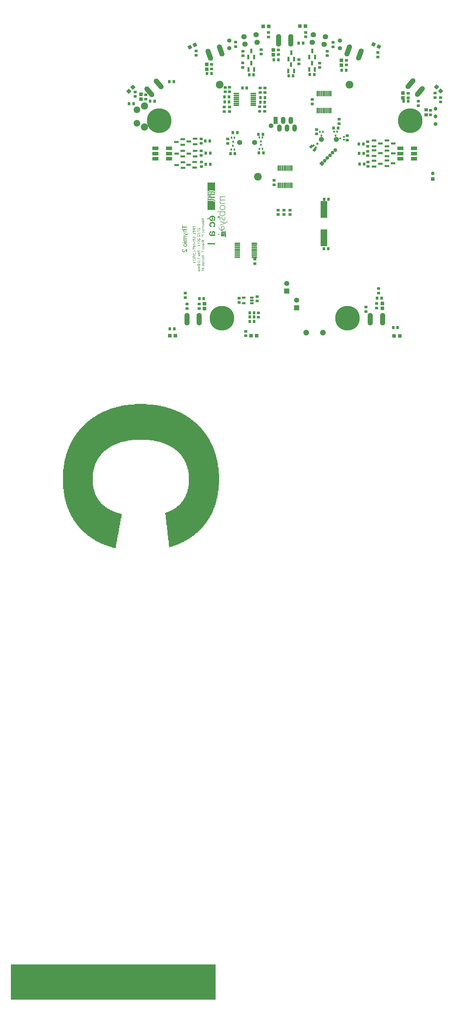
<source format=gbs>
%FSLAX44Y44*%
%MOMM*%
G71*
G01*
G75*
G04 Layer_Color=16711935*
%ADD10R,1.0000X0.9000*%
%ADD11R,1.0000X1.0000*%
%ADD12R,1.0000X1.8500*%
%ADD13R,1.0000X1.8000*%
%ADD14R,1.3000X0.6000*%
%ADD15R,0.9000X0.7000*%
%ADD16R,0.7000X0.9000*%
%ADD17R,0.6000X1.3000*%
%ADD18R,0.3000X0.8250*%
%ADD19R,1.3000X1.4000*%
%ADD20R,1.4000X1.9000*%
%ADD21R,0.8000X1.5000*%
%ADD22R,2.8000X2.8000*%
%ADD23O,0.2500X0.8000*%
%ADD24O,0.8000X0.2500*%
%ADD25R,0.3000X0.5200*%
%ADD26R,0.4000X1.3500*%
%ADD27R,1.5000X2.0000*%
%ADD28O,2.2000X0.6000*%
%ADD29R,1.0000X1.0000*%
%ADD30R,1.0500X0.6000*%
%ADD31R,0.5000X0.5000*%
%ADD32O,1.7000X0.3500*%
%ADD33P,1.4142X4X270.0*%
%ADD34O,1.5000X4.0000*%
%ADD35P,1.4142X4X360.0*%
G04:AMPARAMS|DCode=36|XSize=0.9mm|YSize=0.7mm|CornerRadius=0mm|HoleSize=0mm|Usage=FLASHONLY|Rotation=135.000|XOffset=0mm|YOffset=0mm|HoleType=Round|Shape=Rectangle|*
%AMROTATEDRECTD36*
4,1,4,0.5657,-0.0707,0.0707,-0.5657,-0.5657,0.0707,-0.0707,0.5657,0.5657,-0.0707,0.0*
%
%ADD36ROTATEDRECTD36*%

G04:AMPARAMS|DCode=37|XSize=0.6mm|YSize=1.3mm|CornerRadius=0mm|HoleSize=0mm|Usage=FLASHONLY|Rotation=315.000|XOffset=0mm|YOffset=0mm|HoleType=Round|Shape=Rectangle|*
%AMROTATEDRECTD37*
4,1,4,-0.6717,-0.2475,0.2475,0.6717,0.6717,0.2475,-0.2475,-0.6717,-0.6717,-0.2475,0.0*
%
%ADD37ROTATEDRECTD37*%

%ADD38R,0.6000X0.6000*%
G04:AMPARAMS|DCode=39|XSize=1.5mm|YSize=4mm|CornerRadius=0mm|HoleSize=0mm|Usage=FLASHONLY|Rotation=220.000|XOffset=0mm|YOffset=0mm|HoleType=Round|Shape=Round|*
%AMOVALD39*
21,1,2.5000,1.5000,0.0000,0.0000,310.0*
1,1,1.5000,-0.8035,0.9576*
1,1,1.5000,0.8035,-0.9576*
%
%ADD39OVALD39*%

G04:AMPARAMS|DCode=40|XSize=1.5mm|YSize=4mm|CornerRadius=0mm|HoleSize=0mm|Usage=FLASHONLY|Rotation=200.000|XOffset=0mm|YOffset=0mm|HoleType=Round|Shape=Round|*
%AMOVALD40*
21,1,2.5000,1.5000,0.0000,0.0000,290.0*
1,1,1.5000,-0.4275,1.1746*
1,1,1.5000,0.4275,-1.1746*
%
%ADD40OVALD40*%

G04:AMPARAMS|DCode=41|XSize=1.5mm|YSize=4mm|CornerRadius=0mm|HoleSize=0mm|Usage=FLASHONLY|Rotation=160.000|XOffset=0mm|YOffset=0mm|HoleType=Round|Shape=Round|*
%AMOVALD41*
21,1,2.5000,1.5000,0.0000,0.0000,250.0*
1,1,1.5000,0.4275,1.1746*
1,1,1.5000,-0.4275,-1.1746*
%
%ADD41OVALD41*%

G04:AMPARAMS|DCode=42|XSize=1.5mm|YSize=4mm|CornerRadius=0mm|HoleSize=0mm|Usage=FLASHONLY|Rotation=140.000|XOffset=0mm|YOffset=0mm|HoleType=Round|Shape=Round|*
%AMOVALD42*
21,1,2.5000,1.5000,0.0000,0.0000,230.0*
1,1,1.5000,0.8035,0.9576*
1,1,1.5000,-0.8035,-0.9576*
%
%ADD42OVALD42*%

%ADD43O,0.3000X1.8000*%
%ADD44O,1.8000X0.3000*%
%ADD45C,0.2000*%
%ADD46C,0.5000*%
%ADD47C,0.3000*%
%ADD48C,0.8000*%
%ADD49C,0.9000*%
%ADD50C,0.1500*%
%ADD51C,1.0000*%
%ADD52C,0.4000*%
%ADD53C,0.2500*%
%ADD54C,0.2900*%
%ADD55C,0.6000*%
%ADD56R,0.5000X0.2500*%
%ADD57P,1.4849X4X90.0*%
%ADD58C,1.0500*%
%ADD59C,2.0000*%
%ADD60C,2.2000*%
%ADD61R,1.5000X1.5000*%
%ADD62C,1.5000*%
%ADD63C,1.7000*%
%ADD64C,1.0000*%
%ADD65C,1.2000*%
%ADD66C,2.4000*%
%ADD67C,8.0000*%
%ADD68C,1.2700*%
%ADD69R,1.2700X1.2700*%
%ADD70C,1.1000*%
%ADD71C,1.6000*%
%ADD72C,0.7000*%
%ADD73C,0.6600*%
%ADD74P,1.4142X4X250.0*%
%ADD75R,1.8500X1.0000*%
%ADD76R,1.8000X1.0000*%
%ADD77R,0.4000X0.5100*%
%ADD78O,0.3500X1.7000*%
%ADD79P,1.4142X4X200.0*%
%ADD80R,2.0000X5.5000*%
G04:AMPARAMS|DCode=81|XSize=0.9mm|YSize=0.7mm|CornerRadius=0mm|HoleSize=0mm|Usage=FLASHONLY|Rotation=45.000|XOffset=0mm|YOffset=0mm|HoleType=Round|Shape=Rectangle|*
%AMROTATEDRECTD81*
4,1,4,-0.0707,-0.5657,-0.5657,-0.0707,0.0707,0.5657,0.5657,0.0707,-0.0707,-0.5657,0.0*
%
%ADD81ROTATEDRECTD81*%

G04:AMPARAMS|DCode=82|XSize=0.4mm|YSize=0.51mm|CornerRadius=0mm|HoleSize=0mm|Usage=FLASHONLY|Rotation=315.000|XOffset=0mm|YOffset=0mm|HoleType=Round|Shape=Rectangle|*
%AMROTATEDRECTD82*
4,1,4,-0.3217,-0.0389,0.0389,0.3217,0.3217,0.0389,-0.0389,-0.3217,-0.3217,-0.0389,0.0*
%
%ADD82ROTATEDRECTD82*%

%ADD83R,0.5100X0.4000*%
%ADD84O,1.2700X2.2098*%
%ADD85R,1.2700X2.2098*%
%ADD86R,1.2032X1.1032*%
%ADD87R,1.2032X1.2032*%
%ADD88R,1.2032X2.0532*%
%ADD89R,1.2032X2.0032*%
%ADD90R,1.5032X0.8032*%
%ADD91R,1.1032X0.9032*%
%ADD92R,0.9032X1.1032*%
%ADD93R,0.8032X1.5032*%
%ADD94R,0.6000X1.1250*%
%ADD95R,1.5032X1.6032*%
%ADD96R,1.6032X2.1032*%
%ADD97R,1.0032X1.7032*%
%ADD98R,3.0032X3.0032*%
%ADD99O,0.4532X1.0032*%
%ADD100O,1.0032X0.4532*%
%ADD101R,0.5032X0.7232*%
%ADD102R,0.6032X1.5532*%
%ADD103R,1.7032X2.2032*%
%ADD104O,2.4032X0.8032*%
%ADD105R,1.2032X1.2032*%
%ADD106R,1.2532X0.8032*%
%ADD107O,1.9032X0.5532*%
%ADD108P,1.7016X4X270.0*%
%ADD109O,1.7032X4.2032*%
%ADD110P,1.7016X4X360.0*%
G04:AMPARAMS|DCode=111|XSize=1.1032mm|YSize=0.9032mm|CornerRadius=0mm|HoleSize=0mm|Usage=FLASHONLY|Rotation=135.000|XOffset=0mm|YOffset=0mm|HoleType=Round|Shape=Rectangle|*
%AMROTATEDRECTD111*
4,1,4,0.7094,-0.0707,0.0707,-0.7094,-0.7094,0.0707,-0.0707,0.7094,0.7094,-0.0707,0.0*
%
%ADD111ROTATEDRECTD111*%

G04:AMPARAMS|DCode=112|XSize=0.8032mm|YSize=1.5032mm|CornerRadius=0mm|HoleSize=0mm|Usage=FLASHONLY|Rotation=315.000|XOffset=0mm|YOffset=0mm|HoleType=Round|Shape=Rectangle|*
%AMROTATEDRECTD112*
4,1,4,-0.8154,-0.2475,0.2475,0.8154,0.8154,0.2475,-0.2475,-0.8154,-0.8154,-0.2475,0.0*
%
%ADD112ROTATEDRECTD112*%

%ADD113R,0.8032X0.8032*%
G04:AMPARAMS|DCode=114|XSize=1.7032mm|YSize=4.2032mm|CornerRadius=0mm|HoleSize=0mm|Usage=FLASHONLY|Rotation=220.000|XOffset=0mm|YOffset=0mm|HoleType=Round|Shape=Round|*
%AMOVALD114*
21,1,2.5000,1.7032,0.0000,0.0000,310.0*
1,1,1.7032,-0.8035,0.9576*
1,1,1.7032,0.8035,-0.9576*
%
%ADD114OVALD114*%

G04:AMPARAMS|DCode=115|XSize=1.7032mm|YSize=4.2032mm|CornerRadius=0mm|HoleSize=0mm|Usage=FLASHONLY|Rotation=200.000|XOffset=0mm|YOffset=0mm|HoleType=Round|Shape=Round|*
%AMOVALD115*
21,1,2.5000,1.7032,0.0000,0.0000,290.0*
1,1,1.7032,-0.4275,1.1746*
1,1,1.7032,0.4275,-1.1746*
%
%ADD115OVALD115*%

G04:AMPARAMS|DCode=116|XSize=1.7032mm|YSize=4.2032mm|CornerRadius=0mm|HoleSize=0mm|Usage=FLASHONLY|Rotation=160.000|XOffset=0mm|YOffset=0mm|HoleType=Round|Shape=Round|*
%AMOVALD116*
21,1,2.5000,1.7032,0.0000,0.0000,250.0*
1,1,1.7032,0.4275,1.1746*
1,1,1.7032,-0.4275,-1.1746*
%
%ADD116OVALD116*%

G04:AMPARAMS|DCode=117|XSize=1.7032mm|YSize=4.2032mm|CornerRadius=0mm|HoleSize=0mm|Usage=FLASHONLY|Rotation=140.000|XOffset=0mm|YOffset=0mm|HoleType=Round|Shape=Round|*
%AMOVALD117*
21,1,2.5000,1.7032,0.0000,0.0000,230.0*
1,1,1.7032,0.8035,0.9576*
1,1,1.7032,-0.8035,-0.9576*
%
%ADD117OVALD117*%

%ADD118O,0.5032X2.0032*%
%ADD119O,2.0032X0.5032*%
%ADD120P,1.7723X4X90.0*%
%ADD121C,1.2532*%
%ADD122C,2.2032*%
%ADD123C,2.4032*%
%ADD124R,1.7032X1.7032*%
%ADD125C,1.7032*%
%ADD126C,1.9032*%
%ADD127C,1.2032*%
%ADD128C,1.4032*%
%ADD129C,2.6032*%
%ADD130C,8.2032*%
%ADD131C,1.6000*%
%ADD132C,1.4732*%
%ADD133R,1.4732X1.4732*%
%ADD134C,1.3032*%
%ADD135C,1.8032*%
%ADD136P,1.7016X4X250.0*%
%ADD137R,2.0532X1.2032*%
%ADD138R,2.0032X1.2032*%
%ADD139R,0.6032X0.7132*%
%ADD140O,0.5532X1.9032*%
%ADD141P,1.7016X4X200.0*%
%ADD142R,2.2032X5.7032*%
G04:AMPARAMS|DCode=143|XSize=1.1032mm|YSize=0.9032mm|CornerRadius=0mm|HoleSize=0mm|Usage=FLASHONLY|Rotation=45.000|XOffset=0mm|YOffset=0mm|HoleType=Round|Shape=Rectangle|*
%AMROTATEDRECTD143*
4,1,4,-0.0707,-0.7094,-0.7094,-0.0707,0.0707,0.7094,0.7094,0.0707,-0.0707,-0.7094,0.0*
%
%ADD143ROTATEDRECTD143*%

G04:AMPARAMS|DCode=144|XSize=0.6032mm|YSize=0.7132mm|CornerRadius=0mm|HoleSize=0mm|Usage=FLASHONLY|Rotation=315.000|XOffset=0mm|YOffset=0mm|HoleType=Round|Shape=Rectangle|*
%AMROTATEDRECTD144*
4,1,4,-0.4654,-0.0389,0.0389,0.4654,0.4654,0.0389,-0.0389,-0.4654,-0.4654,-0.0389,0.0*
%
%ADD144ROTATEDRECTD144*%

%ADD145R,0.7132X0.6032*%
%ADD146O,1.4732X2.4130*%
%ADD147R,1.4732X2.4130*%
G36*
X731000Y518552D02*
X727363D01*
Y516267D01*
X727351Y515928D01*
X727328Y515614D01*
X727293Y515322D01*
X727234Y515054D01*
X727176Y514821D01*
X727106Y514599D01*
X727036Y514413D01*
X726966Y514238D01*
X726896Y514098D01*
X726815Y513970D01*
X726756Y513865D01*
X726698Y513783D01*
X726640Y513725D01*
X726605Y513678D01*
X726581Y513655D01*
X726570Y513643D01*
X726418Y513515D01*
X726255Y513399D01*
X726092Y513305D01*
X725928Y513224D01*
X725765Y513142D01*
X725614Y513084D01*
X725299Y513002D01*
X725171Y512967D01*
X725042Y512944D01*
X724926Y512932D01*
X724821Y512921D01*
X724739Y512909D01*
X724634D01*
X724390Y512921D01*
X724168Y512956D01*
X723958Y513002D01*
X723772Y513049D01*
X723620Y513096D01*
X723503Y513142D01*
X723469Y513165D01*
X723434Y513177D01*
X723422Y513189D01*
X723410D01*
X723212Y513294D01*
X723037Y513410D01*
X722886Y513539D01*
X722769Y513655D01*
X722676Y513748D01*
X722606Y513842D01*
X722559Y513888D01*
X722548Y513912D01*
X722443Y514086D01*
X722349Y514273D01*
X722279Y514448D01*
X722221Y514623D01*
X722175Y514774D01*
X722151Y514903D01*
X722140Y514949D01*
X722128Y514972D01*
Y514996D01*
Y515008D01*
X722093Y515194D01*
X722069Y515415D01*
X722058Y515649D01*
X722046Y515859D01*
X722035Y516057D01*
Y516150D01*
Y516220D01*
Y516290D01*
Y516337D01*
Y516360D01*
Y516371D01*
Y519741D01*
X731000D01*
Y518552D01*
D02*
G37*
G36*
X717000Y466429D02*
X713024D01*
Y465053D01*
Y464890D01*
X713036Y464762D01*
Y464645D01*
X713048Y464552D01*
X713059Y464482D01*
Y464435D01*
X713071Y464412D01*
Y464400D01*
X713141Y464202D01*
X713176Y464109D01*
X713223Y464027D01*
X713258Y463957D01*
X713293Y463911D01*
X713304Y463876D01*
X713316Y463864D01*
X713398Y463759D01*
X713479Y463654D01*
X713584Y463549D01*
X713689Y463456D01*
X713771Y463374D01*
X713852Y463316D01*
X713899Y463270D01*
X713922Y463258D01*
X714097Y463118D01*
X714295Y462978D01*
X714493Y462838D01*
X714692Y462698D01*
X714866Y462582D01*
X714948Y462523D01*
X715018Y462477D01*
X715065Y462442D01*
X715111Y462418D01*
X715135Y462395D01*
X715146D01*
X717000Y461218D01*
Y459725D01*
X714575Y461276D01*
X714318Y461451D01*
X714085Y461626D01*
X713876Y461789D01*
X713712Y461940D01*
X713572Y462080D01*
X713467Y462174D01*
X713409Y462243D01*
X713386Y462255D01*
Y462267D01*
X713304Y462372D01*
X713223Y462477D01*
X713071Y462710D01*
X713013Y462815D01*
X712966Y462896D01*
X712943Y462955D01*
X712931Y462978D01*
X712896Y462745D01*
X712850Y462523D01*
X712791Y462325D01*
X712733Y462139D01*
X712663Y461964D01*
X712593Y461800D01*
X712523Y461661D01*
X712453Y461532D01*
X712383Y461427D01*
X712313Y461334D01*
X712255Y461253D01*
X712208Y461183D01*
X712162Y461136D01*
X712127Y461089D01*
X712115Y461078D01*
X712103Y461066D01*
X711975Y460961D01*
X711847Y460856D01*
X711707Y460774D01*
X711579Y460705D01*
X711311Y460600D01*
X711054Y460530D01*
X710833Y460483D01*
X710739Y460471D01*
X710658Y460460D01*
X710588Y460448D01*
X710495D01*
X710226Y460460D01*
X709970Y460506D01*
X709737Y460565D01*
X709538Y460635D01*
X709375Y460705D01*
X709247Y460763D01*
X709200Y460786D01*
X709165Y460810D01*
X709154Y460821D01*
X709142D01*
X708932Y460973D01*
X708746Y461136D01*
X708594Y461299D01*
X708478Y461462D01*
X708384Y461602D01*
X708326Y461719D01*
X708303Y461766D01*
X708291Y461800D01*
X708279Y461812D01*
Y461824D01*
X708233Y461940D01*
X708198Y462080D01*
X708139Y462372D01*
X708093Y462675D01*
X708070Y462966D01*
X708058Y463106D01*
X708046Y463234D01*
Y463339D01*
X708035Y463444D01*
Y463526D01*
Y463584D01*
Y463631D01*
Y463643D01*
Y467618D01*
X717000D01*
Y466429D01*
D02*
G37*
G36*
X714109Y459084D02*
X714377Y459061D01*
X714622Y459014D01*
X714866Y458968D01*
X715076Y458909D01*
X715286Y458839D01*
X715461Y458758D01*
X715636Y458676D01*
X715776Y458606D01*
X715904Y458524D01*
X716009Y458455D01*
X716102Y458396D01*
X716172Y458350D01*
X716219Y458303D01*
X716254Y458280D01*
X716265Y458268D01*
X716417Y458105D01*
X716557Y457930D01*
X716674Y457743D01*
X716767Y457557D01*
X716860Y457370D01*
X716930Y457184D01*
X716988Y456997D01*
X717035Y456822D01*
X717070Y456659D01*
X717093Y456496D01*
X717117Y456356D01*
X717128Y456239D01*
Y456146D01*
X717140Y456064D01*
Y456018D01*
Y456006D01*
X717128Y455796D01*
X717117Y455598D01*
X717058Y455237D01*
X717012Y455074D01*
X716965Y454922D01*
X716918Y454782D01*
X716860Y454654D01*
X716814Y454537D01*
X716767Y454444D01*
X716720Y454351D01*
X716674Y454281D01*
X716639Y454222D01*
X716615Y454187D01*
X716592Y454164D01*
Y454152D01*
X716370Y453908D01*
X716114Y453698D01*
X715857Y453523D01*
X715613Y453383D01*
X715391Y453290D01*
X715286Y453243D01*
X715205Y453220D01*
X715135Y453185D01*
X715088Y453173D01*
X715053Y453162D01*
X715041D01*
X714890Y454304D01*
X715135Y454397D01*
X715344Y454514D01*
X715531Y454631D01*
X715671Y454735D01*
X715776Y454829D01*
X715857Y454910D01*
X715904Y454957D01*
X715916Y454980D01*
X716021Y455143D01*
X716102Y455318D01*
X716149Y455493D01*
X716196Y455645D01*
X716219Y455796D01*
X716230Y455901D01*
Y455948D01*
Y455983D01*
Y455994D01*
Y456006D01*
X716219Y456158D01*
X716207Y456298D01*
X716137Y456566D01*
X716056Y456799D01*
X715951Y456997D01*
X715846Y457149D01*
X715752Y457277D01*
X715718Y457312D01*
X715694Y457347D01*
X715683Y457359D01*
X715671Y457370D01*
X715554Y457463D01*
X715438Y457545D01*
X715181Y457685D01*
X714913Y457790D01*
X714645Y457872D01*
X714412Y457918D01*
X714307Y457930D01*
X714214Y457942D01*
X714144Y457953D01*
X714085Y457965D01*
X714039D01*
Y453126D01*
X713911Y453115D01*
X713747D01*
X713456Y453126D01*
X713176Y453150D01*
X712919Y453196D01*
X712675Y453243D01*
X712453Y453301D01*
X712255Y453371D01*
X712068Y453453D01*
X711893Y453523D01*
X711742Y453605D01*
X711614Y453686D01*
X711509Y453756D01*
X711415Y453814D01*
X711346Y453861D01*
X711299Y453908D01*
X711264Y453931D01*
X711252Y453943D01*
X711101Y454106D01*
X710961Y454269D01*
X710844Y454444D01*
X710739Y454631D01*
X710658Y454805D01*
X710588Y454980D01*
X710518Y455155D01*
X710471Y455318D01*
X710436Y455470D01*
X710413Y455621D01*
X710390Y455750D01*
X710378Y455855D01*
X710366Y455948D01*
Y456018D01*
Y456064D01*
Y456076D01*
X710378Y456321D01*
X710401Y456554D01*
X710448Y456776D01*
X710506Y456986D01*
X710576Y457172D01*
X710658Y457359D01*
X710739Y457522D01*
X710821Y457673D01*
X710903Y457802D01*
X710984Y457918D01*
X711066Y458023D01*
X711136Y458105D01*
X711194Y458175D01*
X711241Y458221D01*
X711264Y458245D01*
X711276Y458256D01*
X711451Y458408D01*
X711637Y458536D01*
X711847Y458641D01*
X712057Y458746D01*
X712267Y458828D01*
X712477Y458886D01*
X712686Y458944D01*
X712885Y458991D01*
X713071Y459026D01*
X713246Y459049D01*
X713409Y459072D01*
X713549Y459084D01*
X713654D01*
X713747Y459096D01*
X713817D01*
X714109Y459084D01*
D02*
G37*
G36*
X711241Y492078D02*
X711147Y491880D01*
X711054Y491682D01*
X710961Y491507D01*
X710879Y491355D01*
X710809Y491227D01*
X710786Y491180D01*
X710763Y491145D01*
X710751Y491133D01*
Y491122D01*
X710611Y490889D01*
X710471Y490690D01*
X710343Y490504D01*
X710226Y490352D01*
X710133Y490236D01*
X710051Y490143D01*
X710005Y490096D01*
X709993Y490073D01*
X717000D01*
Y488977D01*
X708000D01*
Y489688D01*
X708221Y489816D01*
X708431Y489968D01*
X708641Y490131D01*
X708816Y490283D01*
X708979Y490434D01*
X709096Y490551D01*
X709142Y490597D01*
X709177Y490632D01*
X709189Y490656D01*
X709200Y490667D01*
X709422Y490935D01*
X709620Y491203D01*
X709807Y491483D01*
X709958Y491728D01*
X710075Y491950D01*
X710133Y492043D01*
X710168Y492124D01*
X710203Y492183D01*
X710226Y492229D01*
X710250Y492264D01*
Y492276D01*
X711322D01*
X711241Y492078D01*
D02*
G37*
G36*
Y485118D02*
X711147Y484920D01*
X711054Y484721D01*
X710961Y484546D01*
X710879Y484395D01*
X710809Y484267D01*
X710786Y484220D01*
X710763Y484185D01*
X710751Y484173D01*
Y484162D01*
X710611Y483928D01*
X710471Y483730D01*
X710343Y483544D01*
X710226Y483392D01*
X710133Y483276D01*
X710051Y483182D01*
X710005Y483136D01*
X709993Y483112D01*
X717000D01*
Y482016D01*
X708000D01*
Y482728D01*
X708221Y482856D01*
X708431Y483008D01*
X708641Y483171D01*
X708816Y483322D01*
X708979Y483474D01*
X709096Y483590D01*
X709142Y483637D01*
X709177Y483672D01*
X709189Y483695D01*
X709200Y483707D01*
X709422Y483975D01*
X709620Y484243D01*
X709807Y484523D01*
X709958Y484768D01*
X710075Y484990D01*
X710133Y485083D01*
X710168Y485164D01*
X710203Y485223D01*
X710226Y485269D01*
X710250Y485304D01*
Y485316D01*
X711322D01*
X711241Y485118D01*
D02*
G37*
G36*
X714307Y472468D02*
X713199D01*
Y475849D01*
X714307D01*
Y472468D01*
D02*
G37*
G36*
X717000Y449990D02*
Y448929D01*
X710506Y446481D01*
Y447624D01*
X714470Y449058D01*
X714727Y449151D01*
X714971Y449232D01*
X715181Y449302D01*
X715356Y449361D01*
X715508Y449407D01*
X715613Y449442D01*
X715683Y449454D01*
X715694Y449466D01*
X715706D01*
X715461Y449536D01*
X715216Y449606D01*
X714995Y449676D01*
X714797Y449745D01*
X714633Y449804D01*
X714505Y449850D01*
X714458Y449862D01*
X714424Y449874D01*
X714412Y449885D01*
X714400D01*
X710506Y451273D01*
Y452439D01*
X717000Y449990D01*
D02*
G37*
G36*
X713036Y431884D02*
X713467Y431861D01*
X713852Y431815D01*
X714214Y431756D01*
X714552Y431698D01*
X714843Y431616D01*
X715111Y431535D01*
X715356Y431453D01*
X715566Y431372D01*
X715741Y431302D01*
X715892Y431220D01*
X716021Y431162D01*
X716114Y431103D01*
X716172Y431057D01*
X716219Y431034D01*
X716230Y431022D01*
X716394Y430870D01*
X716534Y430719D01*
X716662Y430555D01*
X716767Y430392D01*
X716849Y430217D01*
X716930Y430042D01*
X716988Y429879D01*
X717035Y429716D01*
X717070Y429565D01*
X717105Y429425D01*
X717128Y429308D01*
X717140Y429191D01*
Y429110D01*
X717152Y429040D01*
Y428993D01*
Y428982D01*
X717140Y428807D01*
X717128Y428632D01*
X717070Y428317D01*
X716988Y428037D01*
X716883Y427804D01*
X716837Y427699D01*
X716790Y427617D01*
X716743Y427536D01*
X716709Y427478D01*
X716674Y427431D01*
X716650Y427384D01*
X716627Y427373D01*
Y427361D01*
X716417Y427128D01*
X716172Y426930D01*
X715927Y426766D01*
X715683Y426627D01*
X715473Y426522D01*
X715379Y426475D01*
X715298Y426440D01*
X715228Y426417D01*
X715181Y426393D01*
X715146Y426382D01*
X715135D01*
X714948Y426323D01*
X714750Y426277D01*
X714330Y426195D01*
X713899Y426137D01*
X713491Y426090D01*
X713304Y426078D01*
X713129Y426067D01*
X712978D01*
X712850Y426055D01*
X712337D01*
X712103Y426067D01*
X711893Y426078D01*
X711695Y426090D01*
X711497Y426102D01*
X711334Y426125D01*
X711171Y426137D01*
X711031Y426160D01*
X710903Y426184D01*
X710786Y426195D01*
X710693Y426218D01*
X710611Y426230D01*
X710553Y426242D01*
X710506Y426253D01*
X710483Y426265D01*
X710471D01*
X710191Y426347D01*
X709923Y426428D01*
X709702Y426522D01*
X709503Y426615D01*
X709340Y426697D01*
X709224Y426755D01*
X709189Y426778D01*
X709154Y426801D01*
X709142Y426813D01*
X709130D01*
X708932Y426953D01*
X708769Y427104D01*
X708629Y427256D01*
X708501Y427396D01*
X708408Y427524D01*
X708349Y427617D01*
X708303Y427687D01*
X708291Y427699D01*
Y427711D01*
X708198Y427921D01*
X708128Y428142D01*
X708070Y428352D01*
X708035Y428550D01*
X708011Y428725D01*
Y428795D01*
X708000Y428865D01*
Y428912D01*
Y428947D01*
Y428970D01*
Y428982D01*
Y429156D01*
X708023Y429331D01*
X708081Y429646D01*
X708163Y429926D01*
X708256Y430159D01*
X708314Y430264D01*
X708361Y430346D01*
X708408Y430427D01*
X708443Y430485D01*
X708478Y430532D01*
X708501Y430567D01*
X708513Y430590D01*
X708524Y430602D01*
X708734Y430824D01*
X708979Y431022D01*
X709235Y431185D01*
X709469Y431325D01*
X709690Y431430D01*
X709783Y431477D01*
X709865Y431511D01*
X709935Y431535D01*
X709982Y431558D01*
X710016Y431570D01*
X710028D01*
X710215Y431628D01*
X710413Y431675D01*
X710833Y431756D01*
X711264Y431815D01*
X711672Y431850D01*
X711859Y431873D01*
X712033D01*
X712185Y431884D01*
X712313Y431896D01*
X712581D01*
X713036Y431884D01*
D02*
G37*
G36*
X729449Y536937D02*
X729589Y536926D01*
X729846Y536856D01*
X730067Y536762D01*
X730266Y536657D01*
X730417Y536553D01*
X730534Y536471D01*
X730604Y536401D01*
X730615Y536389D01*
X730627Y536378D01*
X730720Y536261D01*
X730790Y536144D01*
X730918Y535876D01*
X731012Y535608D01*
X731070Y535340D01*
X731117Y535107D01*
X731128Y535002D01*
Y534909D01*
X731140Y534839D01*
Y534781D01*
Y534745D01*
Y534734D01*
X731128Y534501D01*
X731105Y534279D01*
X731070Y534069D01*
X731035Y533894D01*
X731000Y533743D01*
X730965Y533626D01*
X730953Y533591D01*
X730942Y533556D01*
X730930Y533545D01*
Y533533D01*
X730837Y533323D01*
X730720Y533102D01*
X730592Y532903D01*
X730475Y532729D01*
X730359Y532565D01*
X730266Y532449D01*
X730230Y532402D01*
X730207Y532367D01*
X730184Y532355D01*
Y532344D01*
X730359Y532321D01*
X730510Y532285D01*
X730650Y532262D01*
X730767Y532216D01*
X730872Y532192D01*
X730942Y532157D01*
X730988Y532146D01*
X731000Y532134D01*
Y530980D01*
X730860Y531050D01*
X730720Y531108D01*
X730592Y531155D01*
X730464Y531201D01*
X730370Y531225D01*
X730289Y531248D01*
X730242Y531260D01*
X730219D01*
X730126Y531271D01*
X730021Y531283D01*
X729892D01*
X729741Y531295D01*
X729426Y531306D01*
X729100D01*
X728936Y531318D01*
X726558D01*
X726348Y531329D01*
X726173Y531341D01*
X726033D01*
X725928Y531353D01*
X725859Y531365D01*
X725812Y531376D01*
X725800D01*
X725637Y531423D01*
X725497Y531469D01*
X725369Y531528D01*
X725264Y531586D01*
X725182Y531644D01*
X725112Y531691D01*
X725077Y531714D01*
X725066Y531726D01*
X724961Y531831D01*
X724856Y531947D01*
X724774Y532076D01*
X724704Y532204D01*
X724646Y532321D01*
X724599Y532414D01*
X724576Y532472D01*
X724565Y532484D01*
Y532495D01*
X724494Y532705D01*
X724448Y532915D01*
X724413Y533148D01*
X724390Y533358D01*
X724378Y533545D01*
X724366Y533626D01*
Y533696D01*
Y533755D01*
Y533801D01*
Y533825D01*
Y533836D01*
X724378Y534139D01*
X724401Y534419D01*
X724436Y534675D01*
X724483Y534885D01*
X724529Y535072D01*
X724541Y535142D01*
X724565Y535200D01*
X724576Y535247D01*
X724588Y535282D01*
X724599Y535305D01*
Y535317D01*
X724693Y535538D01*
X724798Y535737D01*
X724903Y535900D01*
X725007Y536040D01*
X725112Y536144D01*
X725182Y536226D01*
X725229Y536273D01*
X725252Y536284D01*
X725415Y536401D01*
X725602Y536506D01*
X725789Y536587D01*
X725964Y536646D01*
X726115Y536704D01*
X726243Y536739D01*
X726290Y536751D01*
X726325D01*
X726348Y536762D01*
X726360D01*
X726512Y535690D01*
X726278Y535620D01*
X726068Y535527D01*
X725905Y535445D01*
X725777Y535352D01*
X725672Y535282D01*
X725602Y535212D01*
X725567Y535165D01*
X725555Y535154D01*
X725462Y535002D01*
X725392Y534815D01*
X725346Y534629D01*
X725311Y534431D01*
X725287Y534268D01*
X725276Y534128D01*
Y534069D01*
Y534034D01*
Y534011D01*
Y533999D01*
X725287Y533708D01*
X725334Y533451D01*
X725392Y533242D01*
X725462Y533055D01*
X725532Y532915D01*
X725590Y532822D01*
X725637Y532763D01*
X725649Y532740D01*
X725765Y532635D01*
X725917Y532554D01*
X726068Y532507D01*
X726232Y532460D01*
X726372Y532437D01*
X726500Y532425D01*
X726768D01*
X726815Y532437D01*
X726885D01*
X726919Y532565D01*
X726966Y532705D01*
X727036Y533008D01*
X727106Y533335D01*
X727164Y533650D01*
X727188Y533801D01*
X727211Y533941D01*
X727223Y534069D01*
X727234Y534174D01*
X727258Y534268D01*
Y534337D01*
X727269Y534384D01*
Y534396D01*
X727304Y534629D01*
X727328Y534827D01*
X727351Y534990D01*
X727386Y535130D01*
X727398Y535235D01*
X727421Y535317D01*
X727432Y535363D01*
Y535375D01*
X727479Y535538D01*
X727537Y535690D01*
X727596Y535818D01*
X727654Y535935D01*
X727712Y536028D01*
X727759Y536110D01*
X727782Y536156D01*
X727794Y536168D01*
X727887Y536296D01*
X727992Y536401D01*
X728097Y536506D01*
X728190Y536587D01*
X728284Y536646D01*
X728354Y536704D01*
X728400Y536727D01*
X728423Y536739D01*
X728575Y536809D01*
X728727Y536856D01*
X728878Y536902D01*
X729006Y536926D01*
X729123Y536937D01*
X729216Y536949D01*
X729298D01*
X729449Y536937D01*
D02*
G37*
G36*
X717000Y417661D02*
X716988Y417346D01*
X716977Y417066D01*
X716953Y416822D01*
X716930Y416612D01*
X716907Y416449D01*
X716895Y416379D01*
X716883Y416320D01*
X716872Y416274D01*
X716860Y416239D01*
Y416227D01*
Y416215D01*
X716802Y416006D01*
X716732Y415807D01*
X716650Y415644D01*
X716580Y415504D01*
X716522Y415388D01*
X716464Y415306D01*
X716429Y415248D01*
X716417Y415236D01*
X716289Y415096D01*
X716161Y414968D01*
X716021Y414851D01*
X715881Y414758D01*
X715764Y414676D01*
X715671Y414618D01*
X715601Y414583D01*
X715578Y414571D01*
X715368Y414478D01*
X715170Y414420D01*
X714971Y414373D01*
X714797Y414338D01*
X714633Y414315D01*
X714517Y414303D01*
X714412D01*
X714132Y414327D01*
X713876Y414373D01*
X713642Y414443D01*
X713444Y414525D01*
X713281Y414607D01*
X713164Y414676D01*
X713118Y414700D01*
X713083Y414723D01*
X713071Y414746D01*
X713059D01*
X712861Y414921D01*
X712686Y415120D01*
X712546Y415329D01*
X712430Y415527D01*
X712337Y415714D01*
X712302Y415796D01*
X712278Y415854D01*
X712255Y415912D01*
X712243Y415959D01*
X712232Y415982D01*
Y415994D01*
X712115Y415772D01*
X711975Y415586D01*
X711847Y415423D01*
X711719Y415283D01*
X711602Y415178D01*
X711509Y415108D01*
X711451Y415061D01*
X711427Y415050D01*
X711229Y414945D01*
X711042Y414863D01*
X710856Y414816D01*
X710681Y414770D01*
X710541Y414746D01*
X710425Y414735D01*
X710331D01*
X710098Y414746D01*
X709888Y414793D01*
X709690Y414851D01*
X709515Y414910D01*
X709364Y414980D01*
X709247Y415038D01*
X709177Y415084D01*
X709165Y415096D01*
X709154D01*
X708956Y415236D01*
X708781Y415399D01*
X708641Y415551D01*
X708524Y415714D01*
X708431Y415854D01*
X708361Y415959D01*
X708338Y416006D01*
X708326Y416040D01*
X708314Y416052D01*
Y416064D01*
X708221Y416309D01*
X708151Y416577D01*
X708104Y416857D01*
X708070Y417113D01*
X708046Y417346D01*
Y417451D01*
X708035Y417533D01*
Y417603D01*
Y417661D01*
Y417696D01*
Y417708D01*
Y421065D01*
X717000D01*
Y417661D01*
D02*
G37*
G36*
X711241Y441293D02*
X711147Y441095D01*
X711054Y440897D01*
X710961Y440722D01*
X710879Y440570D01*
X710809Y440442D01*
X710786Y440395D01*
X710763Y440360D01*
X710751Y440349D01*
Y440337D01*
X710611Y440104D01*
X710471Y439906D01*
X710343Y439719D01*
X710226Y439567D01*
X710133Y439451D01*
X710051Y439358D01*
X710005Y439311D01*
X709993Y439288D01*
X717000D01*
Y438192D01*
X708000D01*
Y438903D01*
X708221Y439031D01*
X708431Y439183D01*
X708641Y439346D01*
X708816Y439498D01*
X708979Y439649D01*
X709096Y439766D01*
X709142Y439812D01*
X709177Y439847D01*
X709189Y439871D01*
X709200Y439882D01*
X709422Y440150D01*
X709620Y440419D01*
X709807Y440698D01*
X709958Y440943D01*
X710075Y441165D01*
X710133Y441258D01*
X710168Y441340D01*
X710203Y441398D01*
X710226Y441445D01*
X710250Y441480D01*
Y441491D01*
X711322D01*
X711241Y441293D01*
D02*
G37*
G36*
X717000Y433493D02*
X715741D01*
Y434753D01*
X717000D01*
Y433493D01*
D02*
G37*
G36*
X731000Y524463D02*
X730056D01*
Y527471D01*
X730067Y527960D01*
X730079Y528193D01*
X730091Y528403D01*
X730102Y528590D01*
X730114Y528671D01*
Y528730D01*
Y528788D01*
X730126Y528823D01*
Y528846D01*
Y528858D01*
X729368Y528170D01*
X725252Y524661D01*
X724506D01*
Y529966D01*
X725415D01*
Y527319D01*
Y527109D01*
X725404Y526899D01*
Y526689D01*
X725392Y526503D01*
Y526328D01*
X725381Y526200D01*
Y526153D01*
Y526118D01*
Y526095D01*
Y526083D01*
X730114Y530210D01*
X731000D01*
Y524463D01*
D02*
G37*
G36*
X713036Y500064D02*
X713467Y500041D01*
X713852Y499994D01*
X714214Y499936D01*
X714552Y499878D01*
X714843Y499796D01*
X715111Y499714D01*
X715356Y499633D01*
X715566Y499551D01*
X715741Y499481D01*
X715892Y499399D01*
X716021Y499341D01*
X716114Y499283D01*
X716172Y499236D01*
X716219Y499213D01*
X716230Y499201D01*
X716394Y499050D01*
X716534Y498898D01*
X716662Y498735D01*
X716767Y498572D01*
X716849Y498397D01*
X716930Y498222D01*
X716988Y498059D01*
X717035Y497896D01*
X717070Y497744D01*
X717105Y497604D01*
X717128Y497487D01*
X717140Y497371D01*
Y497289D01*
X717152Y497219D01*
Y497173D01*
Y497161D01*
X717140Y496986D01*
X717128Y496811D01*
X717070Y496497D01*
X716988Y496217D01*
X716883Y495984D01*
X716837Y495879D01*
X716790Y495797D01*
X716743Y495715D01*
X716709Y495657D01*
X716674Y495610D01*
X716650Y495564D01*
X716627Y495552D01*
Y495541D01*
X716417Y495307D01*
X716172Y495109D01*
X715927Y494946D01*
X715683Y494806D01*
X715473Y494701D01*
X715379Y494654D01*
X715298Y494619D01*
X715228Y494596D01*
X715181Y494573D01*
X715146Y494561D01*
X715135D01*
X714948Y494503D01*
X714750Y494456D01*
X714330Y494375D01*
X713899Y494316D01*
X713491Y494270D01*
X713304Y494258D01*
X713129Y494246D01*
X712978D01*
X712850Y494235D01*
X712337D01*
X712103Y494246D01*
X711893Y494258D01*
X711695Y494270D01*
X711497Y494281D01*
X711334Y494305D01*
X711171Y494316D01*
X711031Y494340D01*
X710903Y494363D01*
X710786Y494375D01*
X710693Y494398D01*
X710611Y494410D01*
X710553Y494421D01*
X710506Y494433D01*
X710483Y494445D01*
X710471D01*
X710191Y494526D01*
X709923Y494608D01*
X709702Y494701D01*
X709503Y494794D01*
X709340Y494876D01*
X709224Y494934D01*
X709189Y494958D01*
X709154Y494981D01*
X709142Y494992D01*
X709130D01*
X708932Y495132D01*
X708769Y495284D01*
X708629Y495436D01*
X708501Y495575D01*
X708408Y495704D01*
X708349Y495797D01*
X708303Y495867D01*
X708291Y495879D01*
Y495890D01*
X708198Y496100D01*
X708128Y496322D01*
X708070Y496531D01*
X708035Y496730D01*
X708011Y496904D01*
Y496974D01*
X708000Y497044D01*
Y497091D01*
Y497126D01*
Y497149D01*
Y497161D01*
Y497336D01*
X708023Y497511D01*
X708081Y497826D01*
X708163Y498105D01*
X708256Y498339D01*
X708314Y498443D01*
X708361Y498525D01*
X708408Y498607D01*
X708443Y498665D01*
X708478Y498712D01*
X708501Y498747D01*
X708513Y498770D01*
X708524Y498782D01*
X708734Y499003D01*
X708979Y499201D01*
X709235Y499365D01*
X709469Y499504D01*
X709690Y499609D01*
X709783Y499656D01*
X709865Y499691D01*
X709935Y499714D01*
X709982Y499738D01*
X710016Y499749D01*
X710028D01*
X710215Y499808D01*
X710413Y499854D01*
X710833Y499936D01*
X711264Y499994D01*
X711672Y500029D01*
X711859Y500052D01*
X712033D01*
X712185Y500064D01*
X712313Y500076D01*
X712581D01*
X713036Y500064D01*
D02*
G37*
G36*
X667751Y489849D02*
X668251Y489807D01*
X668709Y489724D01*
X669147Y489641D01*
X669563Y489516D01*
X669918Y489391D01*
X670251Y489266D01*
X670563Y489120D01*
X670834Y488974D01*
X671063Y488849D01*
X671250Y488724D01*
X671417Y488599D01*
X671542Y488516D01*
X671625Y488433D01*
X671688Y488391D01*
X671709Y488370D01*
X671979Y488079D01*
X672208Y487766D01*
X672417Y487454D01*
X672604Y487121D01*
X672750Y486787D01*
X672875Y486475D01*
X672979Y486162D01*
X673063Y485850D01*
X673125Y485558D01*
X673167Y485288D01*
X673208Y485059D01*
X673229Y484850D01*
Y484684D01*
X673250Y484559D01*
Y484475D01*
Y484455D01*
X673229Y483892D01*
X673146Y483372D01*
X673021Y482892D01*
X672896Y482497D01*
X672771Y482143D01*
X672708Y481997D01*
X672646Y481893D01*
X672604Y481789D01*
X672563Y481726D01*
X672542Y481684D01*
Y481664D01*
X672250Y481205D01*
X671938Y480810D01*
X671605Y480476D01*
X671292Y480206D01*
X671001Y479977D01*
X670771Y479831D01*
X670688Y479768D01*
X670626Y479727D01*
X670584Y479706D01*
X670563D01*
X670313Y479581D01*
X670042Y479477D01*
X669459Y479310D01*
X668876Y479185D01*
X668314Y479102D01*
X668064Y479081D01*
X667814Y479060D01*
X667606Y479039D01*
X667418Y479018D01*
X667043D01*
X666543Y479039D01*
X666064Y479081D01*
X665627Y479164D01*
X665210Y479248D01*
X664815Y479372D01*
X664461Y479497D01*
X664148Y479643D01*
X663857Y479768D01*
X663607Y479914D01*
X663378Y480060D01*
X663169Y480185D01*
X663023Y480310D01*
X662898Y480393D01*
X662794Y480476D01*
X662753Y480518D01*
X662732Y480539D01*
X662461Y480830D01*
X662211Y481143D01*
X662003Y481455D01*
X661815Y481789D01*
X661670Y482122D01*
X661545Y482455D01*
X661420Y482767D01*
X661336Y483059D01*
X661274Y483351D01*
X661232Y483621D01*
X661190Y483851D01*
X661170Y484059D01*
X661149Y484225D01*
Y484350D01*
Y484434D01*
Y484455D01*
X661170Y484850D01*
X661211Y485225D01*
X661274Y485579D01*
X661357Y485933D01*
X661441Y486246D01*
X661565Y486558D01*
X661670Y486829D01*
X661795Y487079D01*
X661919Y487308D01*
X662024Y487516D01*
X662149Y487683D01*
X662232Y487829D01*
X662315Y487954D01*
X662378Y488037D01*
X662419Y488079D01*
X662440Y488100D01*
X662753Y488412D01*
X663086Y488683D01*
X663461Y488912D01*
X663836Y489120D01*
X664231Y489287D01*
X664627Y489432D01*
X665023Y489557D01*
X665419Y489641D01*
X665773Y489724D01*
X666106Y489766D01*
X666418Y489807D01*
X666689Y489849D01*
X666897D01*
X667064Y489870D01*
X667210D01*
X667751Y489849D01*
D02*
G37*
G36*
X673000Y460732D02*
X671105D01*
Y468604D01*
X670730Y468334D01*
X670542Y468188D01*
X670396Y468063D01*
X670251Y467938D01*
X670147Y467855D01*
X670084Y467792D01*
X670063Y467771D01*
X669959Y467667D01*
X669813Y467521D01*
X669668Y467376D01*
X669522Y467209D01*
X669189Y466834D01*
X668855Y466438D01*
X668543Y466084D01*
X668397Y465918D01*
X668272Y465793D01*
X668189Y465668D01*
X668105Y465584D01*
X668064Y465522D01*
X668043Y465501D01*
X667710Y465126D01*
X667397Y464751D01*
X667126Y464439D01*
X666856Y464126D01*
X666606Y463856D01*
X666356Y463606D01*
X666148Y463377D01*
X665960Y463189D01*
X665794Y463002D01*
X665648Y462856D01*
X665523Y462731D01*
X665419Y462627D01*
X665335Y462564D01*
X665273Y462502D01*
X665252Y462460D01*
X665231D01*
X664856Y462148D01*
X664481Y461877D01*
X664148Y461648D01*
X663857Y461460D01*
X663627Y461315D01*
X663440Y461231D01*
X663315Y461169D01*
X663273Y461148D01*
X662919Y461023D01*
X662586Y460919D01*
X662253Y460856D01*
X661982Y460794D01*
X661732Y460773D01*
X661545Y460752D01*
X661378D01*
X661024Y460773D01*
X660691Y460815D01*
X660378Y460877D01*
X660087Y460961D01*
X659545Y461190D01*
X659295Y461294D01*
X659087Y461419D01*
X658879Y461565D01*
X658712Y461669D01*
X658566Y461794D01*
X658441Y461898D01*
X658337Y461981D01*
X658275Y462044D01*
X658233Y462085D01*
X658212Y462106D01*
X657983Y462377D01*
X657796Y462648D01*
X657608Y462939D01*
X657462Y463252D01*
X657337Y463564D01*
X657233Y463856D01*
X657087Y464439D01*
X657025Y464710D01*
X656983Y464959D01*
X656962Y465189D01*
X656942Y465397D01*
X656921Y465543D01*
Y465668D01*
Y465751D01*
Y465772D01*
X656942Y466188D01*
X656962Y466584D01*
X657025Y466959D01*
X657108Y467292D01*
X657191Y467626D01*
X657296Y467917D01*
X657400Y468188D01*
X657504Y468438D01*
X657629Y468667D01*
X657733Y468854D01*
X657837Y469021D01*
X657921Y469167D01*
X658004Y469271D01*
X658066Y469354D01*
X658087Y469396D01*
X658108Y469417D01*
X658337Y469667D01*
X658587Y469875D01*
X658858Y470062D01*
X659149Y470229D01*
X659420Y470375D01*
X659712Y470500D01*
X660274Y470687D01*
X660524Y470771D01*
X660774Y470833D01*
X660982Y470875D01*
X661170Y470916D01*
X661336Y470937D01*
X661441D01*
X661524Y470958D01*
X661545D01*
X661753Y468938D01*
X661211Y468896D01*
X660753Y468813D01*
X660357Y468667D01*
X660003Y468500D01*
X659753Y468354D01*
X659545Y468209D01*
X659441Y468125D01*
X659399Y468084D01*
X659108Y467751D01*
X658899Y467376D01*
X658754Y466980D01*
X658650Y466626D01*
X658587Y466313D01*
X658566Y466168D01*
Y466043D01*
X658545Y465959D01*
Y465876D01*
Y465834D01*
Y465813D01*
X658587Y465335D01*
X658670Y464897D01*
X658795Y464522D01*
X658941Y464210D01*
X659108Y463960D01*
X659233Y463772D01*
X659316Y463668D01*
X659358Y463627D01*
X659670Y463335D01*
X660003Y463127D01*
X660316Y462981D01*
X660628Y462877D01*
X660899Y462814D01*
X661128Y462793D01*
X661211Y462773D01*
X661524D01*
X661732Y462814D01*
X662169Y462918D01*
X662565Y463064D01*
X662919Y463231D01*
X663232Y463418D01*
X663357Y463502D01*
X663482Y463564D01*
X663565Y463627D01*
X663627Y463668D01*
X663669Y463689D01*
X663690Y463710D01*
X663940Y463897D01*
X664190Y464126D01*
X664461Y464376D01*
X664752Y464647D01*
X665314Y465230D01*
X665856Y465813D01*
X666106Y466084D01*
X666335Y466355D01*
X666543Y466605D01*
X666731Y466813D01*
X666877Y466980D01*
X666981Y467126D01*
X667064Y467209D01*
X667085Y467230D01*
X667585Y467834D01*
X668043Y468354D01*
X668459Y468792D01*
X668814Y469146D01*
X669105Y469438D01*
X669334Y469646D01*
X669418Y469708D01*
X669480Y469771D01*
X669501Y469792D01*
X669522Y469813D01*
X669918Y470125D01*
X670292Y470396D01*
X670646Y470604D01*
X670980Y470791D01*
X671250Y470937D01*
X671459Y471021D01*
X671542Y471062D01*
X671605Y471083D01*
X671625Y471104D01*
X671646D01*
X671896Y471187D01*
X672125Y471250D01*
X672354Y471291D01*
X672563Y471312D01*
X672750Y471333D01*
X673000D01*
Y460732D01*
D02*
G37*
G36*
X717000Y536054D02*
X715939D01*
Y540461D01*
X715729Y540309D01*
X715624Y540228D01*
X715543Y540158D01*
X715461Y540088D01*
X715403Y540041D01*
X715368Y540006D01*
X715356Y539995D01*
X715298Y539936D01*
X715216Y539855D01*
X715135Y539773D01*
X715053Y539680D01*
X714866Y539470D01*
X714680Y539249D01*
X714505Y539050D01*
X714424Y538957D01*
X714353Y538887D01*
X714307Y538817D01*
X714260Y538771D01*
X714237Y538736D01*
X714225Y538724D01*
X714039Y538514D01*
X713864Y538304D01*
X713712Y538129D01*
X713561Y537954D01*
X713421Y537803D01*
X713281Y537663D01*
X713164Y537535D01*
X713059Y537430D01*
X712966Y537325D01*
X712885Y537243D01*
X712815Y537173D01*
X712756Y537115D01*
X712710Y537080D01*
X712675Y537045D01*
X712663Y537022D01*
X712651D01*
X712441Y536847D01*
X712232Y536695D01*
X712045Y536567D01*
X711882Y536462D01*
X711754Y536381D01*
X711649Y536334D01*
X711579Y536299D01*
X711555Y536287D01*
X711357Y536217D01*
X711171Y536159D01*
X710984Y536124D01*
X710833Y536089D01*
X710693Y536077D01*
X710588Y536066D01*
X710495D01*
X710296Y536077D01*
X710110Y536101D01*
X709935Y536136D01*
X709772Y536182D01*
X709469Y536311D01*
X709329Y536369D01*
X709212Y536439D01*
X709096Y536521D01*
X709002Y536579D01*
X708921Y536649D01*
X708851Y536707D01*
X708792Y536754D01*
X708757Y536789D01*
X708734Y536812D01*
X708722Y536824D01*
X708594Y536975D01*
X708489Y537127D01*
X708384Y537290D01*
X708303Y537465D01*
X708233Y537640D01*
X708175Y537803D01*
X708093Y538129D01*
X708058Y538281D01*
X708035Y538421D01*
X708023Y538549D01*
X708011Y538666D01*
X708000Y538747D01*
Y538817D01*
Y538864D01*
Y538876D01*
X708011Y539109D01*
X708023Y539330D01*
X708058Y539540D01*
X708104Y539727D01*
X708151Y539913D01*
X708209Y540076D01*
X708268Y540228D01*
X708326Y540368D01*
X708396Y540496D01*
X708454Y540601D01*
X708513Y540694D01*
X708559Y540776D01*
X708606Y540834D01*
X708641Y540881D01*
X708652Y540904D01*
X708664Y540916D01*
X708792Y541056D01*
X708932Y541172D01*
X709084Y541277D01*
X709247Y541370D01*
X709399Y541452D01*
X709562Y541522D01*
X709877Y541627D01*
X710016Y541674D01*
X710156Y541708D01*
X710273Y541732D01*
X710378Y541755D01*
X710471Y541767D01*
X710529D01*
X710576Y541778D01*
X710588D01*
X710704Y540648D01*
X710401Y540624D01*
X710145Y540578D01*
X709923Y540496D01*
X709725Y540403D01*
X709585Y540321D01*
X709469Y540240D01*
X709410Y540193D01*
X709387Y540170D01*
X709224Y539983D01*
X709107Y539773D01*
X709025Y539552D01*
X708967Y539353D01*
X708932Y539179D01*
X708921Y539097D01*
Y539027D01*
X708909Y538980D01*
Y538934D01*
Y538910D01*
Y538899D01*
X708932Y538631D01*
X708979Y538386D01*
X709049Y538176D01*
X709130Y538001D01*
X709224Y537861D01*
X709294Y537756D01*
X709340Y537698D01*
X709364Y537675D01*
X709538Y537511D01*
X709725Y537395D01*
X709900Y537313D01*
X710075Y537255D01*
X710226Y537220D01*
X710355Y537208D01*
X710401Y537197D01*
X710576D01*
X710693Y537220D01*
X710938Y537278D01*
X711159Y537360D01*
X711357Y537453D01*
X711532Y537558D01*
X711602Y537605D01*
X711672Y537640D01*
X711719Y537675D01*
X711754Y537698D01*
X711777Y537710D01*
X711789Y537721D01*
X711928Y537826D01*
X712068Y537954D01*
X712220Y538094D01*
X712383Y538246D01*
X712698Y538572D01*
X713001Y538899D01*
X713141Y539050D01*
X713269Y539202D01*
X713386Y539342D01*
X713491Y539458D01*
X713572Y539552D01*
X713631Y539633D01*
X713677Y539680D01*
X713689Y539692D01*
X713969Y540030D01*
X714225Y540321D01*
X714458Y540566D01*
X714657Y540764D01*
X714820Y540927D01*
X714948Y541044D01*
X714995Y541079D01*
X715030Y541114D01*
X715041Y541126D01*
X715053Y541137D01*
X715275Y541312D01*
X715484Y541464D01*
X715683Y541580D01*
X715869Y541685D01*
X716021Y541767D01*
X716137Y541814D01*
X716184Y541837D01*
X716219Y541848D01*
X716230Y541860D01*
X716242D01*
X716382Y541907D01*
X716510Y541942D01*
X716639Y541965D01*
X716755Y541977D01*
X716860Y541988D01*
X717000D01*
Y536054D01*
D02*
G37*
G36*
X673000Y492161D02*
X661399D01*
Y494119D01*
X673000D01*
Y492161D01*
D02*
G37*
G36*
X659233D02*
X656983D01*
Y494119D01*
X659233D01*
Y492161D01*
D02*
G37*
G36*
X731000Y499770D02*
X727024D01*
Y498394D01*
Y498231D01*
X727036Y498102D01*
Y497986D01*
X727048Y497893D01*
X727059Y497823D01*
Y497776D01*
X727071Y497753D01*
Y497741D01*
X727141Y497543D01*
X727176Y497450D01*
X727223Y497368D01*
X727258Y497298D01*
X727293Y497251D01*
X727304Y497216D01*
X727316Y497205D01*
X727398Y497100D01*
X727479Y496995D01*
X727584Y496890D01*
X727689Y496797D01*
X727771Y496715D01*
X727852Y496657D01*
X727899Y496610D01*
X727922Y496599D01*
X728097Y496459D01*
X728295Y496319D01*
X728493Y496179D01*
X728692Y496039D01*
X728867Y495922D01*
X728948Y495864D01*
X729018Y495817D01*
X729065Y495782D01*
X729111Y495759D01*
X729135Y495736D01*
X729146D01*
X731000Y494558D01*
Y493066D01*
X728575Y494617D01*
X728318Y494791D01*
X728085Y494966D01*
X727876Y495130D01*
X727712Y495281D01*
X727572Y495421D01*
X727467Y495514D01*
X727409Y495584D01*
X727386Y495596D01*
Y495608D01*
X727304Y495713D01*
X727223Y495817D01*
X727071Y496051D01*
X727013Y496156D01*
X726966Y496237D01*
X726943Y496295D01*
X726931Y496319D01*
X726896Y496086D01*
X726850Y495864D01*
X726791Y495666D01*
X726733Y495479D01*
X726663Y495304D01*
X726593Y495141D01*
X726523Y495001D01*
X726453Y494873D01*
X726383Y494768D01*
X726313Y494675D01*
X726255Y494593D01*
X726208Y494523D01*
X726162Y494477D01*
X726127Y494430D01*
X726115Y494418D01*
X726103Y494407D01*
X725975Y494302D01*
X725847Y494197D01*
X725707Y494115D01*
X725579Y494045D01*
X725311Y493940D01*
X725054Y493870D01*
X724833Y493824D01*
X724739Y493812D01*
X724658Y493801D01*
X724588Y493789D01*
X724494D01*
X724226Y493801D01*
X723970Y493847D01*
X723737Y493905D01*
X723539Y493975D01*
X723375Y494045D01*
X723247Y494104D01*
X723200Y494127D01*
X723165Y494150D01*
X723154Y494162D01*
X723142D01*
X722932Y494314D01*
X722746Y494477D01*
X722594Y494640D01*
X722478Y494803D01*
X722384Y494943D01*
X722326Y495060D01*
X722303Y495106D01*
X722291Y495141D01*
X722279Y495153D01*
Y495164D01*
X722233Y495281D01*
X722198Y495421D01*
X722140Y495713D01*
X722093Y496016D01*
X722069Y496307D01*
X722058Y496447D01*
X722046Y496575D01*
Y496680D01*
X722035Y496785D01*
Y496867D01*
Y496925D01*
Y496972D01*
Y496983D01*
Y500959D01*
X731000D01*
Y499770D01*
D02*
G37*
G36*
X709212Y530411D02*
X709585Y530714D01*
X709982Y531018D01*
X710378Y531286D01*
X710751Y531519D01*
X710914Y531624D01*
X711077Y531717D01*
X711217Y531799D01*
X711334Y531869D01*
X711427Y531927D01*
X711509Y531962D01*
X711555Y531985D01*
X711567Y531997D01*
X712092Y532253D01*
X712605Y532487D01*
X713094Y532673D01*
X713316Y532766D01*
X713537Y532836D01*
X713736Y532906D01*
X713911Y532965D01*
X714062Y533011D01*
X714202Y533058D01*
X714307Y533081D01*
X714389Y533105D01*
X714435Y533128D01*
X714458D01*
X714738Y533198D01*
X714995Y533256D01*
X715251Y533314D01*
X715484Y533361D01*
X715706Y533396D01*
X715916Y533431D01*
X716114Y533454D01*
X716289Y533478D01*
X716452Y533501D01*
X716592Y533512D01*
X716709Y533524D01*
X716814D01*
X716895Y533536D01*
X717000D01*
Y532405D01*
X716510Y532358D01*
X716056Y532300D01*
X715846Y532277D01*
X715636Y532242D01*
X715449Y532195D01*
X715275Y532160D01*
X715111Y532125D01*
X714971Y532102D01*
X714843Y532067D01*
X714738Y532044D01*
X714657Y532020D01*
X714587Y531997D01*
X714552Y531985D01*
X714540D01*
X713945Y531799D01*
X713386Y531589D01*
X713118Y531484D01*
X712861Y531379D01*
X712616Y531274D01*
X712395Y531169D01*
X712185Y531076D01*
X711999Y530983D01*
X711835Y530913D01*
X711695Y530843D01*
X711590Y530784D01*
X711509Y530738D01*
X711451Y530714D01*
X711439Y530703D01*
X711159Y530540D01*
X710903Y530388D01*
X710646Y530237D01*
X710425Y530085D01*
X710203Y529933D01*
X710005Y529794D01*
X709818Y529665D01*
X709655Y529537D01*
X709515Y529420D01*
X709387Y529315D01*
X709270Y529222D01*
X709177Y529152D01*
X709107Y529082D01*
X709061Y529036D01*
X709025Y529012D01*
X709014Y529001D01*
X708151D01*
Y534795D01*
X709212D01*
Y530411D01*
D02*
G37*
G36*
X717000Y508633D02*
X715741D01*
Y509892D01*
X717000D01*
Y508633D01*
D02*
G37*
G36*
Y501265D02*
X715939D01*
Y505672D01*
X715729Y505520D01*
X715624Y505439D01*
X715543Y505369D01*
X715461Y505299D01*
X715403Y505252D01*
X715368Y505217D01*
X715356Y505205D01*
X715298Y505147D01*
X715216Y505066D01*
X715135Y504984D01*
X715053Y504891D01*
X714866Y504681D01*
X714680Y504459D01*
X714505Y504261D01*
X714424Y504168D01*
X714353Y504098D01*
X714307Y504028D01*
X714260Y503981D01*
X714237Y503946D01*
X714225Y503935D01*
X714039Y503725D01*
X713864Y503515D01*
X713712Y503340D01*
X713561Y503165D01*
X713421Y503014D01*
X713281Y502874D01*
X713164Y502746D01*
X713059Y502641D01*
X712966Y502536D01*
X712885Y502454D01*
X712815Y502384D01*
X712756Y502326D01*
X712710Y502291D01*
X712675Y502256D01*
X712663Y502233D01*
X712651D01*
X712441Y502058D01*
X712232Y501906D01*
X712045Y501778D01*
X711882Y501673D01*
X711754Y501591D01*
X711649Y501545D01*
X711579Y501510D01*
X711555Y501498D01*
X711357Y501428D01*
X711171Y501370D01*
X710984Y501335D01*
X710833Y501300D01*
X710693Y501288D01*
X710588Y501277D01*
X710495D01*
X710296Y501288D01*
X710110Y501311D01*
X709935Y501347D01*
X709772Y501393D01*
X709469Y501521D01*
X709329Y501580D01*
X709212Y501650D01*
X709096Y501731D01*
X709002Y501790D01*
X708921Y501859D01*
X708851Y501918D01*
X708792Y501964D01*
X708757Y501999D01*
X708734Y502023D01*
X708722Y502034D01*
X708594Y502186D01*
X708489Y502337D01*
X708384Y502501D01*
X708303Y502676D01*
X708233Y502850D01*
X708175Y503014D01*
X708093Y503340D01*
X708058Y503492D01*
X708035Y503632D01*
X708023Y503760D01*
X708011Y503876D01*
X708000Y503958D01*
Y504028D01*
Y504075D01*
Y504086D01*
X708011Y504319D01*
X708023Y504541D01*
X708058Y504751D01*
X708104Y504937D01*
X708151Y505124D01*
X708209Y505287D01*
X708268Y505439D01*
X708326Y505578D01*
X708396Y505707D01*
X708454Y505812D01*
X708513Y505905D01*
X708559Y505987D01*
X708606Y506045D01*
X708641Y506091D01*
X708652Y506115D01*
X708664Y506127D01*
X708792Y506266D01*
X708932Y506383D01*
X709084Y506488D01*
X709247Y506581D01*
X709399Y506663D01*
X709562Y506733D01*
X709877Y506838D01*
X710016Y506884D01*
X710156Y506919D01*
X710273Y506943D01*
X710378Y506966D01*
X710471Y506978D01*
X710529D01*
X710576Y506989D01*
X710588D01*
X710704Y505858D01*
X710401Y505835D01*
X710145Y505788D01*
X709923Y505707D01*
X709725Y505614D01*
X709585Y505532D01*
X709469Y505450D01*
X709410Y505404D01*
X709387Y505380D01*
X709224Y505194D01*
X709107Y504984D01*
X709025Y504762D01*
X708967Y504564D01*
X708932Y504389D01*
X708921Y504308D01*
Y504238D01*
X708909Y504191D01*
Y504145D01*
Y504121D01*
Y504110D01*
X708932Y503841D01*
X708979Y503597D01*
X709049Y503387D01*
X709130Y503212D01*
X709224Y503072D01*
X709294Y502967D01*
X709340Y502909D01*
X709364Y502885D01*
X709538Y502722D01*
X709725Y502606D01*
X709900Y502524D01*
X710075Y502466D01*
X710226Y502431D01*
X710355Y502419D01*
X710401Y502407D01*
X710576D01*
X710693Y502431D01*
X710938Y502489D01*
X711159Y502571D01*
X711357Y502664D01*
X711532Y502769D01*
X711602Y502816D01*
X711672Y502850D01*
X711719Y502885D01*
X711754Y502909D01*
X711777Y502920D01*
X711789Y502932D01*
X711928Y503037D01*
X712068Y503165D01*
X712220Y503305D01*
X712383Y503457D01*
X712698Y503783D01*
X713001Y504110D01*
X713141Y504261D01*
X713269Y504413D01*
X713386Y504553D01*
X713491Y504669D01*
X713572Y504762D01*
X713631Y504844D01*
X713677Y504891D01*
X713689Y504902D01*
X713969Y505240D01*
X714225Y505532D01*
X714458Y505777D01*
X714657Y505975D01*
X714820Y506138D01*
X714948Y506255D01*
X714995Y506290D01*
X715030Y506325D01*
X715041Y506336D01*
X715053Y506348D01*
X715275Y506523D01*
X715484Y506674D01*
X715683Y506791D01*
X715869Y506896D01*
X716021Y506978D01*
X716137Y507024D01*
X716184Y507048D01*
X716219Y507059D01*
X716230Y507071D01*
X716242D01*
X716382Y507118D01*
X716510Y507152D01*
X716639Y507176D01*
X716755Y507187D01*
X716860Y507199D01*
X717000D01*
Y501265D01*
D02*
G37*
G36*
X731000Y509959D02*
X729741D01*
Y511218D01*
X731000D01*
Y509959D01*
D02*
G37*
G36*
X717000Y526028D02*
X715741D01*
Y527287D01*
X717000D01*
Y526028D01*
D02*
G37*
G36*
X713036Y524419D02*
X713467Y524395D01*
X713852Y524349D01*
X714214Y524291D01*
X714552Y524232D01*
X714843Y524151D01*
X715111Y524069D01*
X715356Y523988D01*
X715566Y523906D01*
X715741Y523836D01*
X715892Y523754D01*
X716021Y523696D01*
X716114Y523638D01*
X716172Y523591D01*
X716219Y523568D01*
X716230Y523556D01*
X716394Y523405D01*
X716534Y523253D01*
X716662Y523090D01*
X716767Y522926D01*
X716849Y522752D01*
X716930Y522577D01*
X716988Y522414D01*
X717035Y522250D01*
X717070Y522099D01*
X717105Y521959D01*
X717128Y521842D01*
X717140Y521726D01*
Y521644D01*
X717152Y521574D01*
Y521527D01*
Y521516D01*
X717140Y521341D01*
X717128Y521166D01*
X717070Y520851D01*
X716988Y520572D01*
X716883Y520338D01*
X716837Y520233D01*
X716790Y520152D01*
X716743Y520070D01*
X716709Y520012D01*
X716674Y519965D01*
X716650Y519919D01*
X716627Y519907D01*
Y519895D01*
X716417Y519662D01*
X716172Y519464D01*
X715927Y519301D01*
X715683Y519161D01*
X715473Y519056D01*
X715379Y519009D01*
X715298Y518974D01*
X715228Y518951D01*
X715181Y518928D01*
X715146Y518916D01*
X715135D01*
X714948Y518858D01*
X714750Y518811D01*
X714330Y518729D01*
X713899Y518671D01*
X713491Y518624D01*
X713304Y518613D01*
X713129Y518601D01*
X712978D01*
X712850Y518590D01*
X712337D01*
X712103Y518601D01*
X711893Y518613D01*
X711695Y518624D01*
X711497Y518636D01*
X711334Y518660D01*
X711171Y518671D01*
X711031Y518694D01*
X710903Y518718D01*
X710786Y518729D01*
X710693Y518753D01*
X710611Y518764D01*
X710553Y518776D01*
X710506Y518788D01*
X710483Y518799D01*
X710471D01*
X710191Y518881D01*
X709923Y518963D01*
X709702Y519056D01*
X709503Y519149D01*
X709340Y519231D01*
X709224Y519289D01*
X709189Y519312D01*
X709154Y519336D01*
X709142Y519347D01*
X709130D01*
X708932Y519487D01*
X708769Y519639D01*
X708629Y519790D01*
X708501Y519930D01*
X708408Y520059D01*
X708349Y520152D01*
X708303Y520222D01*
X708291Y520233D01*
Y520245D01*
X708198Y520455D01*
X708128Y520676D01*
X708070Y520886D01*
X708035Y521085D01*
X708011Y521259D01*
Y521329D01*
X708000Y521399D01*
Y521446D01*
Y521481D01*
Y521504D01*
Y521516D01*
Y521691D01*
X708023Y521866D01*
X708081Y522180D01*
X708163Y522460D01*
X708256Y522693D01*
X708314Y522798D01*
X708361Y522880D01*
X708408Y522962D01*
X708443Y523020D01*
X708478Y523066D01*
X708501Y523101D01*
X708513Y523125D01*
X708524Y523136D01*
X708734Y523358D01*
X708979Y523556D01*
X709235Y523719D01*
X709469Y523859D01*
X709690Y523964D01*
X709783Y524011D01*
X709865Y524046D01*
X709935Y524069D01*
X709982Y524092D01*
X710016Y524104D01*
X710028D01*
X710215Y524162D01*
X710413Y524209D01*
X710833Y524291D01*
X711264Y524349D01*
X711672Y524384D01*
X711859Y524407D01*
X712033D01*
X712185Y524419D01*
X712313Y524431D01*
X712581D01*
X713036Y524419D01*
D02*
G37*
G36*
X717000Y511699D02*
X715939D01*
Y516106D01*
X715729Y515955D01*
X715624Y515873D01*
X715543Y515803D01*
X715461Y515733D01*
X715403Y515686D01*
X715368Y515652D01*
X715356Y515640D01*
X715298Y515582D01*
X715216Y515500D01*
X715135Y515418D01*
X715053Y515325D01*
X714866Y515115D01*
X714680Y514894D01*
X714505Y514696D01*
X714424Y514602D01*
X714353Y514532D01*
X714307Y514462D01*
X714260Y514416D01*
X714237Y514381D01*
X714225Y514369D01*
X714039Y514159D01*
X713864Y513949D01*
X713712Y513774D01*
X713561Y513600D01*
X713421Y513448D01*
X713281Y513308D01*
X713164Y513180D01*
X713059Y513075D01*
X712966Y512970D01*
X712885Y512888D01*
X712815Y512818D01*
X712756Y512760D01*
X712710Y512725D01*
X712675Y512690D01*
X712663Y512667D01*
X712651D01*
X712441Y512492D01*
X712232Y512341D01*
X712045Y512212D01*
X711882Y512107D01*
X711754Y512026D01*
X711649Y511979D01*
X711579Y511944D01*
X711555Y511932D01*
X711357Y511862D01*
X711171Y511804D01*
X710984Y511769D01*
X710833Y511734D01*
X710693Y511723D01*
X710588Y511711D01*
X710495D01*
X710296Y511723D01*
X710110Y511746D01*
X709935Y511781D01*
X709772Y511828D01*
X709469Y511956D01*
X709329Y512014D01*
X709212Y512084D01*
X709096Y512166D01*
X709002Y512224D01*
X708921Y512294D01*
X708851Y512352D01*
X708792Y512399D01*
X708757Y512434D01*
X708734Y512457D01*
X708722Y512469D01*
X708594Y512620D01*
X708489Y512772D01*
X708384Y512935D01*
X708303Y513110D01*
X708233Y513285D01*
X708175Y513448D01*
X708093Y513774D01*
X708058Y513926D01*
X708035Y514066D01*
X708023Y514194D01*
X708011Y514311D01*
X708000Y514392D01*
Y514462D01*
Y514509D01*
Y514521D01*
X708011Y514754D01*
X708023Y514975D01*
X708058Y515185D01*
X708104Y515372D01*
X708151Y515558D01*
X708209Y515722D01*
X708268Y515873D01*
X708326Y516013D01*
X708396Y516141D01*
X708454Y516246D01*
X708513Y516339D01*
X708559Y516421D01*
X708606Y516479D01*
X708641Y516526D01*
X708652Y516549D01*
X708664Y516561D01*
X708792Y516701D01*
X708932Y516817D01*
X709084Y516922D01*
X709247Y517016D01*
X709399Y517097D01*
X709562Y517167D01*
X709877Y517272D01*
X710016Y517319D01*
X710156Y517354D01*
X710273Y517377D01*
X710378Y517400D01*
X710471Y517412D01*
X710529D01*
X710576Y517424D01*
X710588D01*
X710704Y516293D01*
X710401Y516269D01*
X710145Y516223D01*
X709923Y516141D01*
X709725Y516048D01*
X709585Y515966D01*
X709469Y515885D01*
X709410Y515838D01*
X709387Y515815D01*
X709224Y515628D01*
X709107Y515418D01*
X709025Y515197D01*
X708967Y514999D01*
X708932Y514824D01*
X708921Y514742D01*
Y514672D01*
X708909Y514626D01*
Y514579D01*
Y514556D01*
Y514544D01*
X708932Y514276D01*
X708979Y514031D01*
X709049Y513821D01*
X709130Y513646D01*
X709224Y513506D01*
X709294Y513401D01*
X709340Y513343D01*
X709364Y513320D01*
X709538Y513157D01*
X709725Y513040D01*
X709900Y512958D01*
X710075Y512900D01*
X710226Y512865D01*
X710355Y512854D01*
X710401Y512842D01*
X710576D01*
X710693Y512865D01*
X710938Y512924D01*
X711159Y513005D01*
X711357Y513098D01*
X711532Y513203D01*
X711602Y513250D01*
X711672Y513285D01*
X711719Y513320D01*
X711754Y513343D01*
X711777Y513355D01*
X711789Y513367D01*
X711928Y513471D01*
X712068Y513600D01*
X712220Y513740D01*
X712383Y513891D01*
X712698Y514218D01*
X713001Y514544D01*
X713141Y514696D01*
X713269Y514847D01*
X713386Y514987D01*
X713491Y515104D01*
X713572Y515197D01*
X713631Y515279D01*
X713677Y515325D01*
X713689Y515337D01*
X713969Y515675D01*
X714225Y515966D01*
X714458Y516211D01*
X714657Y516409D01*
X714820Y516573D01*
X714948Y516689D01*
X714995Y516724D01*
X715030Y516759D01*
X715041Y516771D01*
X715053Y516782D01*
X715275Y516957D01*
X715484Y517109D01*
X715683Y517225D01*
X715869Y517330D01*
X716021Y517412D01*
X716137Y517459D01*
X716184Y517482D01*
X716219Y517494D01*
X716230Y517505D01*
X716242D01*
X716382Y517552D01*
X716510Y517587D01*
X716639Y517610D01*
X716755Y517622D01*
X716860Y517634D01*
X717000D01*
Y511699D01*
D02*
G37*
G36*
X699307Y465236D02*
X698199D01*
Y468617D01*
X699307D01*
Y465236D01*
D02*
G37*
G36*
X702000Y458322D02*
X700939D01*
Y462729D01*
X693035D01*
Y463918D01*
X702000D01*
Y458322D01*
D02*
G37*
G36*
X699435Y457284D02*
X699750Y457226D01*
X700018Y457145D01*
X700263Y457051D01*
X700368Y457005D01*
X700461Y456970D01*
X700531Y456923D01*
X700601Y456888D01*
X700659Y456865D01*
X700694Y456841D01*
X700718Y456818D01*
X700729D01*
X700974Y456632D01*
X701196Y456422D01*
X701382Y456212D01*
X701534Y456002D01*
X701650Y455815D01*
X701697Y455734D01*
X701732Y455676D01*
X701767Y455617D01*
X701790Y455571D01*
X701802Y455547D01*
Y455536D01*
X701918Y455209D01*
X702000Y454871D01*
X702070Y454521D01*
X702105Y454207D01*
X702117Y454055D01*
X702128Y453927D01*
X702140Y453798D01*
Y453694D01*
X702152Y453612D01*
Y453554D01*
Y453507D01*
Y453495D01*
X702140Y453146D01*
X702093Y452819D01*
X702035Y452528D01*
X701977Y452283D01*
X701942Y452166D01*
X701907Y452073D01*
X701883Y451991D01*
X701860Y451910D01*
X701837Y451863D01*
X701814Y451816D01*
X701802Y451793D01*
Y451782D01*
X701662Y451513D01*
X701499Y451269D01*
X701336Y451070D01*
X701184Y450907D01*
X701044Y450779D01*
X700927Y450674D01*
X700881Y450651D01*
X700846Y450627D01*
X700834Y450604D01*
X700823D01*
X700589Y450464D01*
X700344Y450359D01*
X700123Y450289D01*
X699913Y450231D01*
X699738Y450208D01*
X699668Y450196D01*
X699598D01*
X699552Y450184D01*
X699482D01*
X699214Y450196D01*
X698980Y450243D01*
X698759Y450301D01*
X698572Y450371D01*
X698421Y450452D01*
X698304Y450511D01*
X698269Y450534D01*
X698234Y450557D01*
X698223Y450569D01*
X698211D01*
X698013Y450721D01*
X697826Y450907D01*
X697675Y451094D01*
X697535Y451280D01*
X697430Y451455D01*
X697360Y451595D01*
X697325Y451653D01*
X697302Y451688D01*
X697290Y451712D01*
Y451723D01*
X697243Y451828D01*
X697197Y451956D01*
X697150Y452108D01*
X697092Y452260D01*
X696999Y452586D01*
X696917Y452912D01*
X696870Y453076D01*
X696835Y453216D01*
X696800Y453355D01*
X696777Y453472D01*
X696754Y453565D01*
X696730Y453647D01*
X696719Y453694D01*
Y453705D01*
X696660Y453962D01*
X696602Y454195D01*
X696544Y454405D01*
X696486Y454591D01*
X696427Y454754D01*
X696381Y454894D01*
X696322Y455023D01*
X696276Y455139D01*
X696241Y455221D01*
X696206Y455303D01*
X696171Y455361D01*
X696136Y455407D01*
X696124Y455442D01*
X696101Y455466D01*
X696089Y455489D01*
X695961Y455606D01*
X695833Y455687D01*
X695704Y455746D01*
X695576Y455780D01*
X695460Y455804D01*
X695378Y455827D01*
X695296D01*
X695098Y455804D01*
X694912Y455746D01*
X694748Y455676D01*
X694609Y455582D01*
X694492Y455489D01*
X694410Y455419D01*
X694364Y455361D01*
X694340Y455337D01*
X694270Y455244D01*
X694212Y455128D01*
X694107Y454883D01*
X694037Y454626D01*
X693991Y454370D01*
X693967Y454137D01*
X693956Y454043D01*
X693944Y453950D01*
Y453880D01*
Y453822D01*
Y453787D01*
Y453775D01*
Y453589D01*
X693967Y453414D01*
X693979Y453251D01*
X694014Y453099D01*
X694049Y452959D01*
X694084Y452831D01*
X694119Y452714D01*
X694154Y452609D01*
X694200Y452528D01*
X694235Y452446D01*
X694270Y452376D01*
X694305Y452318D01*
X694340Y452283D01*
X694352Y452248D01*
X694375Y452225D01*
X694550Y452038D01*
X694760Y451898D01*
X694970Y451793D01*
X695168Y451712D01*
X695355Y451653D01*
X695436Y451630D01*
X695506Y451618D01*
X695564Y451607D01*
X695611Y451595D01*
X695646D01*
X695564Y450452D01*
X695285Y450476D01*
X695016Y450534D01*
X694783Y450604D01*
X694574Y450686D01*
X694399Y450767D01*
X694329Y450802D01*
X694270Y450826D01*
X694224Y450860D01*
X694189Y450872D01*
X694177Y450896D01*
X694165D01*
X693944Y451059D01*
X693746Y451257D01*
X693583Y451443D01*
X693454Y451642D01*
X693349Y451805D01*
X693268Y451945D01*
X693244Y452003D01*
X693221Y452038D01*
X693209Y452061D01*
Y452073D01*
X693104Y452365D01*
X693023Y452668D01*
X692965Y452959D01*
X692918Y453227D01*
X692906Y453355D01*
X692895Y453472D01*
Y453565D01*
X692883Y453659D01*
Y453729D01*
Y453775D01*
Y453810D01*
Y453822D01*
X692895Y454148D01*
X692930Y454463D01*
X692988Y454743D01*
X693035Y454988D01*
X693070Y455093D01*
X693093Y455186D01*
X693128Y455267D01*
X693151Y455337D01*
X693163Y455396D01*
X693186Y455431D01*
X693198Y455454D01*
Y455466D01*
X693326Y455722D01*
X693466Y455955D01*
X693617Y456142D01*
X693757Y456305D01*
X693886Y456422D01*
X694002Y456515D01*
X694072Y456562D01*
X694084Y456585D01*
X694096D01*
X694317Y456713D01*
X694538Y456806D01*
X694748Y456876D01*
X694947Y456923D01*
X695121Y456946D01*
X695250Y456958D01*
X695296Y456970D01*
X695366D01*
X695588Y456958D01*
X695798Y456923D01*
X695996Y456876D01*
X696159Y456818D01*
X696299Y456760D01*
X696392Y456713D01*
X696462Y456678D01*
X696474Y456666D01*
X696486D01*
X696660Y456538D01*
X696824Y456387D01*
X696964Y456223D01*
X697080Y456072D01*
X697185Y455932D01*
X697255Y455815D01*
X697278Y455769D01*
X697302Y455734D01*
X697313Y455722D01*
Y455710D01*
X697360Y455606D01*
X697418Y455489D01*
X697512Y455233D01*
X697616Y454941D01*
X697698Y454661D01*
X697780Y454393D01*
X697803Y454288D01*
X697838Y454183D01*
X697850Y454102D01*
X697873Y454043D01*
X697885Y453997D01*
Y453985D01*
X697943Y453764D01*
X697990Y453565D01*
X698036Y453379D01*
X698071Y453216D01*
X698118Y453064D01*
X698153Y452936D01*
X698176Y452819D01*
X698211Y452726D01*
X698234Y452633D01*
X698258Y452563D01*
X698269Y452504D01*
X698293Y452458D01*
X698304Y452411D01*
X698316Y452388D01*
X698398Y452190D01*
X698491Y452026D01*
X698572Y451886D01*
X698654Y451770D01*
X698724Y451688D01*
X698782Y451630D01*
X698829Y451595D01*
X698840Y451583D01*
X698957Y451502D01*
X699085Y451432D01*
X699214Y451385D01*
X699330Y451362D01*
X699424Y451339D01*
X699505Y451327D01*
X699575D01*
X699727Y451339D01*
X699866Y451362D01*
X699995Y451409D01*
X700111Y451455D01*
X700205Y451502D01*
X700286Y451548D01*
X700333Y451572D01*
X700344Y451583D01*
X700473Y451688D01*
X700578Y451816D01*
X700671Y451945D01*
X700752Y452073D01*
X700811Y452190D01*
X700857Y452283D01*
X700881Y452341D01*
X700892Y452353D01*
Y452365D01*
X700962Y452563D01*
X701009Y452761D01*
X701044Y452971D01*
X701067Y453146D01*
X701079Y453309D01*
X701091Y453437D01*
Y453484D01*
Y453519D01*
Y453542D01*
Y453554D01*
X701079Y453834D01*
X701056Y454090D01*
X701009Y454323D01*
X700962Y454521D01*
X700916Y454696D01*
X700892Y454766D01*
X700869Y454824D01*
X700857Y454871D01*
X700846Y454906D01*
X700834Y454918D01*
Y454929D01*
X700729Y455139D01*
X700613Y455326D01*
X700496Y455477D01*
X700379Y455606D01*
X700286Y455699D01*
X700205Y455769D01*
X700158Y455815D01*
X700135Y455827D01*
X699960Y455920D01*
X699773Y456002D01*
X699587Y456072D01*
X699412Y456119D01*
X699249Y456153D01*
X699132Y456177D01*
X699085D01*
X699050Y456189D01*
X699015D01*
X699109Y457308D01*
X699435Y457284D01*
D02*
G37*
G36*
X702000Y488215D02*
X693035D01*
Y489404D01*
X702000D01*
Y488215D01*
D02*
G37*
G36*
Y485020D02*
X694364D01*
X702000Y482432D01*
Y481371D01*
X694492Y478748D01*
X702000D01*
Y477605D01*
X693035D01*
Y479203D01*
X699272Y481359D01*
X699610Y481476D01*
X699902Y481569D01*
X700146Y481651D01*
X700356Y481721D01*
X700508Y481768D01*
X700624Y481802D01*
X700694Y481826D01*
X700718Y481837D01*
X700531Y481896D01*
X700321Y481966D01*
X700100Y482036D01*
X699890Y482106D01*
X699692Y482164D01*
X699610Y482199D01*
X699528Y482222D01*
X699470Y482245D01*
X699424Y482257D01*
X699400Y482269D01*
X699389D01*
X693035Y484391D01*
Y486163D01*
X702000D01*
Y485020D01*
D02*
G37*
G36*
X694096Y473420D02*
X702000D01*
Y472231D01*
X694096D01*
Y469281D01*
X693035D01*
Y476370D01*
X694096D01*
Y473420D01*
D02*
G37*
G36*
X702000Y447363D02*
X698024D01*
Y445987D01*
Y445824D01*
X698036Y445696D01*
Y445579D01*
X698048Y445486D01*
X698059Y445416D01*
Y445369D01*
X698071Y445346D01*
Y445334D01*
X698141Y445136D01*
X698176Y445043D01*
X698223Y444961D01*
X698258Y444891D01*
X698293Y444845D01*
X698304Y444810D01*
X698316Y444798D01*
X698398Y444693D01*
X698479Y444588D01*
X698584Y444483D01*
X698689Y444390D01*
X698771Y444308D01*
X698852Y444250D01*
X698899Y444203D01*
X698922Y444192D01*
X699097Y444052D01*
X699295Y443912D01*
X699493Y443772D01*
X699692Y443632D01*
X699866Y443516D01*
X699948Y443457D01*
X700018Y443411D01*
X700065Y443376D01*
X700111Y443352D01*
X700135Y443329D01*
X700146D01*
X702000Y442152D01*
Y440659D01*
X699575Y442210D01*
X699318Y442385D01*
X699085Y442560D01*
X698876Y442723D01*
X698712Y442874D01*
X698572Y443014D01*
X698467Y443108D01*
X698409Y443177D01*
X698386Y443189D01*
Y443201D01*
X698304Y443306D01*
X698223Y443411D01*
X698071Y443644D01*
X698013Y443749D01*
X697966Y443830D01*
X697943Y443889D01*
X697931Y443912D01*
X697896Y443679D01*
X697850Y443457D01*
X697791Y443259D01*
X697733Y443073D01*
X697663Y442898D01*
X697593Y442734D01*
X697523Y442595D01*
X697453Y442466D01*
X697383Y442361D01*
X697313Y442268D01*
X697255Y442187D01*
X697208Y442117D01*
X697162Y442070D01*
X697127Y442023D01*
X697115Y442012D01*
X697103Y442000D01*
X696975Y441895D01*
X696847Y441790D01*
X696707Y441708D01*
X696579Y441639D01*
X696311Y441534D01*
X696054Y441464D01*
X695833Y441417D01*
X695739Y441405D01*
X695658Y441394D01*
X695588Y441382D01*
X695495D01*
X695226Y441394D01*
X694970Y441440D01*
X694737Y441499D01*
X694538Y441569D01*
X694375Y441639D01*
X694247Y441697D01*
X694200Y441720D01*
X694165Y441744D01*
X694154Y441755D01*
X694142D01*
X693932Y441907D01*
X693746Y442070D01*
X693594Y442233D01*
X693478Y442396D01*
X693384Y442536D01*
X693326Y442653D01*
X693303Y442700D01*
X693291Y442734D01*
X693279Y442746D01*
Y442758D01*
X693233Y442874D01*
X693198Y443014D01*
X693139Y443306D01*
X693093Y443609D01*
X693070Y443900D01*
X693058Y444040D01*
X693046Y444169D01*
Y444273D01*
X693035Y444378D01*
Y444460D01*
Y444518D01*
Y444565D01*
Y444577D01*
Y448552D01*
X702000D01*
Y447363D01*
D02*
G37*
G36*
X728109Y565466D02*
X728377Y565443D01*
X728622Y565396D01*
X728867Y565349D01*
X729076Y565291D01*
X729286Y565221D01*
X729461Y565140D01*
X729636Y565058D01*
X729776Y564988D01*
X729904Y564906D01*
X730009Y564836D01*
X730102Y564778D01*
X730172Y564731D01*
X730219Y564685D01*
X730254Y564661D01*
X730266Y564650D01*
X730417Y564487D01*
X730557Y564312D01*
X730674Y564125D01*
X730767Y563939D01*
X730860Y563752D01*
X730930Y563565D01*
X730988Y563379D01*
X731035Y563204D01*
X731070Y563041D01*
X731093Y562878D01*
X731117Y562738D01*
X731128Y562621D01*
Y562528D01*
X731140Y562446D01*
Y562400D01*
Y562388D01*
X731128Y562178D01*
X731117Y561980D01*
X731058Y561619D01*
X731012Y561455D01*
X730965Y561304D01*
X730918Y561164D01*
X730860Y561036D01*
X730814Y560919D01*
X730767Y560826D01*
X730720Y560732D01*
X730674Y560663D01*
X730639Y560604D01*
X730615Y560569D01*
X730592Y560546D01*
Y560534D01*
X730370Y560289D01*
X730114Y560080D01*
X729857Y559905D01*
X729613Y559765D01*
X729391Y559672D01*
X729286Y559625D01*
X729205Y559602D01*
X729135Y559567D01*
X729088Y559555D01*
X729053Y559543D01*
X729041D01*
X728890Y560686D01*
X729135Y560779D01*
X729344Y560896D01*
X729531Y561012D01*
X729671Y561117D01*
X729776Y561211D01*
X729857Y561292D01*
X729904Y561339D01*
X729916Y561362D01*
X730021Y561525D01*
X730102Y561700D01*
X730149Y561875D01*
X730196Y562027D01*
X730219Y562178D01*
X730230Y562283D01*
Y562330D01*
Y562365D01*
Y562376D01*
Y562388D01*
X730219Y562540D01*
X730207Y562679D01*
X730137Y562948D01*
X730056Y563181D01*
X729951Y563379D01*
X729846Y563531D01*
X729753Y563659D01*
X729718Y563694D01*
X729694Y563729D01*
X729683Y563740D01*
X729671Y563752D01*
X729554Y563845D01*
X729438Y563927D01*
X729181Y564067D01*
X728913Y564172D01*
X728645Y564253D01*
X728412Y564300D01*
X728307Y564312D01*
X728214Y564323D01*
X728144Y564335D01*
X728085Y564347D01*
X728039D01*
Y559508D01*
X727911Y559497D01*
X727747D01*
X727456Y559508D01*
X727176Y559532D01*
X726919Y559578D01*
X726675Y559625D01*
X726453Y559683D01*
X726255Y559753D01*
X726068Y559835D01*
X725893Y559905D01*
X725742Y559986D01*
X725614Y560068D01*
X725509Y560138D01*
X725415Y560196D01*
X725346Y560243D01*
X725299Y560289D01*
X725264Y560313D01*
X725252Y560325D01*
X725101Y560488D01*
X724961Y560651D01*
X724844Y560826D01*
X724739Y561012D01*
X724658Y561187D01*
X724588Y561362D01*
X724518Y561537D01*
X724471Y561700D01*
X724436Y561852D01*
X724413Y562003D01*
X724390Y562132D01*
X724378Y562237D01*
X724366Y562330D01*
Y562400D01*
Y562446D01*
Y562458D01*
X724378Y562703D01*
X724401Y562936D01*
X724448Y563158D01*
X724506Y563367D01*
X724576Y563554D01*
X724658Y563740D01*
X724739Y563904D01*
X724821Y564055D01*
X724903Y564184D01*
X724984Y564300D01*
X725066Y564405D01*
X725136Y564487D01*
X725194Y564557D01*
X725241Y564603D01*
X725264Y564627D01*
X725276Y564638D01*
X725451Y564790D01*
X725637Y564918D01*
X725847Y565023D01*
X726057Y565128D01*
X726267Y565209D01*
X726477Y565268D01*
X726686Y565326D01*
X726885Y565373D01*
X727071Y565408D01*
X727246Y565431D01*
X727409Y565454D01*
X727549Y565466D01*
X727654D01*
X727747Y565478D01*
X727817D01*
X728109Y565466D01*
D02*
G37*
G36*
X731000Y572811D02*
X727024D01*
Y571435D01*
Y571272D01*
X727036Y571144D01*
Y571027D01*
X727048Y570934D01*
X727059Y570864D01*
Y570817D01*
X727071Y570794D01*
Y570782D01*
X727141Y570584D01*
X727176Y570491D01*
X727223Y570409D01*
X727258Y570339D01*
X727293Y570293D01*
X727304Y570258D01*
X727316Y570246D01*
X727398Y570141D01*
X727479Y570036D01*
X727584Y569931D01*
X727689Y569838D01*
X727771Y569756D01*
X727852Y569698D01*
X727899Y569651D01*
X727922Y569640D01*
X728097Y569500D01*
X728295Y569360D01*
X728493Y569220D01*
X728692Y569080D01*
X728867Y568964D01*
X728948Y568905D01*
X729018Y568859D01*
X729065Y568824D01*
X729111Y568800D01*
X729135Y568777D01*
X729146D01*
X731000Y567599D01*
Y566107D01*
X728575Y567658D01*
X728318Y567833D01*
X728085Y568008D01*
X727876Y568171D01*
X727712Y568322D01*
X727572Y568462D01*
X727467Y568555D01*
X727409Y568625D01*
X727386Y568637D01*
Y568649D01*
X727304Y568754D01*
X727223Y568859D01*
X727071Y569092D01*
X727013Y569197D01*
X726966Y569278D01*
X726943Y569337D01*
X726931Y569360D01*
X726896Y569127D01*
X726850Y568905D01*
X726791Y568707D01*
X726733Y568521D01*
X726663Y568346D01*
X726593Y568182D01*
X726523Y568042D01*
X726453Y567914D01*
X726383Y567809D01*
X726313Y567716D01*
X726255Y567634D01*
X726208Y567564D01*
X726162Y567518D01*
X726127Y567471D01*
X726115Y567459D01*
X726103Y567448D01*
X725975Y567343D01*
X725847Y567238D01*
X725707Y567156D01*
X725579Y567086D01*
X725311Y566982D01*
X725054Y566912D01*
X724833Y566865D01*
X724739Y566853D01*
X724658Y566842D01*
X724588Y566830D01*
X724494D01*
X724226Y566842D01*
X723970Y566888D01*
X723737Y566946D01*
X723539Y567016D01*
X723375Y567086D01*
X723247Y567145D01*
X723200Y567168D01*
X723165Y567191D01*
X723154Y567203D01*
X723142D01*
X722932Y567355D01*
X722746Y567518D01*
X722594Y567681D01*
X722478Y567844D01*
X722384Y567984D01*
X722326Y568101D01*
X722303Y568147D01*
X722291Y568182D01*
X722279Y568194D01*
Y568206D01*
X722233Y568322D01*
X722198Y568462D01*
X722140Y568754D01*
X722093Y569057D01*
X722069Y569348D01*
X722058Y569488D01*
X722046Y569616D01*
Y569721D01*
X722035Y569826D01*
Y569908D01*
Y569966D01*
Y570013D01*
Y570024D01*
Y574000D01*
X731000D01*
Y572811D01*
D02*
G37*
G36*
X723702Y562446D02*
X721988Y561106D01*
Y562551D01*
X723702Y563356D01*
Y562446D01*
D02*
G37*
G36*
X725357Y557958D02*
X729275D01*
X729438Y557946D01*
X729589D01*
X729718Y557934D01*
X729846Y557923D01*
X729951Y557911D01*
X730044Y557900D01*
X730126Y557888D01*
X730254Y557864D01*
X730335Y557853D01*
X730394Y557830D01*
X730405D01*
X730510Y557771D01*
X730604Y557701D01*
X730697Y557620D01*
X730767Y557538D01*
X730825Y557468D01*
X730860Y557421D01*
X730883Y557375D01*
X730895Y557363D01*
X730953Y557235D01*
X731000Y557083D01*
X731035Y556932D01*
X731058Y556780D01*
X731070Y556652D01*
X731082Y556535D01*
Y556465D01*
Y556454D01*
Y556442D01*
X731070Y556151D01*
X731047Y556011D01*
X731035Y555882D01*
X731012Y555766D01*
X731000Y555684D01*
X730988Y555626D01*
Y555603D01*
X730021Y555754D01*
X730032Y555859D01*
X730044Y555952D01*
Y556046D01*
X730056Y556116D01*
Y556174D01*
Y556209D01*
Y556232D01*
Y556244D01*
X730044Y556407D01*
X730021Y556524D01*
X730009Y556570D01*
X729997Y556605D01*
X729986Y556617D01*
Y556629D01*
X729916Y556710D01*
X729846Y556769D01*
X729799Y556804D01*
X729776Y556815D01*
X729706Y556827D01*
X729624Y556838D01*
X729519Y556850D01*
X729414D01*
X729321Y556862D01*
X725357D01*
Y555754D01*
X724506D01*
Y556862D01*
X722244D01*
X722909Y557958D01*
X724506D01*
Y558774D01*
X725357D01*
Y557958D01*
D02*
G37*
G36*
X697861Y439866D02*
X698071Y439855D01*
X698491Y439796D01*
X698864Y439715D01*
X699039Y439668D01*
X699202Y439622D01*
X699342Y439575D01*
X699482Y439528D01*
X699598Y439482D01*
X699692Y439447D01*
X699773Y439412D01*
X699831Y439389D01*
X699866Y439365D01*
X699878D01*
X700251Y439155D01*
X700589Y438910D01*
X700729Y438794D01*
X700869Y438666D01*
X700997Y438537D01*
X701114Y438421D01*
X701207Y438304D01*
X701301Y438199D01*
X701370Y438106D01*
X701429Y438024D01*
X701487Y437954D01*
X701522Y437908D01*
X701534Y437873D01*
X701545Y437861D01*
X701650Y437675D01*
X701743Y437477D01*
X701825Y437290D01*
X701895Y437092D01*
X702000Y436707D01*
X702070Y436357D01*
X702105Y436194D01*
X702117Y436054D01*
X702128Y435926D01*
X702140Y435809D01*
X702152Y435728D01*
Y435658D01*
Y435611D01*
Y435599D01*
X702140Y435378D01*
X702128Y435168D01*
X702070Y434772D01*
X701977Y434399D01*
X701930Y434235D01*
X701872Y434072D01*
X701825Y433932D01*
X701778Y433804D01*
X701732Y433699D01*
X701685Y433606D01*
X701650Y433536D01*
X701627Y433478D01*
X701604Y433443D01*
Y433431D01*
X701499Y433244D01*
X701382Y433069D01*
X701114Y432755D01*
X700846Y432487D01*
X700718Y432370D01*
X700589Y432265D01*
X700461Y432172D01*
X700356Y432090D01*
X700251Y432032D01*
X700158Y431974D01*
X700088Y431927D01*
X700030Y431892D01*
X699995Y431880D01*
X699983Y431869D01*
X699773Y431775D01*
X699563Y431682D01*
X699144Y431542D01*
X698736Y431449D01*
X698537Y431414D01*
X698351Y431379D01*
X698176Y431356D01*
X698024Y431332D01*
X697885Y431321D01*
X697768D01*
X697663Y431309D01*
X697290D01*
X697045Y431332D01*
X696590Y431391D01*
X696381Y431426D01*
X696182Y431472D01*
X695996Y431519D01*
X695833Y431566D01*
X695681Y431624D01*
X695541Y431670D01*
X695425Y431717D01*
X695320Y431752D01*
X695238Y431787D01*
X695180Y431810D01*
X695145Y431822D01*
X695133Y431834D01*
X694760Y432055D01*
X694585Y432172D01*
X694422Y432288D01*
X694282Y432417D01*
X694142Y432545D01*
X694014Y432673D01*
X693909Y432790D01*
X693804Y432906D01*
X693722Y433011D01*
X693652Y433116D01*
X693583Y433198D01*
X693536Y433268D01*
X693501Y433314D01*
X693489Y433349D01*
X693478Y433361D01*
X693373Y433548D01*
X693279Y433746D01*
X693198Y433932D01*
X693128Y434130D01*
X693023Y434504D01*
X692953Y434842D01*
X692930Y435005D01*
X692918Y435145D01*
X692906Y435273D01*
X692895Y435378D01*
X692883Y435471D01*
Y435530D01*
Y435576D01*
Y435588D01*
X692895Y435938D01*
X692941Y436264D01*
X693000Y436579D01*
X693081Y436870D01*
X693175Y437150D01*
X693279Y437407D01*
X693396Y437640D01*
X693513Y437850D01*
X693641Y438036D01*
X693746Y438211D01*
X693862Y438351D01*
X693956Y438467D01*
X694037Y438561D01*
X694096Y438631D01*
X694142Y438677D01*
X694154Y438689D01*
X694399Y438899D01*
X694667Y439085D01*
X694947Y439237D01*
X695226Y439377D01*
X695518Y439493D01*
X695809Y439587D01*
X696089Y439668D01*
X696369Y439727D01*
X696625Y439773D01*
X696870Y439820D01*
X697080Y439843D01*
X697267Y439855D01*
X697430Y439866D01*
X697546Y439878D01*
X697640D01*
X697861Y439866D01*
D02*
G37*
G36*
X696241Y429187D02*
X696147Y428989D01*
X696054Y428791D01*
X695961Y428616D01*
X695879Y428464D01*
X695809Y428336D01*
X695786Y428289D01*
X695763Y428255D01*
X695751Y428243D01*
Y428231D01*
X695611Y427998D01*
X695471Y427800D01*
X695343Y427613D01*
X695226Y427462D01*
X695133Y427345D01*
X695051Y427252D01*
X695005Y427205D01*
X694993Y427182D01*
X702000D01*
Y426086D01*
X693000D01*
Y426797D01*
X693221Y426925D01*
X693431Y427077D01*
X693641Y427240D01*
X693816Y427392D01*
X693979Y427543D01*
X694096Y427660D01*
X694142Y427707D01*
X694177Y427742D01*
X694189Y427765D01*
X694200Y427776D01*
X694422Y428045D01*
X694620Y428313D01*
X694807Y428593D01*
X694958Y428837D01*
X695075Y429059D01*
X695133Y429152D01*
X695168Y429234D01*
X695203Y429292D01*
X695226Y429339D01*
X695250Y429374D01*
Y429385D01*
X696322D01*
X696241Y429187D01*
D02*
G37*
G36*
X699307Y490966D02*
X698199D01*
Y494347D01*
X699307D01*
Y490966D01*
D02*
G37*
G36*
X731000Y546626D02*
X727619D01*
X727363Y546614D01*
X727118Y546602D01*
X726908Y546567D01*
X726710Y546532D01*
X726558Y546509D01*
X726441Y546474D01*
X726395Y546462D01*
X726360D01*
X726348Y546451D01*
X726337D01*
X726197Y546392D01*
X726080Y546334D01*
X725975Y546264D01*
X725893Y546194D01*
X725824Y546136D01*
X725765Y546089D01*
X725742Y546054D01*
X725730Y546043D01*
X725660Y545926D01*
X725602Y545821D01*
X725567Y545705D01*
X725532Y545611D01*
X725520Y545518D01*
X725509Y545448D01*
Y545401D01*
Y545390D01*
X725520Y545238D01*
X725544Y545087D01*
X725579Y544947D01*
X725625Y544830D01*
X725672Y544725D01*
X725707Y544644D01*
X725730Y544597D01*
X725742Y544574D01*
X724728Y544189D01*
X724611Y544411D01*
X724518Y544609D01*
X724460Y544807D01*
X724413Y544982D01*
X724390Y545122D01*
X724366Y545238D01*
Y545308D01*
Y545320D01*
Y545331D01*
X724378Y545471D01*
X724401Y545600D01*
X724436Y545728D01*
X724471Y545833D01*
X724518Y545914D01*
X724553Y545984D01*
X724576Y546031D01*
X724588Y546043D01*
X724693Y546159D01*
X724821Y546287D01*
X724973Y546404D01*
X725136Y546509D01*
X725276Y546591D01*
X725392Y546672D01*
X725439Y546696D01*
X725474Y546719D01*
X725497Y546730D01*
X724506D01*
Y547721D01*
X731000D01*
Y546626D01*
D02*
G37*
G36*
X715449Y402738D02*
X715589Y402726D01*
X715846Y402656D01*
X716067Y402563D01*
X716265Y402458D01*
X716417Y402353D01*
X716534Y402272D01*
X716604Y402202D01*
X716615Y402190D01*
X716627Y402178D01*
X716720Y402062D01*
X716790Y401945D01*
X716918Y401677D01*
X717012Y401409D01*
X717070Y401141D01*
X717117Y400908D01*
X717128Y400803D01*
Y400709D01*
X717140Y400639D01*
Y400581D01*
Y400546D01*
Y400535D01*
X717128Y400301D01*
X717105Y400080D01*
X717070Y399870D01*
X717035Y399695D01*
X717000Y399544D01*
X716965Y399427D01*
X716953Y399392D01*
X716942Y399357D01*
X716930Y399345D01*
Y399334D01*
X716837Y399124D01*
X716720Y398902D01*
X716592Y398704D01*
X716475Y398529D01*
X716359Y398366D01*
X716265Y398250D01*
X716230Y398203D01*
X716207Y398168D01*
X716184Y398156D01*
Y398144D01*
X716359Y398121D01*
X716510Y398086D01*
X716650Y398063D01*
X716767Y398016D01*
X716872Y397993D01*
X716942Y397958D01*
X716988Y397946D01*
X717000Y397935D01*
Y396781D01*
X716860Y396850D01*
X716720Y396909D01*
X716592Y396955D01*
X716464Y397002D01*
X716370Y397025D01*
X716289Y397049D01*
X716242Y397060D01*
X716219D01*
X716126Y397072D01*
X716021Y397084D01*
X715892D01*
X715741Y397095D01*
X715426Y397107D01*
X715100D01*
X714936Y397119D01*
X712558D01*
X712348Y397130D01*
X712173Y397142D01*
X712033D01*
X711928Y397154D01*
X711859Y397165D01*
X711812Y397177D01*
X711800D01*
X711637Y397224D01*
X711497Y397270D01*
X711369Y397328D01*
X711264Y397387D01*
X711182Y397445D01*
X711112Y397492D01*
X711077Y397515D01*
X711066Y397527D01*
X710961Y397632D01*
X710856Y397748D01*
X710774Y397876D01*
X710704Y398005D01*
X710646Y398121D01*
X710599Y398214D01*
X710576Y398273D01*
X710564Y398284D01*
Y398296D01*
X710495Y398506D01*
X710448Y398716D01*
X710413Y398949D01*
X710390Y399159D01*
X710378Y399345D01*
X710366Y399427D01*
Y399497D01*
Y399555D01*
Y399602D01*
Y399625D01*
Y399637D01*
X710378Y399940D01*
X710401Y400220D01*
X710436Y400476D01*
X710483Y400686D01*
X710529Y400873D01*
X710541Y400943D01*
X710564Y401001D01*
X710576Y401048D01*
X710588Y401082D01*
X710599Y401106D01*
Y401118D01*
X710693Y401339D01*
X710798Y401537D01*
X710903Y401700D01*
X711008Y401840D01*
X711112Y401945D01*
X711182Y402027D01*
X711229Y402074D01*
X711252Y402085D01*
X711415Y402202D01*
X711602Y402307D01*
X711789Y402388D01*
X711964Y402447D01*
X712115Y402505D01*
X712243Y402540D01*
X712290Y402551D01*
X712325D01*
X712348Y402563D01*
X712360D01*
X712512Y401491D01*
X712278Y401421D01*
X712068Y401327D01*
X711905Y401246D01*
X711777Y401152D01*
X711672Y401082D01*
X711602Y401013D01*
X711567Y400966D01*
X711555Y400954D01*
X711462Y400803D01*
X711392Y400616D01*
X711346Y400430D01*
X711311Y400231D01*
X711287Y400068D01*
X711276Y399928D01*
Y399870D01*
Y399835D01*
Y399812D01*
Y399800D01*
X711287Y399509D01*
X711334Y399252D01*
X711392Y399042D01*
X711462Y398856D01*
X711532Y398716D01*
X711590Y398623D01*
X711637Y398564D01*
X711649Y398541D01*
X711765Y398436D01*
X711917Y398354D01*
X712068Y398308D01*
X712232Y398261D01*
X712372Y398238D01*
X712500Y398226D01*
X712768D01*
X712815Y398238D01*
X712885D01*
X712919Y398366D01*
X712966Y398506D01*
X713036Y398809D01*
X713106Y399136D01*
X713164Y399450D01*
X713188Y399602D01*
X713211Y399742D01*
X713223Y399870D01*
X713234Y399975D01*
X713258Y400068D01*
Y400138D01*
X713269Y400185D01*
Y400196D01*
X713304Y400430D01*
X713328Y400628D01*
X713351Y400791D01*
X713386Y400931D01*
X713398Y401036D01*
X713421Y401118D01*
X713432Y401164D01*
Y401176D01*
X713479Y401339D01*
X713537Y401491D01*
X713596Y401619D01*
X713654Y401735D01*
X713712Y401829D01*
X713759Y401910D01*
X713782Y401957D01*
X713794Y401969D01*
X713887Y402097D01*
X713992Y402202D01*
X714097Y402307D01*
X714190Y402388D01*
X714284Y402447D01*
X714353Y402505D01*
X714400Y402528D01*
X714424Y402540D01*
X714575Y402610D01*
X714727Y402656D01*
X714878Y402703D01*
X715006Y402726D01*
X715123Y402738D01*
X715216Y402750D01*
X715298D01*
X715449Y402738D01*
D02*
G37*
G36*
X702000Y541320D02*
X700939D01*
Y546811D01*
X697885D01*
Y541868D01*
X696824D01*
Y546811D01*
X694096D01*
Y541530D01*
X693035D01*
Y548000D01*
X702000D01*
Y541320D01*
D02*
G37*
G36*
X731000Y542440D02*
X727467D01*
X727246Y542429D01*
X727036Y542417D01*
X726850Y542393D01*
X726675Y542359D01*
X726523Y542324D01*
X726383Y542277D01*
X726267Y542230D01*
X726150Y542184D01*
X726057Y542137D01*
X725987Y542102D01*
X725917Y542055D01*
X725870Y542020D01*
X725824Y541986D01*
X725800Y541962D01*
X725777Y541939D01*
X725625Y541741D01*
X725509Y541531D01*
X725427Y541321D01*
X725381Y541134D01*
X725346Y540971D01*
X725334Y540831D01*
X725322Y540785D01*
Y540750D01*
Y540726D01*
Y540715D01*
X725334Y540563D01*
X725357Y540412D01*
X725392Y540283D01*
X725427Y540178D01*
X725462Y540085D01*
X725497Y540015D01*
X725520Y539968D01*
X725532Y539957D01*
X725614Y539840D01*
X725695Y539747D01*
X725789Y539665D01*
X725870Y539607D01*
X725952Y539561D01*
X726010Y539525D01*
X726057Y539502D01*
X726068D01*
X726208Y539456D01*
X726360Y539421D01*
X726523Y539397D01*
X726686Y539374D01*
X726826D01*
X726954Y539362D01*
X731000D01*
Y538266D01*
X726745D01*
X726523Y538278D01*
X726348Y538290D01*
X726197Y538301D01*
X726092Y538313D01*
X726010Y538325D01*
X725964Y538336D01*
X725952D01*
X725777Y538383D01*
X725625Y538430D01*
X725486Y538488D01*
X725369Y538535D01*
X725264Y538593D01*
X725194Y538639D01*
X725147Y538663D01*
X725136Y538674D01*
X725019Y538779D01*
X724903Y538896D01*
X724809Y539012D01*
X724739Y539129D01*
X724669Y539246D01*
X724623Y539327D01*
X724599Y539386D01*
X724588Y539409D01*
X724518Y539595D01*
X724460Y539782D01*
X724425Y539968D01*
X724390Y540132D01*
X724378Y540283D01*
X724366Y540388D01*
Y540435D01*
Y540470D01*
Y540481D01*
Y540493D01*
X724378Y540738D01*
X724413Y540971D01*
X724460Y541181D01*
X724529Y541379D01*
X724611Y541566D01*
X724704Y541729D01*
X724798Y541881D01*
X724903Y542020D01*
X725007Y542149D01*
X725101Y542254D01*
X725194Y542335D01*
X725276Y542417D01*
X725334Y542475D01*
X725392Y542510D01*
X725427Y542533D01*
X725439Y542545D01*
X724506D01*
Y543536D01*
X731000D01*
Y542440D01*
D02*
G37*
G36*
X714109Y413172D02*
X714377Y413149D01*
X714622Y413102D01*
X714866Y413056D01*
X715076Y412998D01*
X715286Y412928D01*
X715461Y412846D01*
X715636Y412764D01*
X715776Y412695D01*
X715904Y412613D01*
X716009Y412543D01*
X716102Y412485D01*
X716172Y412438D01*
X716219Y412391D01*
X716254Y412368D01*
X716265Y412356D01*
X716417Y412193D01*
X716557Y412018D01*
X716674Y411832D01*
X716767Y411645D01*
X716860Y411459D01*
X716930Y411272D01*
X716988Y411086D01*
X717035Y410911D01*
X717070Y410747D01*
X717093Y410584D01*
X717117Y410444D01*
X717128Y410328D01*
Y410234D01*
X717140Y410153D01*
Y410106D01*
Y410095D01*
X717128Y409885D01*
X717117Y409687D01*
X717058Y409325D01*
X717012Y409162D01*
X716965Y409010D01*
X716918Y408871D01*
X716860Y408742D01*
X716814Y408626D01*
X716767Y408532D01*
X716720Y408439D01*
X716674Y408369D01*
X716639Y408311D01*
X716615Y408276D01*
X716592Y408252D01*
Y408241D01*
X716370Y407996D01*
X716114Y407786D01*
X715857Y407611D01*
X715613Y407471D01*
X715391Y407378D01*
X715286Y407332D01*
X715205Y407308D01*
X715135Y407273D01*
X715088Y407262D01*
X715053Y407250D01*
X715041D01*
X714890Y408392D01*
X715135Y408486D01*
X715344Y408602D01*
X715531Y408719D01*
X715671Y408824D01*
X715776Y408917D01*
X715857Y408999D01*
X715904Y409045D01*
X715916Y409069D01*
X716021Y409232D01*
X716102Y409407D01*
X716149Y409582D01*
X716196Y409733D01*
X716219Y409885D01*
X716230Y409990D01*
Y410036D01*
Y410071D01*
Y410083D01*
Y410095D01*
X716219Y410246D01*
X716207Y410386D01*
X716137Y410654D01*
X716056Y410887D01*
X715951Y411086D01*
X715846Y411237D01*
X715752Y411365D01*
X715718Y411400D01*
X715694Y411435D01*
X715683Y411447D01*
X715671Y411459D01*
X715554Y411552D01*
X715438Y411633D01*
X715181Y411773D01*
X714913Y411878D01*
X714645Y411960D01*
X714412Y412007D01*
X714307Y412018D01*
X714214Y412030D01*
X714144Y412042D01*
X714085Y412053D01*
X714039D01*
Y407215D01*
X713911Y407203D01*
X713747D01*
X713456Y407215D01*
X713176Y407238D01*
X712919Y407285D01*
X712675Y407332D01*
X712453Y407390D01*
X712255Y407460D01*
X712068Y407541D01*
X711893Y407611D01*
X711742Y407693D01*
X711614Y407775D01*
X711509Y407845D01*
X711415Y407903D01*
X711346Y407949D01*
X711299Y407996D01*
X711264Y408019D01*
X711252Y408031D01*
X711101Y408194D01*
X710961Y408358D01*
X710844Y408532D01*
X710739Y408719D01*
X710658Y408894D01*
X710588Y409069D01*
X710518Y409244D01*
X710471Y409407D01*
X710436Y409558D01*
X710413Y409710D01*
X710390Y409838D01*
X710378Y409943D01*
X710366Y410036D01*
Y410106D01*
Y410153D01*
Y410165D01*
X710378Y410409D01*
X710401Y410643D01*
X710448Y410864D01*
X710506Y411074D01*
X710576Y411260D01*
X710658Y411447D01*
X710739Y411610D01*
X710821Y411762D01*
X710903Y411890D01*
X710984Y412007D01*
X711066Y412112D01*
X711136Y412193D01*
X711194Y412263D01*
X711241Y412310D01*
X711264Y412333D01*
X711276Y412345D01*
X711451Y412496D01*
X711637Y412625D01*
X711847Y412729D01*
X712057Y412834D01*
X712267Y412916D01*
X712477Y412974D01*
X712686Y413033D01*
X712885Y413079D01*
X713071Y413114D01*
X713246Y413138D01*
X713409Y413161D01*
X713549Y413172D01*
X713654D01*
X713747Y413184D01*
X713817D01*
X714109Y413172D01*
D02*
G37*
G36*
X711357Y405664D02*
X715275D01*
X715438Y405653D01*
X715589D01*
X715718Y405641D01*
X715846Y405629D01*
X715951Y405618D01*
X716044Y405606D01*
X716126Y405594D01*
X716254Y405571D01*
X716336Y405559D01*
X716394Y405536D01*
X716405D01*
X716510Y405478D01*
X716604Y405408D01*
X716697Y405326D01*
X716767Y405245D01*
X716825Y405175D01*
X716860Y405128D01*
X716883Y405081D01*
X716895Y405070D01*
X716953Y404941D01*
X717000Y404790D01*
X717035Y404638D01*
X717058Y404487D01*
X717070Y404359D01*
X717082Y404242D01*
Y404172D01*
Y404160D01*
Y404149D01*
X717070Y403857D01*
X717047Y403717D01*
X717035Y403589D01*
X717012Y403473D01*
X717000Y403391D01*
X716988Y403333D01*
Y403309D01*
X716021Y403461D01*
X716032Y403566D01*
X716044Y403659D01*
Y403752D01*
X716056Y403822D01*
Y403881D01*
Y403915D01*
Y403939D01*
Y403951D01*
X716044Y404114D01*
X716021Y404230D01*
X716009Y404277D01*
X715997Y404312D01*
X715986Y404324D01*
Y404335D01*
X715916Y404417D01*
X715846Y404475D01*
X715799Y404510D01*
X715776Y404522D01*
X715706Y404534D01*
X715624Y404545D01*
X715519Y404557D01*
X715414D01*
X715321Y404568D01*
X711357D01*
Y403461D01*
X710506D01*
Y404568D01*
X708244D01*
X708909Y405664D01*
X710506D01*
Y406480D01*
X711357D01*
Y405664D01*
D02*
G37*
G36*
X728062Y555066D02*
X728342Y555043D01*
X728598Y554996D01*
X728843Y554950D01*
X729076Y554880D01*
X729275Y554810D01*
X729461Y554740D01*
X729636Y554658D01*
X729788Y554577D01*
X729916Y554507D01*
X730021Y554437D01*
X730114Y554367D01*
X730184Y554320D01*
X730230Y554274D01*
X730266Y554250D01*
X730277Y554239D01*
X730429Y554075D01*
X730557Y553901D01*
X730674Y553726D01*
X730779Y553539D01*
X730860Y553353D01*
X730930Y553178D01*
X730988Y553003D01*
X731035Y552828D01*
X731070Y552665D01*
X731093Y552513D01*
X731117Y552385D01*
X731128Y552268D01*
Y552175D01*
X731140Y552105D01*
Y552058D01*
Y552047D01*
X731128Y551732D01*
X731082Y551441D01*
X731012Y551172D01*
X730942Y550951D01*
X730872Y550753D01*
X730837Y550671D01*
X730802Y550613D01*
X730779Y550555D01*
X730755Y550520D01*
X730743Y550496D01*
Y550485D01*
X730580Y550228D01*
X730405Y550007D01*
X730219Y549820D01*
X730044Y549669D01*
X729881Y549540D01*
X729753Y549459D01*
X729706Y549424D01*
X729671Y549400D01*
X729648Y549389D01*
X729636D01*
X729496Y549319D01*
X729344Y549260D01*
X729018Y549167D01*
X728692Y549097D01*
X728377Y549051D01*
X728237Y549039D01*
X728097Y549027D01*
X727980Y549016D01*
X727876Y549004D01*
X727666D01*
X727386Y549016D01*
X727118Y549039D01*
X726873Y549086D01*
X726640Y549132D01*
X726418Y549202D01*
X726220Y549272D01*
X726045Y549354D01*
X725882Y549424D01*
X725742Y549505D01*
X725614Y549587D01*
X725497Y549657D01*
X725415Y549727D01*
X725346Y549773D01*
X725287Y549820D01*
X725264Y549843D01*
X725252Y549855D01*
X725101Y550018D01*
X724961Y550193D01*
X724844Y550368D01*
X724739Y550555D01*
X724658Y550741D01*
X724588Y550928D01*
X724518Y551102D01*
X724471Y551266D01*
X724436Y551429D01*
X724413Y551581D01*
X724390Y551709D01*
X724378Y551825D01*
X724366Y551919D01*
Y551989D01*
Y552035D01*
Y552047D01*
X724378Y552268D01*
X724401Y552478D01*
X724436Y552676D01*
X724483Y552875D01*
X724529Y553050D01*
X724599Y553224D01*
X724658Y553376D01*
X724728Y553516D01*
X724798Y553644D01*
X724856Y553761D01*
X724926Y553854D01*
X724973Y553936D01*
X725019Y554006D01*
X725054Y554052D01*
X725077Y554075D01*
X725089Y554087D01*
X725264Y554262D01*
X725451Y554413D01*
X725660Y554542D01*
X725870Y554658D01*
X726092Y554752D01*
X726313Y554833D01*
X726535Y554903D01*
X726756Y554950D01*
X726954Y554996D01*
X727141Y555020D01*
X727316Y555043D01*
X727467Y555066D01*
X727584D01*
X727677Y555078D01*
X727759D01*
X728062Y555066D01*
D02*
G37*
G36*
X699435Y513619D02*
X699750Y513560D01*
X700018Y513479D01*
X700263Y513386D01*
X700368Y513339D01*
X700461Y513304D01*
X700531Y513257D01*
X700601Y513222D01*
X700659Y513199D01*
X700694Y513176D01*
X700718Y513152D01*
X700729D01*
X700974Y512966D01*
X701196Y512756D01*
X701382Y512546D01*
X701534Y512336D01*
X701650Y512150D01*
X701697Y512068D01*
X701732Y512010D01*
X701767Y511952D01*
X701790Y511905D01*
X701802Y511882D01*
Y511870D01*
X701918Y511544D01*
X702000Y511205D01*
X702070Y510856D01*
X702105Y510541D01*
X702117Y510389D01*
X702128Y510261D01*
X702140Y510133D01*
Y510028D01*
X702152Y509946D01*
Y509888D01*
Y509841D01*
Y509830D01*
X702140Y509480D01*
X702093Y509154D01*
X702035Y508862D01*
X701977Y508617D01*
X701942Y508501D01*
X701907Y508407D01*
X701883Y508326D01*
X701860Y508244D01*
X701837Y508198D01*
X701814Y508151D01*
X701802Y508128D01*
Y508116D01*
X701662Y507848D01*
X701499Y507603D01*
X701336Y507405D01*
X701184Y507242D01*
X701044Y507113D01*
X700927Y507008D01*
X700881Y506985D01*
X700846Y506962D01*
X700834Y506938D01*
X700823D01*
X700589Y506799D01*
X700344Y506694D01*
X700123Y506624D01*
X699913Y506565D01*
X699738Y506542D01*
X699668Y506530D01*
X699598D01*
X699552Y506519D01*
X699482D01*
X699214Y506530D01*
X698980Y506577D01*
X698759Y506635D01*
X698572Y506705D01*
X698421Y506787D01*
X698304Y506845D01*
X698269Y506869D01*
X698234Y506892D01*
X698223Y506903D01*
X698211D01*
X698013Y507055D01*
X697826Y507242D01*
X697675Y507428D01*
X697535Y507615D01*
X697430Y507789D01*
X697360Y507929D01*
X697325Y507988D01*
X697302Y508023D01*
X697290Y508046D01*
Y508058D01*
X697243Y508163D01*
X697197Y508291D01*
X697150Y508442D01*
X697092Y508594D01*
X696999Y508920D01*
X696917Y509247D01*
X696870Y509410D01*
X696835Y509550D01*
X696800Y509690D01*
X696777Y509806D01*
X696754Y509900D01*
X696730Y509981D01*
X696719Y510028D01*
Y510040D01*
X696660Y510296D01*
X696602Y510529D01*
X696544Y510739D01*
X696486Y510926D01*
X696427Y511089D01*
X696381Y511229D01*
X696322Y511357D01*
X696276Y511474D01*
X696241Y511555D01*
X696206Y511637D01*
X696171Y511695D01*
X696136Y511742D01*
X696124Y511777D01*
X696101Y511800D01*
X696089Y511823D01*
X695961Y511940D01*
X695833Y512022D01*
X695704Y512080D01*
X695576Y512115D01*
X695460Y512138D01*
X695378Y512161D01*
X695296D01*
X695098Y512138D01*
X694912Y512080D01*
X694748Y512010D01*
X694609Y511917D01*
X694492Y511823D01*
X694410Y511753D01*
X694364Y511695D01*
X694340Y511672D01*
X694270Y511578D01*
X694212Y511462D01*
X694107Y511217D01*
X694037Y510961D01*
X693991Y510704D01*
X693967Y510471D01*
X693956Y510378D01*
X693944Y510284D01*
Y510215D01*
Y510156D01*
Y510121D01*
Y510109D01*
Y509923D01*
X693967Y509748D01*
X693979Y509585D01*
X694014Y509433D01*
X694049Y509293D01*
X694084Y509165D01*
X694119Y509049D01*
X694154Y508944D01*
X694200Y508862D01*
X694235Y508781D01*
X694270Y508711D01*
X694305Y508652D01*
X694340Y508617D01*
X694352Y508582D01*
X694375Y508559D01*
X694550Y508372D01*
X694760Y508232D01*
X694970Y508128D01*
X695168Y508046D01*
X695355Y507988D01*
X695436Y507964D01*
X695506Y507953D01*
X695564Y507941D01*
X695611Y507929D01*
X695646D01*
X695564Y506787D01*
X695285Y506810D01*
X695016Y506869D01*
X694783Y506938D01*
X694574Y507020D01*
X694399Y507102D01*
X694329Y507137D01*
X694270Y507160D01*
X694224Y507195D01*
X694189Y507207D01*
X694177Y507230D01*
X694165D01*
X693944Y507393D01*
X693746Y507591D01*
X693583Y507778D01*
X693454Y507976D01*
X693349Y508139D01*
X693268Y508279D01*
X693244Y508337D01*
X693221Y508372D01*
X693209Y508396D01*
Y508407D01*
X693104Y508699D01*
X693023Y509002D01*
X692965Y509293D01*
X692918Y509562D01*
X692906Y509690D01*
X692895Y509806D01*
Y509900D01*
X692883Y509993D01*
Y510063D01*
Y510109D01*
Y510145D01*
Y510156D01*
X692895Y510483D01*
X692930Y510797D01*
X692988Y511077D01*
X693035Y511322D01*
X693070Y511427D01*
X693093Y511520D01*
X693128Y511602D01*
X693151Y511672D01*
X693163Y511730D01*
X693186Y511765D01*
X693198Y511788D01*
Y511800D01*
X693326Y512057D01*
X693466Y512290D01*
X693617Y512476D01*
X693757Y512640D01*
X693886Y512756D01*
X694002Y512849D01*
X694072Y512896D01*
X694084Y512919D01*
X694096D01*
X694317Y513047D01*
X694538Y513141D01*
X694748Y513211D01*
X694947Y513257D01*
X695121Y513281D01*
X695250Y513292D01*
X695296Y513304D01*
X695366D01*
X695588Y513292D01*
X695798Y513257D01*
X695996Y513211D01*
X696159Y513152D01*
X696299Y513094D01*
X696392Y513047D01*
X696462Y513013D01*
X696474Y513001D01*
X696486D01*
X696660Y512873D01*
X696824Y512721D01*
X696964Y512558D01*
X697080Y512406D01*
X697185Y512266D01*
X697255Y512150D01*
X697278Y512103D01*
X697302Y512068D01*
X697313Y512057D01*
Y512045D01*
X697360Y511940D01*
X697418Y511823D01*
X697512Y511567D01*
X697616Y511275D01*
X697698Y510996D01*
X697780Y510728D01*
X697803Y510622D01*
X697838Y510518D01*
X697850Y510436D01*
X697873Y510378D01*
X697885Y510331D01*
Y510319D01*
X697943Y510098D01*
X697990Y509900D01*
X698036Y509713D01*
X698071Y509550D01*
X698118Y509398D01*
X698153Y509270D01*
X698176Y509154D01*
X698211Y509060D01*
X698234Y508967D01*
X698258Y508897D01*
X698269Y508839D01*
X698293Y508792D01*
X698304Y508745D01*
X698316Y508722D01*
X698398Y508524D01*
X698491Y508361D01*
X698572Y508221D01*
X698654Y508104D01*
X698724Y508023D01*
X698782Y507964D01*
X698829Y507929D01*
X698840Y507918D01*
X698957Y507836D01*
X699085Y507766D01*
X699214Y507719D01*
X699330Y507696D01*
X699424Y507673D01*
X699505Y507661D01*
X699575D01*
X699727Y507673D01*
X699866Y507696D01*
X699995Y507743D01*
X700111Y507789D01*
X700205Y507836D01*
X700286Y507883D01*
X700333Y507906D01*
X700344Y507918D01*
X700473Y508023D01*
X700578Y508151D01*
X700671Y508279D01*
X700752Y508407D01*
X700811Y508524D01*
X700857Y508617D01*
X700881Y508675D01*
X700892Y508687D01*
Y508699D01*
X700962Y508897D01*
X701009Y509095D01*
X701044Y509305D01*
X701067Y509480D01*
X701079Y509643D01*
X701091Y509771D01*
Y509818D01*
Y509853D01*
Y509876D01*
Y509888D01*
X701079Y510168D01*
X701056Y510424D01*
X701009Y510658D01*
X700962Y510856D01*
X700916Y511031D01*
X700892Y511101D01*
X700869Y511159D01*
X700857Y511205D01*
X700846Y511240D01*
X700834Y511252D01*
Y511264D01*
X700729Y511474D01*
X700613Y511660D01*
X700496Y511812D01*
X700379Y511940D01*
X700286Y512033D01*
X700205Y512103D01*
X700158Y512150D01*
X700135Y512161D01*
X699960Y512255D01*
X699773Y512336D01*
X699587Y512406D01*
X699412Y512453D01*
X699249Y512488D01*
X699132Y512511D01*
X699085D01*
X699050Y512523D01*
X699015D01*
X699109Y513642D01*
X699435Y513619D01*
D02*
G37*
G36*
X694096Y502625D02*
X702000D01*
Y501436D01*
X694096D01*
Y498486D01*
X693035D01*
Y505574D01*
X694096D01*
Y502625D01*
D02*
G37*
G36*
X702000Y495863D02*
X693035D01*
Y497052D01*
X702000D01*
Y495863D01*
D02*
G37*
G36*
Y538487D02*
X698363D01*
Y536202D01*
X698351Y535863D01*
X698328Y535549D01*
X698293Y535257D01*
X698234Y534989D01*
X698176Y534756D01*
X698106Y534534D01*
X698036Y534348D01*
X697966Y534173D01*
X697896Y534033D01*
X697815Y533905D01*
X697756Y533800D01*
X697698Y533718D01*
X697640Y533660D01*
X697605Y533613D01*
X697581Y533590D01*
X697570Y533578D01*
X697418Y533450D01*
X697255Y533334D01*
X697092Y533240D01*
X696928Y533159D01*
X696765Y533077D01*
X696614Y533019D01*
X696299Y532937D01*
X696171Y532902D01*
X696042Y532879D01*
X695926Y532867D01*
X695821Y532855D01*
X695739Y532844D01*
X695634D01*
X695390Y532855D01*
X695168Y532891D01*
X694958Y532937D01*
X694772Y532984D01*
X694620Y533030D01*
X694503Y533077D01*
X694469Y533100D01*
X694434Y533112D01*
X694422Y533124D01*
X694410D01*
X694212Y533228D01*
X694037Y533345D01*
X693886Y533473D01*
X693769Y533590D01*
X693676Y533683D01*
X693606Y533777D01*
X693559Y533823D01*
X693548Y533847D01*
X693443Y534021D01*
X693349Y534208D01*
X693279Y534383D01*
X693221Y534558D01*
X693175Y534709D01*
X693151Y534837D01*
X693139Y534884D01*
X693128Y534907D01*
Y534931D01*
Y534942D01*
X693093Y535129D01*
X693070Y535350D01*
X693058Y535584D01*
X693046Y535793D01*
X693035Y535992D01*
Y536085D01*
Y536155D01*
Y536225D01*
Y536271D01*
Y536295D01*
Y536306D01*
Y539676D01*
X702000D01*
Y538487D01*
D02*
G37*
G36*
Y530081D02*
X697931D01*
Y525872D01*
X696870D01*
Y530081D01*
X694096D01*
Y525219D01*
X693035D01*
Y531270D01*
X702000D01*
Y530081D01*
D02*
G37*
G36*
Y518131D02*
X700939D01*
Y522538D01*
X693035D01*
Y523727D01*
X702000D01*
Y518131D01*
D02*
G37*
G36*
X781033Y582804D02*
X781181D01*
Y582730D01*
X781255D01*
Y582656D01*
X781404D01*
Y582582D01*
X781478D01*
Y582508D01*
X781552D01*
Y582434D01*
X781626D01*
Y582360D01*
X781700D01*
Y582211D01*
X781774D01*
Y582137D01*
X781848D01*
Y582063D01*
X781922D01*
Y581915D01*
X781996D01*
Y581767D01*
X782070D01*
Y581619D01*
X782144D01*
Y581396D01*
X782219D01*
Y581174D01*
X782293D01*
Y580804D01*
X782367D01*
Y580656D01*
X781996D01*
Y580581D01*
X781774D01*
Y580507D01*
X781700D01*
Y580433D01*
X781552D01*
Y580359D01*
X781478D01*
Y580285D01*
X781404D01*
Y580211D01*
X781329D01*
Y580137D01*
X781255D01*
Y580063D01*
X781181D01*
Y579915D01*
X781107D01*
Y579840D01*
X781033D01*
Y579766D01*
X780959D01*
Y579618D01*
X780885D01*
Y579544D01*
X780811D01*
Y579396D01*
X780737D01*
Y579248D01*
X780663D01*
Y579174D01*
X780589D01*
Y579025D01*
X780514D01*
Y578877D01*
X780440D01*
Y578729D01*
X780366D01*
Y578507D01*
X780292D01*
Y578358D01*
X780218D01*
Y578136D01*
X780144D01*
Y577914D01*
X780070D01*
Y577692D01*
X779996D01*
Y577617D01*
X779922D01*
Y577692D01*
X779847D01*
Y577766D01*
X779773D01*
Y577840D01*
X779699D01*
X779625D01*
Y577914D01*
X779477D01*
Y577988D01*
X779255D01*
Y578062D01*
X777921D01*
Y577988D01*
X777625D01*
Y577914D01*
X777402D01*
Y577840D01*
X777254D01*
Y577766D01*
X777106D01*
Y577692D01*
X776958D01*
Y577617D01*
X776809D01*
Y577543D01*
X776735D01*
Y577469D01*
X776587D01*
Y577395D01*
X776513D01*
Y577321D01*
X776439D01*
Y577247D01*
X776365D01*
Y577173D01*
X776291D01*
Y577099D01*
X776217D01*
Y577025D01*
X776143D01*
Y576951D01*
X776069D01*
Y576802D01*
X775920D01*
Y576951D01*
X775846D01*
Y577025D01*
X775772D01*
Y577099D01*
X775698D01*
Y577247D01*
X775624D01*
Y577395D01*
X775550D01*
Y577543D01*
X775476D01*
Y577766D01*
X775402D01*
Y577988D01*
X775328D01*
Y578507D01*
X775254D01*
Y579100D01*
X775328D01*
Y579396D01*
X775402D01*
Y579618D01*
X775476D01*
Y579766D01*
X775550D01*
Y579840D01*
X775624D01*
Y579915D01*
X775698D01*
Y579989D01*
X775846D01*
Y580063D01*
X775920D01*
Y580137D01*
X776217D01*
Y580211D01*
X776809D01*
Y580137D01*
X777180D01*
Y580063D01*
X777402D01*
Y579989D01*
X777625D01*
Y579915D01*
X777847D01*
Y579840D01*
X777995D01*
Y579766D01*
X778143D01*
Y579692D01*
X778291D01*
Y579618D01*
X778440D01*
Y579544D01*
X778588D01*
Y579470D01*
X778662D01*
Y579396D01*
X778810D01*
Y579322D01*
X778884D01*
Y579248D01*
X779032D01*
Y579174D01*
X779107D01*
Y579100D01*
X779181D01*
Y579025D01*
X779255D01*
Y578951D01*
X779329D01*
Y578877D01*
X779403D01*
Y578803D01*
X779477D01*
Y578729D01*
X779551D01*
Y578655D01*
X779625D01*
Y578803D01*
X779551D01*
Y578951D01*
X779477D01*
Y579174D01*
X779403D01*
Y579544D01*
X779329D01*
Y580878D01*
X779403D01*
Y581322D01*
X779477D01*
Y581545D01*
X779551D01*
Y581767D01*
X779625D01*
Y581989D01*
X779699D01*
Y582137D01*
X779773D01*
Y582286D01*
X779847D01*
Y582360D01*
X779922D01*
Y582508D01*
X779996D01*
Y582582D01*
X780070D01*
Y582656D01*
X780218D01*
Y582730D01*
X780292D01*
Y582804D01*
X780514D01*
Y582878D01*
X781033D01*
Y582804D01*
D02*
G37*
G36*
X731000Y455700D02*
X729741D01*
Y456959D01*
X731000D01*
Y455700D01*
D02*
G37*
G36*
Y446828D02*
X730988Y446513D01*
X730977Y446233D01*
X730953Y445989D01*
X730930Y445779D01*
X730907Y445616D01*
X730895Y445546D01*
X730883Y445487D01*
X730872Y445441D01*
X730860Y445406D01*
Y445394D01*
Y445382D01*
X730802Y445173D01*
X730732Y444974D01*
X730650Y444811D01*
X730580Y444671D01*
X730522Y444555D01*
X730464Y444473D01*
X730429Y444415D01*
X730417Y444403D01*
X730289Y444263D01*
X730161Y444135D01*
X730021Y444018D01*
X729881Y443925D01*
X729764Y443843D01*
X729671Y443785D01*
X729601Y443750D01*
X729578Y443739D01*
X729368Y443645D01*
X729170Y443587D01*
X728971Y443540D01*
X728796Y443505D01*
X728633Y443482D01*
X728517Y443470D01*
X728412D01*
X728132Y443494D01*
X727876Y443540D01*
X727642Y443610D01*
X727444Y443692D01*
X727281Y443773D01*
X727164Y443843D01*
X727118Y443867D01*
X727083Y443890D01*
X727071Y443913D01*
X727059D01*
X726861Y444088D01*
X726686Y444286D01*
X726546Y444496D01*
X726430Y444695D01*
X726337Y444881D01*
X726302Y444963D01*
X726278Y445021D01*
X726255Y445079D01*
X726243Y445126D01*
X726232Y445149D01*
Y445161D01*
X726115Y444939D01*
X725975Y444753D01*
X725847Y444590D01*
X725719Y444450D01*
X725602Y444345D01*
X725509Y444275D01*
X725451Y444228D01*
X725427Y444216D01*
X725229Y444112D01*
X725042Y444030D01*
X724856Y443983D01*
X724681Y443937D01*
X724541Y443913D01*
X724425Y443902D01*
X724331D01*
X724098Y443913D01*
X723888Y443960D01*
X723690Y444018D01*
X723515Y444077D01*
X723364Y444146D01*
X723247Y444205D01*
X723177Y444251D01*
X723165Y444263D01*
X723154D01*
X722956Y444403D01*
X722781Y444566D01*
X722641Y444718D01*
X722524Y444881D01*
X722431Y445021D01*
X722361Y445126D01*
X722338Y445173D01*
X722326Y445207D01*
X722314Y445219D01*
Y445231D01*
X722221Y445476D01*
X722151Y445744D01*
X722104Y446023D01*
X722069Y446280D01*
X722046Y446513D01*
Y446618D01*
X722035Y446700D01*
Y446770D01*
Y446828D01*
Y446863D01*
Y446875D01*
Y450232D01*
X731000D01*
Y446828D01*
D02*
G37*
G36*
X728062Y442374D02*
X728342Y442351D01*
X728598Y442304D01*
X728843Y442258D01*
X729076Y442188D01*
X729275Y442118D01*
X729461Y442048D01*
X729636Y441966D01*
X729788Y441885D01*
X729916Y441815D01*
X730021Y441745D01*
X730114Y441675D01*
X730184Y441628D01*
X730230Y441582D01*
X730266Y441558D01*
X730277Y441547D01*
X730429Y441383D01*
X730557Y441208D01*
X730674Y441034D01*
X730779Y440847D01*
X730860Y440661D01*
X730930Y440486D01*
X730988Y440311D01*
X731035Y440136D01*
X731070Y439973D01*
X731093Y439821D01*
X731117Y439693D01*
X731128Y439576D01*
Y439483D01*
X731140Y439413D01*
Y439366D01*
Y439355D01*
X731128Y439040D01*
X731082Y438749D01*
X731012Y438480D01*
X730942Y438259D01*
X730872Y438061D01*
X730837Y437979D01*
X730802Y437921D01*
X730779Y437863D01*
X730755Y437827D01*
X730743Y437804D01*
Y437793D01*
X730580Y437536D01*
X730405Y437315D01*
X730219Y437128D01*
X730044Y436977D01*
X729881Y436848D01*
X729753Y436767D01*
X729706Y436732D01*
X729671Y436708D01*
X729648Y436697D01*
X729636D01*
X729496Y436627D01*
X729344Y436568D01*
X729018Y436475D01*
X728692Y436405D01*
X728377Y436359D01*
X728237Y436347D01*
X728097Y436335D01*
X727980Y436324D01*
X727876Y436312D01*
X727666D01*
X727386Y436324D01*
X727118Y436347D01*
X726873Y436394D01*
X726640Y436440D01*
X726418Y436510D01*
X726220Y436580D01*
X726045Y436662D01*
X725882Y436732D01*
X725742Y436813D01*
X725614Y436895D01*
X725497Y436965D01*
X725415Y437035D01*
X725346Y437081D01*
X725287Y437128D01*
X725264Y437151D01*
X725252Y437163D01*
X725101Y437326D01*
X724961Y437501D01*
X724844Y437676D01*
X724739Y437863D01*
X724658Y438049D01*
X724588Y438236D01*
X724518Y438410D01*
X724471Y438574D01*
X724436Y438737D01*
X724413Y438889D01*
X724390Y439017D01*
X724378Y439133D01*
X724366Y439227D01*
Y439296D01*
Y439343D01*
Y439355D01*
X724378Y439576D01*
X724401Y439786D01*
X724436Y439984D01*
X724483Y440183D01*
X724529Y440358D01*
X724599Y440532D01*
X724658Y440684D01*
X724728Y440824D01*
X724798Y440952D01*
X724856Y441069D01*
X724926Y441162D01*
X724973Y441244D01*
X725019Y441314D01*
X725054Y441360D01*
X725077Y441383D01*
X725089Y441395D01*
X725264Y441570D01*
X725451Y441721D01*
X725660Y441850D01*
X725870Y441966D01*
X726092Y442060D01*
X726313Y442141D01*
X726535Y442211D01*
X726756Y442258D01*
X726954Y442304D01*
X727141Y442328D01*
X727316Y442351D01*
X727467Y442374D01*
X727584D01*
X727677Y442386D01*
X727759D01*
X728062Y442374D01*
D02*
G37*
G36*
X723294Y413041D02*
X722035D01*
Y414137D01*
X723294D01*
Y413041D01*
D02*
G37*
G36*
X731000Y463535D02*
X726931D01*
Y459326D01*
X725870D01*
Y463535D01*
X723095D01*
Y458673D01*
X722035D01*
Y464724D01*
X731000D01*
Y463535D01*
D02*
G37*
G36*
Y406629D02*
X723364D01*
X731000Y404041D01*
Y402980D01*
X723492Y400357D01*
X731000D01*
Y399214D01*
X722035D01*
Y400812D01*
X728272Y402968D01*
X728610Y403085D01*
X728902Y403178D01*
X729146Y403260D01*
X729356Y403330D01*
X729508Y403376D01*
X729624Y403411D01*
X729694Y403435D01*
X729718Y403446D01*
X729531Y403505D01*
X729321Y403575D01*
X729100Y403644D01*
X728890Y403714D01*
X728692Y403773D01*
X728610Y403808D01*
X728528Y403831D01*
X728470Y403854D01*
X728423Y403866D01*
X728400Y403878D01*
X728389D01*
X722035Y406000D01*
Y407772D01*
X731000D01*
Y406629D01*
D02*
G37*
G36*
X728132Y482713D02*
X728458Y482667D01*
X728762Y482608D01*
X729018Y482550D01*
X729135Y482515D01*
X729240Y482480D01*
X729321Y482457D01*
X729391Y482433D01*
X729449Y482410D01*
X729496Y482387D01*
X729519Y482375D01*
X729531D01*
X729799Y482224D01*
X730032Y482060D01*
X730242Y481897D01*
X730405Y481734D01*
X730545Y481594D01*
X730639Y481477D01*
X730674Y481431D01*
X730697Y481396D01*
X730720Y481384D01*
Y481372D01*
X730860Y481128D01*
X730965Y480871D01*
X731035Y480626D01*
X731082Y480405D01*
X731117Y480218D01*
X731128Y480137D01*
Y480067D01*
X731140Y480020D01*
Y479973D01*
Y479950D01*
Y479938D01*
X731128Y479717D01*
X731093Y479519D01*
X731047Y479320D01*
X730988Y479146D01*
X730918Y478982D01*
X730837Y478831D01*
X730743Y478703D01*
X730650Y478574D01*
X730569Y478469D01*
X730475Y478376D01*
X730394Y478294D01*
X730324Y478236D01*
X730266Y478190D01*
X730219Y478143D01*
X730184Y478131D01*
X730172Y478120D01*
X731000D01*
Y477094D01*
X722035D01*
Y478190D01*
X725264D01*
X725124Y478306D01*
X724996Y478434D01*
X724891Y478563D01*
X724798Y478679D01*
X724716Y478784D01*
X724669Y478866D01*
X724634Y478924D01*
X724623Y478947D01*
X724541Y479122D01*
X724471Y479297D01*
X724425Y479472D01*
X724401Y479635D01*
X724378Y479775D01*
X724366Y479892D01*
Y479962D01*
Y479973D01*
Y479985D01*
X724390Y480276D01*
X724436Y480556D01*
X724506Y480801D01*
X724576Y481011D01*
X724658Y481198D01*
X724693Y481268D01*
X724728Y481326D01*
X724763Y481372D01*
X724774Y481407D01*
X724798Y481431D01*
Y481442D01*
X724973Y481664D01*
X725159Y481862D01*
X725369Y482025D01*
X725555Y482165D01*
X725742Y482270D01*
X725812Y482317D01*
X725882Y482352D01*
X725928Y482375D01*
X725975Y482398D01*
X725999Y482410D01*
X726010D01*
X726313Y482515D01*
X726616Y482597D01*
X726908Y482643D01*
X727188Y482690D01*
X727304Y482701D01*
X727421Y482713D01*
X727514D01*
X727607Y482725D01*
X727771D01*
X728132Y482713D01*
D02*
G37*
G36*
X728062Y475753D02*
X728342Y475730D01*
X728598Y475683D01*
X728843Y475636D01*
X729076Y475566D01*
X729275Y475496D01*
X729461Y475426D01*
X729636Y475345D01*
X729788Y475263D01*
X729916Y475193D01*
X730021Y475123D01*
X730114Y475053D01*
X730184Y475007D01*
X730230Y474960D01*
X730266Y474937D01*
X730277Y474925D01*
X730429Y474762D01*
X730557Y474587D01*
X730674Y474412D01*
X730779Y474226D01*
X730860Y474039D01*
X730930Y473864D01*
X730988Y473689D01*
X731035Y473515D01*
X731070Y473351D01*
X731093Y473200D01*
X731117Y473072D01*
X731128Y472955D01*
Y472862D01*
X731140Y472792D01*
Y472745D01*
Y472733D01*
X731128Y472419D01*
X731082Y472127D01*
X731012Y471859D01*
X730942Y471637D01*
X730872Y471439D01*
X730837Y471358D01*
X730802Y471299D01*
X730779Y471241D01*
X730755Y471206D01*
X730743Y471183D01*
Y471171D01*
X730580Y470915D01*
X730405Y470693D01*
X730219Y470507D01*
X730044Y470355D01*
X729881Y470227D01*
X729753Y470145D01*
X729706Y470110D01*
X729671Y470087D01*
X729648Y470075D01*
X729636D01*
X729496Y470005D01*
X729344Y469947D01*
X729018Y469854D01*
X728692Y469784D01*
X728377Y469737D01*
X728237Y469725D01*
X728097Y469714D01*
X727980Y469702D01*
X727876Y469691D01*
X727666D01*
X727386Y469702D01*
X727118Y469725D01*
X726873Y469772D01*
X726640Y469819D01*
X726418Y469889D01*
X726220Y469959D01*
X726045Y470040D01*
X725882Y470110D01*
X725742Y470192D01*
X725614Y470273D01*
X725497Y470343D01*
X725415Y470413D01*
X725346Y470460D01*
X725287Y470507D01*
X725264Y470530D01*
X725252Y470542D01*
X725101Y470705D01*
X724961Y470880D01*
X724844Y471055D01*
X724739Y471241D01*
X724658Y471428D01*
X724588Y471614D01*
X724518Y471789D01*
X724471Y471952D01*
X724436Y472116D01*
X724413Y472267D01*
X724390Y472395D01*
X724378Y472512D01*
X724366Y472605D01*
Y472675D01*
Y472722D01*
Y472733D01*
X724378Y472955D01*
X724401Y473165D01*
X724436Y473363D01*
X724483Y473561D01*
X724529Y473736D01*
X724599Y473911D01*
X724658Y474062D01*
X724728Y474202D01*
X724798Y474331D01*
X724856Y474447D01*
X724926Y474540D01*
X724973Y474622D01*
X725019Y474692D01*
X725054Y474739D01*
X725077Y474762D01*
X725089Y474774D01*
X725264Y474949D01*
X725451Y475100D01*
X725660Y475228D01*
X725870Y475345D01*
X726092Y475438D01*
X726313Y475520D01*
X726535Y475590D01*
X726756Y475636D01*
X726954Y475683D01*
X727141Y475706D01*
X727316Y475730D01*
X727467Y475753D01*
X727584D01*
X727677Y475765D01*
X727759D01*
X728062Y475753D01*
D02*
G37*
G36*
X800743Y595401D02*
X798668D01*
Y595327D01*
X797483D01*
Y595178D01*
X797631D01*
Y595104D01*
X797779D01*
Y595030D01*
X797853D01*
Y594956D01*
X798001D01*
Y594882D01*
X798075D01*
Y594808D01*
X798223D01*
Y594734D01*
X798298D01*
Y594660D01*
X798372D01*
Y594586D01*
X798520D01*
Y594512D01*
X798594D01*
Y594437D01*
X798668D01*
Y594363D01*
X798816D01*
Y594289D01*
X798890D01*
Y594215D01*
X798964D01*
Y594141D01*
X799039D01*
Y594067D01*
X799113D01*
Y593993D01*
X799187D01*
Y593919D01*
X799261D01*
Y593845D01*
X799335D01*
Y593771D01*
X799409D01*
Y593697D01*
X799483D01*
Y593623D01*
X799557D01*
Y593548D01*
X799631D01*
Y593400D01*
X799706D01*
Y593326D01*
X799780D01*
Y593252D01*
X799854D01*
Y593104D01*
X799928D01*
Y593030D01*
X800002D01*
Y592882D01*
X800076D01*
Y592807D01*
X800150D01*
Y592659D01*
X800224D01*
Y592585D01*
X800298D01*
Y592437D01*
X800372D01*
Y592289D01*
X800446D01*
Y592141D01*
X800520D01*
Y591918D01*
X800595D01*
Y591770D01*
X800669D01*
Y591548D01*
X800743D01*
Y591325D01*
X800817D01*
Y591103D01*
X800891D01*
Y590807D01*
X800965D01*
Y590436D01*
X801039D01*
Y589918D01*
X801113D01*
Y587991D01*
X801039D01*
Y587547D01*
X800965D01*
Y587176D01*
X800891D01*
Y586880D01*
X800817D01*
Y586657D01*
X800743D01*
Y586435D01*
X800669D01*
Y586213D01*
X800595D01*
Y586065D01*
X800520D01*
Y585916D01*
X800446D01*
Y585694D01*
X800372D01*
Y585546D01*
X800298D01*
Y585472D01*
X800224D01*
Y585324D01*
X800150D01*
Y585175D01*
X800076D01*
Y585027D01*
X800002D01*
Y584953D01*
X799928D01*
Y584805D01*
X799854D01*
Y584731D01*
X799780D01*
Y584583D01*
X799706D01*
Y584509D01*
X799631D01*
Y584434D01*
X799557D01*
Y584286D01*
X799483D01*
Y584212D01*
X799409D01*
Y584138D01*
X799335D01*
Y584064D01*
X799261D01*
Y583990D01*
X799187D01*
Y583842D01*
X799113D01*
Y583768D01*
X799039D01*
Y583694D01*
X798964D01*
Y583619D01*
X798890D01*
Y583545D01*
X798816D01*
Y583471D01*
X798742D01*
Y583397D01*
X798594D01*
Y583323D01*
X798520D01*
Y583249D01*
X798446D01*
Y583175D01*
X798372D01*
Y583101D01*
X798298D01*
Y583027D01*
X798223D01*
Y582952D01*
X798075D01*
Y582878D01*
X798001D01*
Y582804D01*
X797853D01*
Y582730D01*
X797779D01*
Y582656D01*
X797705D01*
Y582582D01*
X797557D01*
Y582508D01*
X797409D01*
Y582434D01*
X797334D01*
Y582360D01*
X797186D01*
Y582286D01*
X797038D01*
Y582211D01*
X796890D01*
Y582137D01*
X796816D01*
Y582063D01*
X796593D01*
Y581989D01*
X796445D01*
Y581915D01*
X796297D01*
Y581841D01*
X796149D01*
Y581767D01*
X795927D01*
Y581693D01*
X795778D01*
Y581619D01*
X795556D01*
Y581545D01*
X795334D01*
Y581471D01*
X795037D01*
Y581396D01*
X794815D01*
Y581322D01*
X794445D01*
Y581248D01*
X794148D01*
Y581174D01*
X793704D01*
Y581100D01*
X793111D01*
Y581026D01*
X791999D01*
Y580952D01*
X791332D01*
Y581026D01*
X790221D01*
Y581100D01*
X789702D01*
Y581174D01*
X789258D01*
Y581248D01*
X788887D01*
Y581322D01*
X788591D01*
Y581396D01*
X788295D01*
Y581471D01*
X788072D01*
Y581545D01*
X787850D01*
Y581619D01*
X787628D01*
Y581693D01*
X787479D01*
Y581767D01*
X787257D01*
Y581841D01*
X787109D01*
Y581915D01*
X786961D01*
Y581989D01*
X786739D01*
Y582063D01*
X786590D01*
Y582137D01*
X786442D01*
Y582211D01*
X786368D01*
Y582286D01*
X786220D01*
Y582360D01*
X786072D01*
Y582434D01*
X785997D01*
Y582508D01*
X785849D01*
Y582582D01*
X785701D01*
Y582656D01*
X785627D01*
Y582730D01*
X785553D01*
Y582804D01*
X785405D01*
Y582878D01*
X785331D01*
Y582952D01*
X785257D01*
Y583027D01*
X785108D01*
Y583101D01*
X785034D01*
Y583175D01*
X784960D01*
Y583249D01*
X784886D01*
Y583323D01*
X784812D01*
Y583397D01*
X784738D01*
Y583471D01*
X784664D01*
Y583545D01*
X784590D01*
Y583619D01*
X784516D01*
Y583694D01*
X784442D01*
Y583768D01*
X784367D01*
Y583842D01*
X784293D01*
Y583916D01*
X784219D01*
Y583990D01*
X784145D01*
Y584064D01*
X784071D01*
Y584212D01*
X783997D01*
Y584286D01*
X783923D01*
Y584360D01*
X783849D01*
Y584509D01*
X783775D01*
Y584583D01*
X783700D01*
Y584731D01*
X783626D01*
Y584805D01*
X783552D01*
Y584953D01*
X783478D01*
Y585101D01*
X783404D01*
Y585175D01*
X783330D01*
Y585324D01*
X783256D01*
Y585472D01*
X783182D01*
Y585694D01*
X783108D01*
Y585842D01*
X783034D01*
Y585990D01*
X782960D01*
Y586213D01*
X782886D01*
Y586435D01*
X782811D01*
Y586731D01*
X782737D01*
Y587028D01*
X782663D01*
Y587472D01*
X782589D01*
Y589695D01*
X782663D01*
Y590214D01*
X782737D01*
Y590584D01*
X782811D01*
Y590881D01*
X782886D01*
Y591103D01*
X782960D01*
Y591325D01*
X783034D01*
Y591548D01*
X783108D01*
Y591696D01*
X783182D01*
Y591844D01*
X783256D01*
Y592066D01*
X783330D01*
Y592215D01*
X783404D01*
Y592363D01*
X783478D01*
Y592437D01*
X783552D01*
Y592585D01*
X783626D01*
Y592733D01*
X783700D01*
Y592807D01*
X783775D01*
Y592956D01*
X783849D01*
Y593030D01*
X783923D01*
Y593104D01*
X783997D01*
Y593252D01*
X784071D01*
Y593326D01*
X784145D01*
Y593400D01*
X784219D01*
Y593474D01*
X784293D01*
Y593548D01*
X784367D01*
Y593623D01*
X784442D01*
Y593697D01*
X784516D01*
Y593771D01*
X784590D01*
Y593845D01*
X784664D01*
Y593919D01*
X784738D01*
Y593993D01*
X784812D01*
Y594067D01*
X784886D01*
Y594141D01*
X784960D01*
Y594215D01*
X785034D01*
Y594289D01*
X785182D01*
Y594363D01*
X785257D01*
Y594437D01*
X785331D01*
Y594512D01*
X785479D01*
Y594586D01*
X785553D01*
Y594660D01*
X785701D01*
Y594734D01*
X785775D01*
Y594808D01*
X785923D01*
Y594882D01*
X786072D01*
Y594956D01*
X786220D01*
Y595030D01*
X786294D01*
Y595104D01*
X774438D01*
Y596809D01*
X797409D01*
Y596883D01*
X799557D01*
Y596957D01*
X800743D01*
Y595401D01*
D02*
G37*
G36*
X762493Y531199D02*
Y531123D01*
X762570D01*
X762723D01*
X762800D01*
X762877D01*
X762953D01*
Y531046D01*
X763030D01*
X763106D01*
X763183D01*
X763260D01*
X763336D01*
Y530969D01*
X763566D01*
Y530893D01*
X763796D01*
Y530816D01*
X764026D01*
Y530740D01*
X764103D01*
X764179D01*
Y530663D01*
X764333D01*
Y530586D01*
X764486D01*
Y530510D01*
X764639D01*
Y530433D01*
X764716D01*
X764792D01*
Y530356D01*
X764946D01*
Y530280D01*
X765022D01*
Y530203D01*
X765175D01*
Y530126D01*
X765252D01*
Y530050D01*
X765329D01*
Y529973D01*
X765405D01*
X765482D01*
Y529897D01*
X765559D01*
Y529820D01*
X765635D01*
Y529743D01*
X765712D01*
Y529667D01*
X765788D01*
Y529590D01*
X765865D01*
Y529513D01*
X765942D01*
Y529437D01*
X766018D01*
Y529360D01*
X766095D01*
Y529283D01*
X766172D01*
Y529130D01*
X766248D01*
Y529054D01*
X766325D01*
Y528977D01*
X766402D01*
Y528824D01*
X766478D01*
Y528747D01*
X766555D01*
Y528594D01*
X766631D01*
Y528517D01*
X766708D01*
Y528364D01*
X766785D01*
Y528211D01*
X766861D01*
Y528057D01*
X766938D01*
Y527904D01*
X767015D01*
Y527751D01*
X767091D01*
Y527521D01*
X767168D01*
Y527291D01*
X767244D01*
Y527061D01*
X767321D01*
Y526831D01*
X767398D01*
Y526448D01*
X767474D01*
Y526065D01*
X767551D01*
Y525529D01*
X767628D01*
Y523230D01*
X767551D01*
Y522617D01*
X767474D01*
Y522234D01*
X767398D01*
Y521927D01*
X767321D01*
Y521697D01*
X767244D01*
Y521391D01*
X767168D01*
Y521237D01*
X767091D01*
Y521007D01*
X767015D01*
Y520854D01*
X766938D01*
Y520701D01*
X766861D01*
Y520548D01*
X766785D01*
Y520395D01*
X766708D01*
Y520241D01*
X766631D01*
Y520165D01*
X766555D01*
Y520011D01*
X766478D01*
Y519935D01*
X766402D01*
Y519781D01*
X766325D01*
Y519705D01*
X766248D01*
Y519628D01*
X766172D01*
Y519475D01*
X766095D01*
Y519398D01*
X766018D01*
Y519322D01*
X765942D01*
Y519245D01*
X765865D01*
Y519168D01*
X765788D01*
Y519092D01*
X765712D01*
Y519015D01*
X765635D01*
Y518938D01*
X765559D01*
Y518785D01*
X766938D01*
X767015D01*
X767091D01*
X767168D01*
X767244D01*
Y514724D01*
X766861D01*
X766785D01*
X766708D01*
X764486D01*
Y514800D01*
X764409D01*
X764333D01*
X764256D01*
X764103D01*
X764026D01*
X763949D01*
X763796D01*
X763719D01*
X763643D01*
X763566D01*
X763490D01*
X763336D01*
X763260D01*
X763183D01*
X763030D01*
X762953D01*
X762877D01*
X762800D01*
X762723D01*
X762647D01*
X762493D01*
X762417D01*
X762263D01*
X762187D01*
X762110D01*
X762034D01*
X761957D01*
X761880D01*
X761804D01*
X761650D01*
X761574D01*
X761497D01*
X761421D01*
X761267D01*
X761191D01*
X761114D01*
X761038D01*
X760884D01*
X760808D01*
X760654D01*
X760578D01*
X760501D01*
X760424D01*
X760348D01*
X760271D01*
X760118D01*
X760041D01*
X759888D01*
X759811D01*
X759735D01*
X759658D01*
X759582D01*
X759505D01*
X759428D01*
X759352D01*
X759275D01*
X759122D01*
X759045D01*
X758969D01*
X758892D01*
X758815D01*
X758662D01*
X758585D01*
X758509D01*
X758432D01*
X758355D01*
X758279D01*
X758202D01*
X758126D01*
X758049D01*
X757896D01*
X757819D01*
X757742D01*
X757589D01*
X757513D01*
X757436D01*
X757359D01*
X757283D01*
X757129D01*
X757053D01*
X756976D01*
X756823D01*
X756746D01*
X756670D01*
X756593D01*
X756516D01*
X756363D01*
X756286D01*
X756210D01*
X756133D01*
X756057D01*
X755980D01*
X755903D01*
X755827D01*
X755750D01*
X755673D01*
X755597D01*
X755520D01*
X755443D01*
X755367D01*
X755214D01*
X755137D01*
X755060D01*
X754984D01*
X754907D01*
X754830D01*
X754754D01*
X754677D01*
X754601D01*
X754447D01*
X754371D01*
X754294D01*
X754141D01*
X754064D01*
X753988D01*
X753911D01*
X753834D01*
X753681D01*
X753604D01*
X753528D01*
X753374D01*
X753298D01*
X753145D01*
X753068D01*
X752991D01*
X752915D01*
X752761D01*
X752685D01*
Y514877D01*
X752608D01*
X752532D01*
X752378D01*
X752302D01*
X752225D01*
Y514954D01*
X752148D01*
X751842D01*
Y515030D01*
X751612D01*
Y515107D01*
X751382D01*
Y515184D01*
X751305D01*
X751229D01*
X751152D01*
Y515260D01*
X751076D01*
X750999D01*
Y515337D01*
X750846D01*
Y515414D01*
X750769D01*
X750692D01*
Y515490D01*
X750616D01*
X750539D01*
Y515567D01*
X750462D01*
Y515643D01*
X750386D01*
X750309D01*
Y515720D01*
X750233D01*
Y515797D01*
X750156D01*
Y515873D01*
X750003D01*
Y515950D01*
X749926D01*
Y516027D01*
X749849D01*
Y516103D01*
X749773D01*
Y516180D01*
X749696D01*
Y516256D01*
X749620D01*
Y516333D01*
X749543D01*
Y516410D01*
X749466D01*
Y516486D01*
X749390D01*
Y516640D01*
X749313D01*
Y516716D01*
X749236D01*
Y516793D01*
X749160D01*
Y516946D01*
X749083D01*
Y517023D01*
X749007D01*
Y517176D01*
X748930D01*
Y517329D01*
X748853D01*
Y517482D01*
X748777D01*
Y517636D01*
X748700D01*
Y517789D01*
X748623D01*
Y518019D01*
X748547D01*
Y518172D01*
X748470D01*
Y518402D01*
X748393D01*
Y518632D01*
X748317D01*
Y518938D01*
X748240D01*
Y519245D01*
X748164D01*
Y519628D01*
X748087D01*
Y520165D01*
X748010D01*
Y520854D01*
X747934D01*
Y523689D01*
X748010D01*
Y524303D01*
X748087D01*
Y524762D01*
X748164D01*
Y525145D01*
X748240D01*
Y525452D01*
X748317D01*
Y525759D01*
X748393D01*
Y525989D01*
X748470D01*
Y526218D01*
X748547D01*
Y526448D01*
X748623D01*
Y526601D01*
X748700D01*
Y526831D01*
X748777D01*
Y526985D01*
X748853D01*
Y527138D01*
X748930D01*
Y527291D01*
X749007D01*
Y527444D01*
X749083D01*
Y527598D01*
X749160D01*
Y527751D01*
X749236D01*
Y527904D01*
X749313D01*
Y527981D01*
X749390D01*
Y528134D01*
X749466D01*
Y528211D01*
X749543D01*
Y528364D01*
X749620D01*
Y528441D01*
X749696D01*
Y528517D01*
X749773D01*
Y528671D01*
X749849D01*
Y528747D01*
X749926D01*
Y528824D01*
X750003D01*
Y528900D01*
X750079D01*
Y528977D01*
X750156D01*
Y529054D01*
X750233D01*
Y529130D01*
X750309D01*
Y529207D01*
X750386D01*
Y529283D01*
X750462D01*
Y529360D01*
X750539D01*
Y529437D01*
X750616D01*
Y529513D01*
X750692D01*
Y529590D01*
X750769D01*
X750846D01*
Y529667D01*
X750922D01*
Y529743D01*
X750999D01*
Y529820D01*
X751152D01*
Y529897D01*
X751229D01*
Y529973D01*
X751305D01*
X751382D01*
Y530050D01*
X751535D01*
Y530126D01*
X751612D01*
X751689D01*
Y530203D01*
X751765D01*
X751842D01*
Y530280D01*
X751918D01*
X751995D01*
X752072D01*
Y530356D01*
X752225D01*
Y530433D01*
X752302D01*
X752378D01*
X752455D01*
X752532D01*
Y530510D01*
X752608D01*
X752685D01*
X752838D01*
Y530586D01*
X752915D01*
X753298D01*
Y530663D01*
X753528D01*
X753604D01*
X753681D01*
X754294D01*
X754371D01*
X754447D01*
Y529360D01*
X754524D01*
Y527138D01*
X754601D01*
Y526448D01*
X754447D01*
X754371D01*
X754294D01*
X754217D01*
X754141D01*
X754064D01*
X753988D01*
X753911D01*
Y526372D01*
X753834D01*
X753758D01*
X753681D01*
X753604D01*
X753528D01*
Y526295D01*
X753298D01*
Y526218D01*
X753145D01*
X753068D01*
Y526142D01*
X752991D01*
X752915D01*
Y526065D01*
X752761D01*
Y525989D01*
X752685D01*
Y525912D01*
X752608D01*
Y525835D01*
X752532D01*
X752455D01*
Y525759D01*
X752378D01*
Y525682D01*
X752302D01*
Y525605D01*
X752225D01*
Y525529D01*
X752148D01*
Y525375D01*
X752072D01*
Y525299D01*
X751995D01*
Y525222D01*
X751918D01*
Y525069D01*
X751842D01*
Y524916D01*
X751765D01*
Y524762D01*
X751689D01*
Y524609D01*
X751612D01*
Y524379D01*
X751535D01*
Y524149D01*
X751459D01*
Y523766D01*
X751382D01*
Y523306D01*
X751305D01*
Y521620D01*
X751382D01*
Y521161D01*
X751459D01*
Y520778D01*
X751535D01*
Y520548D01*
X751612D01*
Y520395D01*
X751689D01*
Y520165D01*
X751765D01*
Y520088D01*
X751842D01*
Y519935D01*
X751918D01*
Y519781D01*
X751995D01*
Y519705D01*
X752072D01*
Y519628D01*
X752148D01*
Y519552D01*
X752225D01*
Y519475D01*
X752302D01*
Y519398D01*
X752378D01*
X752455D01*
Y519322D01*
X752608D01*
Y519245D01*
X752685D01*
X752761D01*
Y519168D01*
X752915D01*
Y519092D01*
X753298D01*
Y519015D01*
X753528D01*
X753604D01*
X753681D01*
X754984D01*
Y519322D01*
X755060D01*
Y519858D01*
X755137D01*
Y520395D01*
X755214D01*
Y520931D01*
X755290D01*
Y521391D01*
X755367D01*
Y521927D01*
X755443D01*
Y522387D01*
X755520D01*
Y522923D01*
X755597D01*
Y523383D01*
X755673D01*
Y523843D01*
X755750D01*
Y524303D01*
X755827D01*
Y524762D01*
X755903D01*
Y525222D01*
X755980D01*
Y525682D01*
X756057D01*
Y525989D01*
X756133D01*
Y526372D01*
X756210D01*
Y526678D01*
X756286D01*
Y526985D01*
X756363D01*
Y527215D01*
X756440D01*
Y527444D01*
X756516D01*
Y527674D01*
X756593D01*
Y527904D01*
X756670D01*
Y528057D01*
X756746D01*
Y528287D01*
X756823D01*
Y528441D01*
X756899D01*
Y528594D01*
X756976D01*
Y528747D01*
X757053D01*
Y528900D01*
X757129D01*
Y529054D01*
X757206D01*
Y529130D01*
X757283D01*
Y529283D01*
X757359D01*
Y529360D01*
X757436D01*
Y529437D01*
X757513D01*
Y529590D01*
X757589D01*
Y529667D01*
X757666D01*
Y529743D01*
X757742D01*
Y529820D01*
X757819D01*
Y529897D01*
X757896D01*
Y529973D01*
X757972D01*
Y530050D01*
X758049D01*
Y530126D01*
X758126D01*
Y530203D01*
X758202D01*
Y530280D01*
X758279D01*
Y530356D01*
X758432D01*
Y530433D01*
X758509D01*
Y530510D01*
X758585D01*
X758662D01*
Y530586D01*
X758739D01*
Y530663D01*
X758892D01*
Y530740D01*
X758969D01*
X759045D01*
Y530816D01*
X759275D01*
Y530893D01*
X759428D01*
Y530969D01*
X759505D01*
X759582D01*
X759658D01*
Y531046D01*
X759735D01*
X759811D01*
X759888D01*
X759965D01*
Y531123D01*
X760041D01*
X760118D01*
X760194D01*
X760271D01*
X760424D01*
Y531199D01*
X760501D01*
X760578D01*
X760731D01*
X760808D01*
X760961D01*
X761038D01*
X761114D01*
X761191D01*
X761267D01*
X761344D01*
X761497D01*
X761574D01*
X761650D01*
X761804D01*
X761880D01*
X761957D01*
X762034D01*
X762110D01*
X762263D01*
X762340D01*
X762417D01*
X762493D01*
D02*
G37*
G36*
X731000Y433922D02*
X727467D01*
X727246Y433910D01*
X727036Y433899D01*
X726850Y433875D01*
X726675Y433840D01*
X726523Y433805D01*
X726383Y433759D01*
X726267Y433712D01*
X726150Y433665D01*
X726057Y433619D01*
X725987Y433584D01*
X725917Y433537D01*
X725870Y433502D01*
X725824Y433467D01*
X725800Y433444D01*
X725777Y433421D01*
X725625Y433222D01*
X725509Y433013D01*
X725427Y432803D01*
X725381Y432616D01*
X725346Y432453D01*
X725334Y432313D01*
X725322Y432266D01*
Y432231D01*
Y432208D01*
Y432196D01*
X725334Y432045D01*
X725357Y431893D01*
X725392Y431765D01*
X725427Y431660D01*
X725462Y431567D01*
X725497Y431497D01*
X725520Y431450D01*
X725532Y431439D01*
X725614Y431322D01*
X725695Y431229D01*
X725789Y431147D01*
X725870Y431089D01*
X725952Y431042D01*
X726010Y431007D01*
X726057Y430984D01*
X726068D01*
X726208Y430937D01*
X726360Y430902D01*
X726523Y430879D01*
X726686Y430856D01*
X726826D01*
X726954Y430844D01*
X731000D01*
Y429748D01*
X726745D01*
X726523Y429760D01*
X726348Y429771D01*
X726197Y429783D01*
X726092Y429795D01*
X726010Y429806D01*
X725964Y429818D01*
X725952D01*
X725777Y429865D01*
X725625Y429911D01*
X725486Y429970D01*
X725369Y430016D01*
X725264Y430075D01*
X725194Y430121D01*
X725147Y430145D01*
X725136Y430156D01*
X725019Y430261D01*
X724903Y430378D01*
X724809Y430494D01*
X724739Y430611D01*
X724669Y430728D01*
X724623Y430809D01*
X724599Y430867D01*
X724588Y430891D01*
X724518Y431077D01*
X724460Y431264D01*
X724425Y431450D01*
X724390Y431614D01*
X724378Y431765D01*
X724366Y431870D01*
Y431917D01*
Y431952D01*
Y431963D01*
Y431975D01*
X724378Y432220D01*
X724413Y432453D01*
X724460Y432663D01*
X724529Y432861D01*
X724611Y433047D01*
X724704Y433211D01*
X724798Y433362D01*
X724903Y433502D01*
X725007Y433630D01*
X725101Y433735D01*
X725194Y433817D01*
X725276Y433899D01*
X725334Y433957D01*
X725392Y433992D01*
X725427Y434015D01*
X725439Y434027D01*
X724506D01*
Y435018D01*
X731000D01*
Y433922D01*
D02*
G37*
G36*
X777180Y574135D02*
X777328D01*
Y574061D01*
X777254D01*
Y573987D01*
X777180D01*
Y573913D01*
X777106D01*
Y573839D01*
X777032D01*
Y573764D01*
X776958D01*
Y573690D01*
X776884D01*
Y573616D01*
X776735D01*
Y573542D01*
X776661D01*
Y573468D01*
X776587D01*
Y573394D01*
X776513D01*
Y573320D01*
X776439D01*
Y572949D01*
X776365D01*
Y572801D01*
X776291D01*
Y572727D01*
X776217D01*
Y572653D01*
X775994D01*
Y572579D01*
X775920D01*
Y572653D01*
X775698D01*
Y572727D01*
X775624D01*
Y572801D01*
X775550D01*
Y572875D01*
X775476D01*
Y573320D01*
X775550D01*
Y573394D01*
X775624D01*
Y573468D01*
X775698D01*
Y573542D01*
X775846D01*
Y573616D01*
X776069D01*
Y573542D01*
X776291D01*
Y573616D01*
X776365D01*
Y573690D01*
X776439D01*
Y573764D01*
X776513D01*
Y573839D01*
X776587D01*
Y573913D01*
X776661D01*
Y573987D01*
X776809D01*
Y574061D01*
X776884D01*
Y574135D01*
X776958D01*
Y574209D01*
X777180D01*
Y574135D01*
D02*
G37*
G36*
X799928Y577692D02*
X800002D01*
Y577543D01*
X800076D01*
Y577395D01*
X800150D01*
Y577247D01*
X800224D01*
Y577099D01*
X800298D01*
Y576951D01*
X800372D01*
Y576802D01*
X800446D01*
Y576580D01*
X800520D01*
Y576432D01*
X800595D01*
Y576210D01*
X800669D01*
Y575987D01*
X800743D01*
Y575765D01*
X800817D01*
Y575469D01*
X800891D01*
Y575172D01*
X800965D01*
Y574802D01*
X801039D01*
Y574283D01*
X801113D01*
Y572357D01*
X801039D01*
Y571838D01*
X800965D01*
Y571468D01*
X800891D01*
Y571171D01*
X800817D01*
Y570949D01*
X800743D01*
Y570727D01*
X800669D01*
Y570504D01*
X800595D01*
Y570356D01*
X800520D01*
Y570208D01*
X800446D01*
Y570060D01*
X800372D01*
Y569911D01*
X800298D01*
Y569763D01*
X800224D01*
Y569615D01*
X800150D01*
Y569541D01*
X800076D01*
Y569393D01*
X800002D01*
Y569319D01*
X799928D01*
Y569170D01*
X799854D01*
Y569096D01*
X799780D01*
Y569022D01*
X799706D01*
Y568948D01*
X799631D01*
Y568874D01*
X799557D01*
Y568800D01*
X799483D01*
Y568726D01*
X799409D01*
Y568652D01*
X799335D01*
Y568578D01*
X799261D01*
Y568504D01*
X799187D01*
Y568429D01*
X799113D01*
Y568355D01*
X799039D01*
Y568281D01*
X798890D01*
Y568207D01*
X798816D01*
Y568133D01*
X798668D01*
Y568059D01*
X798594D01*
Y567985D01*
X798446D01*
Y567911D01*
X798298D01*
Y567837D01*
X798149D01*
Y567763D01*
X798001D01*
Y567688D01*
X797779D01*
Y567614D01*
X797557D01*
Y567540D01*
X797334D01*
Y567466D01*
X796964D01*
Y567392D01*
X796297D01*
Y567318D01*
X795704D01*
Y567392D01*
X795111D01*
Y567466D01*
X794741D01*
Y567540D01*
X794445D01*
Y567614D01*
X794296D01*
Y567688D01*
X794074D01*
Y567763D01*
X793926D01*
Y567837D01*
X793778D01*
Y567911D01*
X793630D01*
Y567985D01*
X793481D01*
Y568059D01*
X793407D01*
Y568133D01*
X793259D01*
Y568207D01*
X793185D01*
Y568281D01*
X793111D01*
Y568355D01*
X793037D01*
Y568429D01*
X792889D01*
Y568504D01*
X792814D01*
Y568578D01*
X792740D01*
Y568652D01*
X792666D01*
Y568726D01*
X792592D01*
Y568800D01*
X792518D01*
Y568874D01*
X792444D01*
Y569022D01*
X792370D01*
Y569096D01*
X792296D01*
Y569170D01*
X792222D01*
Y569245D01*
X792148D01*
Y569393D01*
X792074D01*
Y569467D01*
X791999D01*
Y569615D01*
X791925D01*
Y569689D01*
X791851D01*
Y569837D01*
X791777D01*
Y569911D01*
X791703D01*
Y570060D01*
X791629D01*
Y570208D01*
X791555D01*
Y570282D01*
X791481D01*
Y570430D01*
X791407D01*
Y570578D01*
X791332D01*
Y570727D01*
X791258D01*
Y570875D01*
X791184D01*
Y571097D01*
X791110D01*
Y571245D01*
X791036D01*
Y571393D01*
X790962D01*
Y571616D01*
X790888D01*
Y571764D01*
X790814D01*
Y571986D01*
X790740D01*
Y572134D01*
X790666D01*
Y572282D01*
X790592D01*
Y572505D01*
X790518D01*
Y572653D01*
X790443D01*
Y572801D01*
X790369D01*
Y572949D01*
X790295D01*
Y573098D01*
X790221D01*
Y573246D01*
X790147D01*
Y573394D01*
X790073D01*
Y573542D01*
X789999D01*
Y573690D01*
X789925D01*
Y573839D01*
X789851D01*
Y573913D01*
X789777D01*
Y574061D01*
X789702D01*
Y574135D01*
X789628D01*
Y574283D01*
X789554D01*
Y574357D01*
X789480D01*
Y574431D01*
X789406D01*
Y574580D01*
X789332D01*
Y574654D01*
X789258D01*
Y574728D01*
X789184D01*
Y574802D01*
X789110D01*
Y574876D01*
X789035D01*
Y574950D01*
X788961D01*
Y575024D01*
X788813D01*
Y575098D01*
X788739D01*
Y575172D01*
X788591D01*
Y575246D01*
X788443D01*
Y575321D01*
X788295D01*
Y575395D01*
X788146D01*
Y575469D01*
X787850D01*
Y575543D01*
X787405D01*
Y575617D01*
X786813D01*
Y575543D01*
X786368D01*
Y575469D01*
X786072D01*
Y575395D01*
X785849D01*
Y575321D01*
X785701D01*
Y575246D01*
X785553D01*
Y575172D01*
X785479D01*
Y575098D01*
X785331D01*
Y575024D01*
X785257D01*
Y574950D01*
X785108D01*
Y574876D01*
X785034D01*
Y574802D01*
X784960D01*
Y574728D01*
X784886D01*
Y574654D01*
X784812D01*
Y574580D01*
X784738D01*
Y574431D01*
X784664D01*
Y574357D01*
X784590D01*
Y574283D01*
X784516D01*
Y574135D01*
X784442D01*
Y573987D01*
X784367D01*
Y573839D01*
X784293D01*
Y573690D01*
X784219D01*
Y573468D01*
X784145D01*
Y573172D01*
X784071D01*
Y572727D01*
X783997D01*
Y571393D01*
X784071D01*
Y570875D01*
X784145D01*
Y570504D01*
X784219D01*
Y570282D01*
X784293D01*
Y570060D01*
X784367D01*
Y569837D01*
X784442D01*
Y569615D01*
X784516D01*
Y569467D01*
X784590D01*
Y569319D01*
X784664D01*
Y569170D01*
X784738D01*
Y569022D01*
X784812D01*
Y568948D01*
X784886D01*
Y568800D01*
X784960D01*
Y568726D01*
X785034D01*
Y568578D01*
X784886D01*
Y568504D01*
X784738D01*
Y568429D01*
X784590D01*
Y568355D01*
X784442D01*
Y568281D01*
X784219D01*
Y568207D01*
X784071D01*
Y568133D01*
X783923D01*
Y568059D01*
X783775D01*
Y567985D01*
X783626D01*
Y568059D01*
X783552D01*
Y568207D01*
X783478D01*
Y568281D01*
X783404D01*
Y568429D01*
X783330D01*
Y568578D01*
X783256D01*
Y568726D01*
X783182D01*
Y568874D01*
X783108D01*
Y569096D01*
X783034D01*
Y569245D01*
X782960D01*
Y569467D01*
X782886D01*
Y569689D01*
X782811D01*
Y569986D01*
X782737D01*
Y570356D01*
X782663D01*
Y570801D01*
X782589D01*
Y572875D01*
X782663D01*
Y573320D01*
X782737D01*
Y573616D01*
X782811D01*
Y573839D01*
X782886D01*
Y574061D01*
X782960D01*
Y574283D01*
X783034D01*
Y574431D01*
X783108D01*
Y574580D01*
X783182D01*
Y574728D01*
X783256D01*
Y574876D01*
X783330D01*
Y575024D01*
X783404D01*
Y575172D01*
X783478D01*
Y575246D01*
X783552D01*
Y575321D01*
X783626D01*
Y575469D01*
X783700D01*
Y575543D01*
X783775D01*
Y575617D01*
X783849D01*
Y575691D01*
X783923D01*
Y575839D01*
X783997D01*
Y575913D01*
X784071D01*
Y575987D01*
X784145D01*
Y576062D01*
X784219D01*
Y576136D01*
X784367D01*
Y576210D01*
X784442D01*
Y576284D01*
X784516D01*
Y576358D01*
X784590D01*
Y576432D01*
X784738D01*
Y576506D01*
X784812D01*
Y576580D01*
X784960D01*
Y576654D01*
X785034D01*
Y576728D01*
X785182D01*
Y576802D01*
X785331D01*
Y576876D01*
X785553D01*
Y576951D01*
X785701D01*
Y577025D01*
X785923D01*
Y577099D01*
X786146D01*
Y577173D01*
X786516D01*
Y577247D01*
X787183D01*
Y577321D01*
X787554D01*
Y577247D01*
X788146D01*
Y577173D01*
X788443D01*
Y577099D01*
X788665D01*
Y577025D01*
X788887D01*
Y576951D01*
X789035D01*
Y576876D01*
X789184D01*
Y576802D01*
X789332D01*
Y576728D01*
X789406D01*
Y576654D01*
X789554D01*
Y576580D01*
X789628D01*
Y576506D01*
X789777D01*
Y576432D01*
X789851D01*
Y576358D01*
X789925D01*
Y576284D01*
X789999D01*
Y576210D01*
X790073D01*
Y576136D01*
X790221D01*
Y576062D01*
X790295D01*
Y575987D01*
X790369D01*
Y575839D01*
X790443D01*
Y575765D01*
X790518D01*
Y575691D01*
X790592D01*
Y575617D01*
X790666D01*
Y575543D01*
X790740D01*
Y575469D01*
X790814D01*
Y575321D01*
X790888D01*
Y575246D01*
X790962D01*
Y575098D01*
X791036D01*
Y575024D01*
X791110D01*
Y574876D01*
X791184D01*
Y574802D01*
X791258D01*
Y574654D01*
X791332D01*
Y574580D01*
X791407D01*
Y574431D01*
X791481D01*
Y574283D01*
X791555D01*
Y574135D01*
X791629D01*
Y573987D01*
X791703D01*
Y573839D01*
X791777D01*
Y573690D01*
X791851D01*
Y573542D01*
X791925D01*
Y573320D01*
X791999D01*
Y573172D01*
X792074D01*
Y573023D01*
X792148D01*
Y572801D01*
X792222D01*
Y572653D01*
X792296D01*
Y572431D01*
X792370D01*
Y572282D01*
X792444D01*
Y572134D01*
X792518D01*
Y571986D01*
X792592D01*
Y571764D01*
X792666D01*
Y571616D01*
X792740D01*
Y571468D01*
X792814D01*
Y571393D01*
X792889D01*
Y571245D01*
X792963D01*
Y571097D01*
X793037D01*
Y570949D01*
X793111D01*
Y570875D01*
X793185D01*
Y570727D01*
X793259D01*
Y570652D01*
X793333D01*
Y570504D01*
X793407D01*
Y570430D01*
X793481D01*
Y570356D01*
X793555D01*
Y570282D01*
X793630D01*
Y570134D01*
X793704D01*
Y570060D01*
X793778D01*
Y569986D01*
X793852D01*
Y569911D01*
X793926D01*
Y569837D01*
X794074D01*
Y569763D01*
X794148D01*
Y569689D01*
X794222D01*
Y569615D01*
X794370D01*
Y569541D01*
X794445D01*
Y569467D01*
X794593D01*
Y569393D01*
X794741D01*
Y569319D01*
X794889D01*
Y569245D01*
X795111D01*
Y569170D01*
X795408D01*
Y569096D01*
X795927D01*
Y569022D01*
X796593D01*
Y569096D01*
X797038D01*
Y569170D01*
X797334D01*
Y569245D01*
X797557D01*
Y569319D01*
X797705D01*
Y569393D01*
X797853D01*
Y569467D01*
X798001D01*
Y569541D01*
X798075D01*
Y569615D01*
X798223D01*
Y569689D01*
X798298D01*
Y569763D01*
X798372D01*
Y569837D01*
X798446D01*
Y569911D01*
X798520D01*
Y569986D01*
X798594D01*
Y570060D01*
X798668D01*
Y570134D01*
X798742D01*
Y570208D01*
X798816D01*
Y570282D01*
X798890D01*
Y570430D01*
X798964D01*
Y570504D01*
X799039D01*
Y570652D01*
X799113D01*
Y570801D01*
X799187D01*
Y570949D01*
X799261D01*
Y571097D01*
X799335D01*
Y571319D01*
X799409D01*
Y571542D01*
X799483D01*
Y571838D01*
X799557D01*
Y572282D01*
X799631D01*
Y574061D01*
X799557D01*
Y574505D01*
X799483D01*
Y574802D01*
X799409D01*
Y575098D01*
X799335D01*
Y575321D01*
X799261D01*
Y575543D01*
X799187D01*
Y575765D01*
X799113D01*
Y575913D01*
X799039D01*
Y576136D01*
X798964D01*
Y576284D01*
X798890D01*
Y576432D01*
X798816D01*
Y576580D01*
X798742D01*
Y576728D01*
X798668D01*
Y576876D01*
X798594D01*
Y577025D01*
X798520D01*
Y577099D01*
X798446D01*
Y577173D01*
X798520D01*
Y577247D01*
X798668D01*
Y577321D01*
X798816D01*
Y577395D01*
X799039D01*
Y577469D01*
X799187D01*
Y577543D01*
X799409D01*
Y577617D01*
X799557D01*
Y577692D01*
X799706D01*
Y577766D01*
X799928D01*
Y577692D01*
D02*
G37*
G36*
X774957Y574950D02*
X775105D01*
Y574876D01*
X775179D01*
Y574802D01*
X775254D01*
Y574728D01*
X775476D01*
Y574802D01*
X775772D01*
Y574876D01*
X776069D01*
Y574950D01*
X776217D01*
Y574802D01*
X776291D01*
Y574728D01*
X776365D01*
Y574654D01*
X776291D01*
Y574580D01*
X775920D01*
Y574505D01*
X775624D01*
Y574431D01*
X775254D01*
Y574283D01*
X775179D01*
Y574135D01*
X775031D01*
Y574061D01*
X774587D01*
Y574135D01*
X774438D01*
Y574209D01*
X774364D01*
Y574431D01*
X774290D01*
Y574654D01*
X774364D01*
Y574802D01*
X774438D01*
Y574876D01*
X774512D01*
Y574950D01*
X774661D01*
Y575024D01*
X774957D01*
Y574950D01*
D02*
G37*
G36*
X782515Y580137D02*
X782663D01*
Y580063D01*
X782737D01*
Y579915D01*
X782811D01*
Y579840D01*
X782886D01*
Y579692D01*
X782960D01*
Y579544D01*
X783034D01*
Y579396D01*
X783108D01*
Y579248D01*
X783182D01*
Y578951D01*
X783256D01*
Y578655D01*
X783330D01*
Y577914D01*
X783256D01*
Y577617D01*
X783182D01*
Y577469D01*
X783108D01*
Y577321D01*
X783034D01*
Y577247D01*
X782960D01*
Y577099D01*
X782886D01*
Y577025D01*
X782811D01*
Y576951D01*
X782737D01*
Y576802D01*
X782663D01*
Y576728D01*
X782589D01*
Y576654D01*
X782515D01*
Y576580D01*
X782441D01*
Y576506D01*
X782367D01*
Y576432D01*
X782293D01*
Y576358D01*
X782219D01*
Y576284D01*
X782144D01*
Y576210D01*
X782070D01*
Y576136D01*
X781922D01*
Y576062D01*
X781848D01*
Y575987D01*
X781774D01*
Y575913D01*
X781700D01*
Y575839D01*
X781626D01*
Y575765D01*
X781552D01*
Y575691D01*
X781404D01*
Y575617D01*
X781329D01*
Y575543D01*
X781255D01*
Y575469D01*
X781107D01*
Y575395D01*
X781033D01*
Y575321D01*
X780885D01*
Y575246D01*
X780811D01*
Y575172D01*
X780663D01*
Y575098D01*
X780514D01*
Y575024D01*
X780366D01*
Y574950D01*
X780218D01*
Y574876D01*
X780070D01*
Y574802D01*
X779922D01*
Y574728D01*
X779773D01*
Y574654D01*
X779477D01*
Y574580D01*
X779181D01*
Y574505D01*
X778736D01*
Y574431D01*
X777995D01*
Y574505D01*
X777551D01*
Y574580D01*
X777328D01*
Y574654D01*
X777180D01*
Y574728D01*
X777032D01*
Y574802D01*
X776958D01*
Y574876D01*
X776809D01*
Y574950D01*
X776735D01*
Y575024D01*
X776661D01*
Y575098D01*
X776587D01*
Y575246D01*
X776513D01*
Y575321D01*
X776439D01*
Y575469D01*
X776365D01*
Y575765D01*
X776291D01*
Y576358D01*
X776365D01*
Y576506D01*
X776439D01*
Y576654D01*
X776513D01*
Y576728D01*
X776587D01*
Y576802D01*
X776661D01*
Y576876D01*
X776735D01*
Y576951D01*
X776809D01*
Y577025D01*
X776884D01*
Y577099D01*
X777032D01*
Y577173D01*
X777106D01*
Y577247D01*
X777254D01*
Y577321D01*
X777402D01*
Y577395D01*
X777551D01*
Y577469D01*
X777773D01*
Y577543D01*
X778069D01*
Y577617D01*
X779107D01*
Y577543D01*
X779329D01*
Y577469D01*
X779477D01*
Y577395D01*
X779551D01*
Y577321D01*
X779625D01*
Y577247D01*
X779699D01*
Y577173D01*
X779773D01*
Y577099D01*
X779847D01*
Y576951D01*
X779922D01*
Y576802D01*
X779996D01*
Y576654D01*
X780070D01*
Y576506D01*
X780144D01*
Y576358D01*
X780366D01*
Y576432D01*
X780514D01*
Y576876D01*
X780440D01*
Y577543D01*
X780514D01*
Y577766D01*
X780589D01*
Y577988D01*
X780663D01*
Y578210D01*
X780737D01*
Y578358D01*
X780811D01*
Y578507D01*
X780885D01*
Y578729D01*
X780959D01*
Y578803D01*
X781033D01*
Y578951D01*
X781107D01*
Y579100D01*
X781181D01*
Y579248D01*
X781255D01*
Y579322D01*
X781329D01*
Y579470D01*
X781404D01*
Y579544D01*
X781478D01*
Y579618D01*
X781552D01*
Y579766D01*
X781626D01*
Y579840D01*
X781700D01*
Y579915D01*
X781774D01*
Y579989D01*
X781922D01*
Y580063D01*
X781996D01*
Y580137D01*
X782144D01*
Y580211D01*
X782515D01*
Y580137D01*
D02*
G37*
G36*
X746401Y572426D02*
X746324D01*
Y572350D01*
X746248D01*
Y572273D01*
X746171D01*
Y572196D01*
X746095D01*
X746018D01*
Y572120D01*
X745941D01*
Y572043D01*
X745865D01*
Y571966D01*
X745788D01*
Y571890D01*
X745712D01*
Y571813D01*
X745635D01*
Y571736D01*
X745558D01*
Y571660D01*
X745482D01*
Y571583D01*
X745328D01*
Y571507D01*
X745252D01*
Y571430D01*
X745175D01*
Y571353D01*
X745098D01*
Y571277D01*
X745022D01*
Y571200D01*
X744945D01*
Y571123D01*
X744869D01*
Y571047D01*
X744792D01*
Y570970D01*
X744639D01*
Y570894D01*
X744562D01*
Y570817D01*
X744485D01*
Y570740D01*
X744409D01*
Y570664D01*
X744332D01*
Y570587D01*
X744256D01*
Y570510D01*
X744179D01*
Y570434D01*
X744102D01*
Y570357D01*
X743949D01*
Y570280D01*
X743872D01*
Y570204D01*
X743796D01*
Y570127D01*
X743719D01*
Y570051D01*
X743643D01*
Y569974D01*
X743566D01*
Y569897D01*
X743489D01*
Y569821D01*
X743413D01*
Y569744D01*
X743336D01*
X743259D01*
Y569668D01*
X743183D01*
Y569591D01*
X743106D01*
Y569514D01*
X743029D01*
Y569438D01*
X742953D01*
Y569361D01*
X742876D01*
Y569284D01*
X742800D01*
Y569208D01*
X742723D01*
Y569131D01*
X742646D01*
X742570D01*
Y569054D01*
X742493D01*
Y568978D01*
X742416D01*
Y568901D01*
X742340D01*
Y568825D01*
X742263D01*
Y568748D01*
X742187D01*
Y568671D01*
X742110D01*
Y568595D01*
X742033D01*
Y568518D01*
X741880D01*
Y568441D01*
X741803D01*
Y568365D01*
X741727D01*
Y568288D01*
X741650D01*
Y568212D01*
X741573D01*
Y568135D01*
X741497D01*
Y568058D01*
X741420D01*
Y573422D01*
X741573D01*
Y573499D01*
X741650D01*
X741727D01*
Y573576D01*
X741880D01*
Y573652D01*
X741957D01*
Y573729D01*
X742033D01*
X742110D01*
Y573806D01*
X742263D01*
Y573882D01*
X742416D01*
Y573959D01*
X742570D01*
Y574035D01*
X742646D01*
Y574112D01*
X742723D01*
X742800D01*
Y574189D01*
X742953D01*
Y574265D01*
X743029D01*
X743106D01*
Y574342D01*
X743183D01*
X743259D01*
Y574418D01*
X743336D01*
Y574495D01*
X743413D01*
X743489D01*
Y574572D01*
X743643D01*
Y574648D01*
X743719D01*
X743796D01*
Y574725D01*
X743872D01*
Y574802D01*
X743949D01*
X744026D01*
Y574878D01*
X744179D01*
Y574955D01*
X744332D01*
Y575032D01*
X744409D01*
X744485D01*
Y575108D01*
X744562D01*
Y575185D01*
X744639D01*
X744715D01*
Y575261D01*
X744869D01*
Y575338D01*
X744945D01*
X745022D01*
Y575415D01*
X745175D01*
Y575491D01*
X745252D01*
Y575568D01*
X745405D01*
Y575645D01*
X745482D01*
X745558D01*
Y575721D01*
X745712D01*
Y575798D01*
X745788D01*
Y575874D01*
X745941D01*
Y575951D01*
X746018D01*
X746095D01*
Y576028D01*
X746248D01*
Y576104D01*
X746401D01*
Y572426D01*
D02*
G37*
G36*
X758585Y561775D02*
X759428D01*
Y561698D01*
X759505D01*
X759582D01*
X759658D01*
X759735D01*
X759811D01*
X759888D01*
X759965D01*
Y561621D01*
X760041D01*
X760118D01*
X760194D01*
X760271D01*
X760348D01*
Y561545D01*
X760731D01*
Y561468D01*
X761038D01*
Y561391D01*
X761114D01*
X761191D01*
X761267D01*
Y561315D01*
X761497D01*
Y561238D01*
X761727D01*
Y561161D01*
X761804D01*
X761880D01*
X761957D01*
Y561085D01*
X762034D01*
X762110D01*
X762187D01*
Y561008D01*
X762340D01*
Y560932D01*
X762493D01*
Y560855D01*
X762570D01*
X762647D01*
X762723D01*
Y560778D01*
X762877D01*
Y560702D01*
X763030D01*
Y560625D01*
X763106D01*
Y560549D01*
X763183D01*
X763260D01*
Y560472D01*
X763336D01*
X763413D01*
Y560395D01*
X763566D01*
Y560319D01*
X763643D01*
Y560242D01*
X763719D01*
X763796D01*
Y560165D01*
X763873D01*
Y560089D01*
X764026D01*
Y560012D01*
X764103D01*
Y559935D01*
X764179D01*
Y559859D01*
X764256D01*
X764333D01*
Y559782D01*
X764409D01*
Y559706D01*
X764486D01*
Y559629D01*
X764562D01*
Y559552D01*
X764639D01*
X764716D01*
Y559476D01*
X764792D01*
Y559399D01*
X764869D01*
Y559323D01*
X764946D01*
Y559246D01*
X765022D01*
Y559169D01*
X765099D01*
Y559093D01*
X765175D01*
Y559016D01*
X765252D01*
Y558939D01*
X765329D01*
Y558863D01*
X765405D01*
Y558786D01*
X765482D01*
Y558709D01*
X765559D01*
Y558556D01*
X765635D01*
Y558479D01*
X765712D01*
Y558403D01*
X765788D01*
Y558326D01*
X765865D01*
Y558173D01*
X765942D01*
Y558096D01*
X766018D01*
Y558020D01*
X766095D01*
Y557867D01*
X766172D01*
Y557790D01*
X766248D01*
Y557637D01*
X766325D01*
Y557560D01*
X766402D01*
Y557407D01*
X766478D01*
Y557253D01*
X766555D01*
Y557100D01*
X766631D01*
Y556947D01*
X766708D01*
Y556794D01*
X766785D01*
Y556640D01*
X766861D01*
Y556487D01*
X766938D01*
Y556334D01*
X767015D01*
Y556104D01*
X767091D01*
Y555874D01*
X767168D01*
Y555644D01*
X767244D01*
Y555414D01*
X767321D01*
Y555108D01*
X767398D01*
Y554801D01*
X767474D01*
Y554418D01*
X767551D01*
Y553882D01*
X767628D01*
Y553115D01*
X767704D01*
Y551660D01*
X767628D01*
Y550893D01*
X767551D01*
Y550357D01*
X767474D01*
Y549974D01*
X767398D01*
Y549667D01*
X767321D01*
Y549361D01*
X767244D01*
Y549131D01*
X767168D01*
Y548901D01*
X767091D01*
Y548747D01*
X767015D01*
Y548518D01*
X766938D01*
Y548364D01*
X766861D01*
Y548134D01*
X766785D01*
Y547981D01*
X766708D01*
Y547828D01*
X766631D01*
Y547751D01*
X766555D01*
Y547598D01*
X766478D01*
Y547445D01*
X766402D01*
Y547368D01*
X766325D01*
Y547215D01*
X766248D01*
Y547138D01*
X766172D01*
Y546985D01*
X766095D01*
Y546908D01*
X766018D01*
Y546755D01*
X765942D01*
Y546679D01*
X765865D01*
Y546602D01*
X765788D01*
Y546525D01*
X765712D01*
Y546372D01*
X765635D01*
Y546295D01*
X765559D01*
Y546219D01*
X765482D01*
Y546142D01*
X765405D01*
Y546065D01*
X765329D01*
Y545989D01*
X765252D01*
Y545912D01*
X765175D01*
Y545836D01*
X765099D01*
Y545759D01*
X765022D01*
Y545682D01*
X764946D01*
Y545606D01*
X764869D01*
X764792D01*
Y545529D01*
X764716D01*
Y545452D01*
X764639D01*
Y545376D01*
X764562D01*
Y545299D01*
X764486D01*
Y545223D01*
X764333D01*
Y545146D01*
X764256D01*
Y545069D01*
X764103D01*
Y544993D01*
X764026D01*
Y544916D01*
X763873D01*
Y544839D01*
X763796D01*
Y544763D01*
X763719D01*
X763643D01*
Y544686D01*
X763566D01*
X763490D01*
Y544609D01*
X763336D01*
Y544533D01*
X763260D01*
Y544456D01*
X763183D01*
X763106D01*
Y544380D01*
X763030D01*
X762877D01*
Y544303D01*
X762723D01*
Y544226D01*
X762647D01*
X762570D01*
Y544150D01*
X762493D01*
X762417D01*
X762340D01*
Y544073D01*
X762187D01*
Y543997D01*
X762110D01*
X762034D01*
X761957D01*
Y543920D01*
X761880D01*
X761804D01*
X761727D01*
Y543843D01*
X761650D01*
X761574D01*
X761497D01*
Y543767D01*
X761421D01*
Y543997D01*
X761344D01*
Y544686D01*
X761267D01*
Y545299D01*
X761191D01*
Y545989D01*
X761114D01*
Y546602D01*
X761038D01*
Y547291D01*
X760961D01*
Y547905D01*
X760884D01*
Y548134D01*
X761038D01*
Y548211D01*
X761114D01*
X761191D01*
X761267D01*
Y548288D01*
X761421D01*
Y548364D01*
X761574D01*
Y548441D01*
X761727D01*
Y548518D01*
X761804D01*
X761880D01*
Y548594D01*
X762034D01*
Y548671D01*
X762110D01*
Y548747D01*
X762187D01*
X762263D01*
Y548824D01*
X762340D01*
Y548901D01*
X762417D01*
Y548977D01*
X762493D01*
Y549054D01*
X762570D01*
X762647D01*
Y549131D01*
X762723D01*
Y549207D01*
X762800D01*
Y549284D01*
X762877D01*
Y549437D01*
X762953D01*
Y549514D01*
X763030D01*
Y549590D01*
X763106D01*
Y549667D01*
X763183D01*
Y549820D01*
X763260D01*
Y549974D01*
X763336D01*
Y550050D01*
X763413D01*
Y550204D01*
X763490D01*
Y550433D01*
X763566D01*
Y550587D01*
X763643D01*
Y550816D01*
X763719D01*
Y551123D01*
X763796D01*
Y551506D01*
X763873D01*
Y553192D01*
X763796D01*
Y553575D01*
X763719D01*
Y553882D01*
X763643D01*
Y554112D01*
X763566D01*
Y554342D01*
X763490D01*
Y554495D01*
X763413D01*
Y554648D01*
X763336D01*
Y554801D01*
X763260D01*
Y554954D01*
X763183D01*
Y555031D01*
X763106D01*
Y555184D01*
X763030D01*
Y555261D01*
X762953D01*
Y555414D01*
X762877D01*
Y555491D01*
X762800D01*
Y555568D01*
X762723D01*
Y555644D01*
X762647D01*
Y555721D01*
X762570D01*
Y555797D01*
X762493D01*
Y555874D01*
X762417D01*
Y555951D01*
X762340D01*
Y556027D01*
X762263D01*
X762187D01*
Y556104D01*
X762110D01*
Y556181D01*
X762034D01*
Y556257D01*
X761957D01*
X761880D01*
Y556334D01*
X761804D01*
Y556410D01*
X761650D01*
Y556487D01*
X761574D01*
X761497D01*
Y556564D01*
X761421D01*
X761344D01*
Y556640D01*
X761267D01*
X761191D01*
Y556717D01*
X761038D01*
Y556794D01*
X760961D01*
X760884D01*
Y556870D01*
X760808D01*
X760731D01*
X760654D01*
Y556947D01*
X760424D01*
Y557024D01*
X760348D01*
X760271D01*
X760194D01*
Y557100D01*
X760118D01*
X760041D01*
X759888D01*
Y557177D01*
X759505D01*
Y557253D01*
X759428D01*
X758969D01*
Y557330D01*
X758815D01*
X758739D01*
X758662D01*
X758585D01*
X758049D01*
X757972D01*
X757896D01*
X757819D01*
X757666D01*
X757589D01*
X757513D01*
X757206D01*
X757129D01*
X757053D01*
X756899D01*
X756823D01*
X756746D01*
X756670D01*
Y557253D01*
X756133D01*
Y557177D01*
X755827D01*
Y557100D01*
X755750D01*
X755597D01*
X755520D01*
Y557024D01*
X755443D01*
X755367D01*
X755214D01*
Y556947D01*
X755137D01*
X754984D01*
Y556870D01*
X754907D01*
X754830D01*
Y556794D01*
X754754D01*
X754677D01*
X754601D01*
Y556717D01*
X754447D01*
Y556640D01*
X754371D01*
X754294D01*
Y556564D01*
X754141D01*
Y556487D01*
X754064D01*
X753988D01*
Y556410D01*
X753911D01*
Y556334D01*
X753834D01*
X753758D01*
Y556257D01*
X753681D01*
Y556181D01*
X753604D01*
X753528D01*
Y556104D01*
X753451D01*
Y556027D01*
X753374D01*
Y555951D01*
X753221D01*
Y555874D01*
X753145D01*
Y555797D01*
X753068D01*
Y555721D01*
X752991D01*
Y555644D01*
X752915D01*
Y555568D01*
X752838D01*
Y555414D01*
X752761D01*
Y555338D01*
X752685D01*
Y555261D01*
X752608D01*
Y555184D01*
X752532D01*
Y555031D01*
X752455D01*
Y554954D01*
X752378D01*
Y554801D01*
X752302D01*
Y554648D01*
X752225D01*
Y554495D01*
X752148D01*
Y554342D01*
X752072D01*
Y554112D01*
X751995D01*
Y553882D01*
X751918D01*
Y553575D01*
X751842D01*
Y553192D01*
X751765D01*
Y551506D01*
X751842D01*
Y551123D01*
X751918D01*
Y550893D01*
X751995D01*
Y550663D01*
X752072D01*
Y550433D01*
X752148D01*
Y550280D01*
X752225D01*
Y550127D01*
X752302D01*
Y549974D01*
X752378D01*
Y549897D01*
X752455D01*
Y549744D01*
X752532D01*
Y549667D01*
X752608D01*
Y549590D01*
X752685D01*
Y549437D01*
X752761D01*
Y549361D01*
X752838D01*
Y549284D01*
X752915D01*
Y549207D01*
X752991D01*
Y549131D01*
X753068D01*
Y549054D01*
X753145D01*
X753221D01*
Y548977D01*
X753298D01*
Y548901D01*
X753374D01*
Y548824D01*
X753528D01*
Y548747D01*
X753604D01*
Y548671D01*
X753758D01*
Y548594D01*
X753834D01*
X753911D01*
Y548518D01*
X753988D01*
Y548441D01*
X754217D01*
Y548364D01*
X754371D01*
Y548288D01*
X754524D01*
Y548211D01*
X754601D01*
X754677D01*
X754754D01*
Y548134D01*
X754830D01*
X754907D01*
X754984D01*
Y548058D01*
X755290D01*
Y547981D01*
X755367D01*
X755443D01*
Y547828D01*
X755367D01*
Y547445D01*
X755290D01*
Y547062D01*
X755214D01*
Y546602D01*
X755137D01*
Y546219D01*
X755060D01*
Y545759D01*
X754984D01*
Y545376D01*
X754907D01*
Y544993D01*
X754830D01*
Y544533D01*
X754754D01*
Y544150D01*
X754677D01*
Y543690D01*
X754524D01*
X754447D01*
Y543767D01*
X754141D01*
Y543843D01*
X753911D01*
Y543920D01*
X753834D01*
X753758D01*
X753681D01*
Y543997D01*
X753604D01*
X753528D01*
X753451D01*
Y544073D01*
X753221D01*
Y544150D01*
X753145D01*
X753068D01*
Y544226D01*
X752991D01*
X752915D01*
X752838D01*
Y544303D01*
X752685D01*
Y544380D01*
X752608D01*
X752532D01*
Y544456D01*
X752455D01*
X752378D01*
Y544533D01*
X752302D01*
X752225D01*
Y544609D01*
X752072D01*
Y544686D01*
X751995D01*
Y544763D01*
X751918D01*
X751842D01*
Y544839D01*
X751765D01*
Y544916D01*
X751689D01*
X751612D01*
Y544993D01*
X751535D01*
Y545069D01*
X751382D01*
Y545146D01*
X751305D01*
Y545223D01*
X751152D01*
Y545299D01*
X751076D01*
Y545376D01*
X750999D01*
Y545452D01*
X750922D01*
Y545529D01*
X750846D01*
Y545606D01*
X750769D01*
X750692D01*
Y545682D01*
X750616D01*
Y545759D01*
X750539D01*
Y545836D01*
X750462D01*
Y545912D01*
X750386D01*
Y545989D01*
X750309D01*
Y546065D01*
X750233D01*
Y546142D01*
X750156D01*
Y546219D01*
X750079D01*
Y546295D01*
X750003D01*
Y546449D01*
X749926D01*
Y546525D01*
X749849D01*
Y546602D01*
X749773D01*
Y546679D01*
X749696D01*
Y546832D01*
X749620D01*
Y546908D01*
X749543D01*
Y546985D01*
X749466D01*
Y547138D01*
X749390D01*
Y547215D01*
X749313D01*
Y547368D01*
X749236D01*
Y547521D01*
X749160D01*
Y547598D01*
X749083D01*
Y547751D01*
X749007D01*
Y547905D01*
X748930D01*
Y548058D01*
X748853D01*
Y548211D01*
X748777D01*
Y548441D01*
X748700D01*
Y548594D01*
X748623D01*
Y548824D01*
X748547D01*
Y548977D01*
X748470D01*
Y549207D01*
X748393D01*
Y549514D01*
X748317D01*
Y549820D01*
X748240D01*
Y550127D01*
X748164D01*
Y550587D01*
X748087D01*
Y551123D01*
X748010D01*
Y553652D01*
X748087D01*
Y554188D01*
X748164D01*
Y554648D01*
X748240D01*
Y554954D01*
X748317D01*
Y555261D01*
X748393D01*
Y555568D01*
X748470D01*
Y555797D01*
X748547D01*
Y555951D01*
X748623D01*
Y556181D01*
X748700D01*
Y556410D01*
X748777D01*
Y556564D01*
X748853D01*
Y556717D01*
X748930D01*
Y556870D01*
X749007D01*
Y557024D01*
X749083D01*
Y557177D01*
X749160D01*
Y557330D01*
X749236D01*
Y557483D01*
X749313D01*
Y557560D01*
X749390D01*
Y557713D01*
X749466D01*
Y557790D01*
X749543D01*
Y557943D01*
X749620D01*
Y558020D01*
X749696D01*
Y558173D01*
X749773D01*
Y558250D01*
X749849D01*
Y558326D01*
X749926D01*
Y558403D01*
X750003D01*
Y558556D01*
X750079D01*
Y558633D01*
X750156D01*
Y558709D01*
X750233D01*
Y558786D01*
X750309D01*
Y558863D01*
X750386D01*
Y558939D01*
X750462D01*
Y559016D01*
X750539D01*
Y559093D01*
X750616D01*
Y559169D01*
X750692D01*
Y559246D01*
X750769D01*
Y559323D01*
X750846D01*
Y559399D01*
X750922D01*
Y559476D01*
X750999D01*
Y559552D01*
X751076D01*
Y559629D01*
X751152D01*
Y559706D01*
X751305D01*
Y559782D01*
X751382D01*
Y559859D01*
X751459D01*
Y559935D01*
X751535D01*
X751612D01*
Y560012D01*
X751689D01*
Y560089D01*
X751765D01*
Y560165D01*
X751918D01*
Y560242D01*
X751995D01*
X752072D01*
Y560319D01*
X752148D01*
Y560395D01*
X752302D01*
Y560472D01*
X752378D01*
Y560549D01*
X752532D01*
Y560625D01*
X752608D01*
X752685D01*
Y560702D01*
X752838D01*
Y560778D01*
X752991D01*
Y560855D01*
X753068D01*
X753145D01*
Y560932D01*
X753374D01*
Y561008D01*
X753528D01*
Y561085D01*
X753604D01*
X753758D01*
Y561161D01*
X753911D01*
Y561238D01*
X754141D01*
Y561315D01*
X754371D01*
Y561391D01*
X754524D01*
X754601D01*
X754677D01*
Y561468D01*
X754830D01*
X754907D01*
X754984D01*
Y561545D01*
X755137D01*
X755214D01*
X755290D01*
Y561621D01*
X755367D01*
X755520D01*
X755597D01*
X755673D01*
Y561698D01*
X755750D01*
X755827D01*
X755903D01*
X755980D01*
X756057D01*
X756133D01*
X756210D01*
Y561775D01*
X756516D01*
X756593D01*
X756670D01*
X757053D01*
Y561851D01*
X757589D01*
X757666D01*
X757742D01*
X758355D01*
X758432D01*
X758509D01*
X758585D01*
Y561775D01*
D02*
G37*
G36*
X729449Y428419D02*
X729589Y428407D01*
X729846Y428337D01*
X730067Y428244D01*
X730266Y428139D01*
X730417Y428034D01*
X730534Y427953D01*
X730604Y427883D01*
X730615Y427871D01*
X730627Y427859D01*
X730720Y427743D01*
X730790Y427626D01*
X730918Y427358D01*
X731012Y427090D01*
X731070Y426822D01*
X731117Y426589D01*
X731128Y426484D01*
Y426390D01*
X731140Y426320D01*
Y426262D01*
Y426227D01*
Y426216D01*
X731128Y425982D01*
X731105Y425761D01*
X731070Y425551D01*
X731035Y425376D01*
X731000Y425225D01*
X730965Y425108D01*
X730953Y425073D01*
X730942Y425038D01*
X730930Y425026D01*
Y425015D01*
X730837Y424805D01*
X730720Y424583D01*
X730592Y424385D01*
X730475Y424210D01*
X730359Y424047D01*
X730266Y423931D01*
X730230Y423884D01*
X730207Y423849D01*
X730184Y423837D01*
Y423826D01*
X730359Y423802D01*
X730510Y423767D01*
X730650Y423744D01*
X730767Y423697D01*
X730872Y423674D01*
X730942Y423639D01*
X730988Y423627D01*
X731000Y423616D01*
Y422462D01*
X730860Y422532D01*
X730720Y422590D01*
X730592Y422636D01*
X730464Y422683D01*
X730370Y422706D01*
X730289Y422730D01*
X730242Y422741D01*
X730219D01*
X730126Y422753D01*
X730021Y422765D01*
X729892D01*
X729741Y422776D01*
X729426Y422788D01*
X729100D01*
X728936Y422800D01*
X726558D01*
X726348Y422811D01*
X726173Y422823D01*
X726033D01*
X725928Y422835D01*
X725859Y422846D01*
X725812Y422858D01*
X725800D01*
X725637Y422905D01*
X725497Y422951D01*
X725369Y423009D01*
X725264Y423068D01*
X725182Y423126D01*
X725112Y423173D01*
X725077Y423196D01*
X725066Y423208D01*
X724961Y423313D01*
X724856Y423429D01*
X724774Y423557D01*
X724704Y423686D01*
X724646Y423802D01*
X724599Y423895D01*
X724576Y423954D01*
X724565Y423965D01*
Y423977D01*
X724494Y424187D01*
X724448Y424397D01*
X724413Y424630D01*
X724390Y424840D01*
X724378Y425026D01*
X724366Y425108D01*
Y425178D01*
Y425236D01*
Y425283D01*
Y425306D01*
Y425318D01*
X724378Y425621D01*
X724401Y425901D01*
X724436Y426157D01*
X724483Y426367D01*
X724529Y426554D01*
X724541Y426624D01*
X724565Y426682D01*
X724576Y426729D01*
X724588Y426763D01*
X724599Y426787D01*
Y426799D01*
X724693Y427020D01*
X724798Y427218D01*
X724903Y427381D01*
X725007Y427521D01*
X725112Y427626D01*
X725182Y427708D01*
X725229Y427755D01*
X725252Y427766D01*
X725415Y427883D01*
X725602Y427988D01*
X725789Y428069D01*
X725964Y428128D01*
X726115Y428186D01*
X726243Y428221D01*
X726290Y428232D01*
X726325D01*
X726348Y428244D01*
X726360D01*
X726512Y427172D01*
X726278Y427102D01*
X726068Y427008D01*
X725905Y426927D01*
X725777Y426833D01*
X725672Y426763D01*
X725602Y426694D01*
X725567Y426647D01*
X725555Y426635D01*
X725462Y426484D01*
X725392Y426297D01*
X725346Y426111D01*
X725311Y425913D01*
X725287Y425749D01*
X725276Y425609D01*
Y425551D01*
Y425516D01*
Y425493D01*
Y425481D01*
X725287Y425190D01*
X725334Y424933D01*
X725392Y424723D01*
X725462Y424537D01*
X725532Y424397D01*
X725590Y424304D01*
X725637Y424245D01*
X725649Y424222D01*
X725765Y424117D01*
X725917Y424035D01*
X726068Y423989D01*
X726232Y423942D01*
X726372Y423919D01*
X726500Y423907D01*
X726768D01*
X726815Y423919D01*
X726885D01*
X726919Y424047D01*
X726966Y424187D01*
X727036Y424490D01*
X727106Y424817D01*
X727164Y425131D01*
X727188Y425283D01*
X727211Y425423D01*
X727223Y425551D01*
X727234Y425656D01*
X727258Y425749D01*
Y425819D01*
X727269Y425866D01*
Y425877D01*
X727304Y426111D01*
X727328Y426309D01*
X727351Y426472D01*
X727386Y426612D01*
X727398Y426717D01*
X727421Y426799D01*
X727432Y426845D01*
Y426857D01*
X727479Y427020D01*
X727537Y427172D01*
X727596Y427300D01*
X727654Y427416D01*
X727712Y427510D01*
X727759Y427591D01*
X727782Y427638D01*
X727794Y427650D01*
X727887Y427778D01*
X727992Y427883D01*
X728097Y427988D01*
X728190Y428069D01*
X728284Y428128D01*
X728354Y428186D01*
X728400Y428209D01*
X728423Y428221D01*
X728575Y428291D01*
X728727Y428337D01*
X728878Y428384D01*
X729006Y428407D01*
X729123Y428419D01*
X729216Y428431D01*
X729298D01*
X729449Y428419D01*
D02*
G37*
G36*
X731000Y413041D02*
X724506D01*
Y414137D01*
X731000D01*
Y413041D01*
D02*
G37*
G36*
Y420001D02*
X727467D01*
X727246Y419990D01*
X727036Y419978D01*
X726850Y419955D01*
X726675Y419920D01*
X726523Y419885D01*
X726383Y419838D01*
X726267Y419792D01*
X726150Y419745D01*
X726057Y419698D01*
X725987Y419663D01*
X725917Y419617D01*
X725870Y419582D01*
X725824Y419547D01*
X725800Y419524D01*
X725777Y419500D01*
X725625Y419302D01*
X725509Y419092D01*
X725427Y418882D01*
X725381Y418696D01*
X725346Y418533D01*
X725334Y418393D01*
X725322Y418346D01*
Y418311D01*
Y418288D01*
Y418276D01*
X725334Y418125D01*
X725357Y417973D01*
X725392Y417845D01*
X725427Y417740D01*
X725462Y417646D01*
X725497Y417577D01*
X725520Y417530D01*
X725532Y417518D01*
X725614Y417402D01*
X725695Y417308D01*
X725789Y417227D01*
X725870Y417169D01*
X725952Y417122D01*
X726010Y417087D01*
X726057Y417064D01*
X726068D01*
X726208Y417017D01*
X726360Y416982D01*
X726523Y416959D01*
X726686Y416935D01*
X726826D01*
X726954Y416924D01*
X731000D01*
Y415828D01*
X726745D01*
X726523Y415839D01*
X726348Y415851D01*
X726197Y415863D01*
X726092Y415874D01*
X726010Y415886D01*
X725964Y415898D01*
X725952D01*
X725777Y415944D01*
X725625Y415991D01*
X725486Y416049D01*
X725369Y416096D01*
X725264Y416154D01*
X725194Y416201D01*
X725147Y416224D01*
X725136Y416236D01*
X725019Y416341D01*
X724903Y416457D01*
X724809Y416574D01*
X724739Y416690D01*
X724669Y416807D01*
X724623Y416889D01*
X724599Y416947D01*
X724588Y416970D01*
X724518Y417157D01*
X724460Y417343D01*
X724425Y417530D01*
X724390Y417693D01*
X724378Y417845D01*
X724366Y417950D01*
Y417996D01*
Y418031D01*
Y418043D01*
Y418055D01*
X724378Y418299D01*
X724413Y418533D01*
X724460Y418742D01*
X724529Y418941D01*
X724611Y419127D01*
X724704Y419290D01*
X724798Y419442D01*
X724903Y419582D01*
X725007Y419710D01*
X725101Y419815D01*
X725194Y419897D01*
X725276Y419978D01*
X725334Y420037D01*
X725392Y420071D01*
X725427Y420095D01*
X725439Y420107D01*
X724506D01*
Y421097D01*
X731000D01*
Y420001D01*
D02*
G37*
G36*
X783034Y565169D02*
X783182D01*
Y565095D01*
X783404D01*
Y565021D01*
X783552D01*
Y564947D01*
X783775D01*
Y564873D01*
X783923D01*
Y564799D01*
X784145D01*
Y564725D01*
X784293D01*
Y564650D01*
X784516D01*
Y564576D01*
X784664D01*
Y564502D01*
X784886D01*
Y564428D01*
X785034D01*
Y564354D01*
X785257D01*
Y564280D01*
X785405D01*
Y564206D01*
X785627D01*
Y564132D01*
X785775D01*
Y564058D01*
X785997D01*
Y563984D01*
X786146D01*
Y563910D01*
X786368D01*
Y563835D01*
X786516D01*
Y563761D01*
X786739D01*
Y563687D01*
X786887D01*
Y563613D01*
X787109D01*
Y563539D01*
X787257D01*
Y563465D01*
X787479D01*
Y563391D01*
X787554D01*
X787628D01*
Y563317D01*
X787850D01*
Y563243D01*
X787998D01*
Y563169D01*
X788220D01*
Y563094D01*
X788369D01*
Y563020D01*
X788591D01*
Y562946D01*
X788813D01*
Y562872D01*
X788961D01*
Y562798D01*
X789184D01*
Y562724D01*
X789332D01*
Y562650D01*
X789554D01*
Y562576D01*
X789702D01*
Y562502D01*
X789925D01*
Y562428D01*
X790073D01*
Y562354D01*
X790295D01*
Y562279D01*
X790443D01*
Y562205D01*
X790666D01*
Y562131D01*
X790814D01*
Y562057D01*
X791036D01*
Y561983D01*
X791184D01*
Y561909D01*
X791407D01*
Y561835D01*
X791555D01*
Y561761D01*
X791777D01*
Y561687D01*
X791925D01*
Y561613D01*
X792148D01*
Y561539D01*
X792296D01*
Y561464D01*
X792518D01*
Y561390D01*
X792666D01*
Y561316D01*
X792889D01*
Y561242D01*
X793037D01*
Y561168D01*
X793111D01*
X793185D01*
X793259D01*
Y561094D01*
X793407D01*
Y561020D01*
X793630D01*
Y560946D01*
X793778D01*
Y560872D01*
X794000D01*
Y560798D01*
X794148D01*
Y560723D01*
X794370D01*
Y560649D01*
X794519D01*
Y560575D01*
X794741D01*
Y560501D01*
X794889D01*
Y560427D01*
X795111D01*
Y560353D01*
X795260D01*
Y560279D01*
X795482D01*
Y560205D01*
X795630D01*
Y560131D01*
X795852D01*
Y560056D01*
X796001D01*
Y559982D01*
X796223D01*
Y559908D01*
X796371D01*
Y559834D01*
X796593D01*
Y559760D01*
X796742D01*
Y559686D01*
X796964D01*
Y559612D01*
X797112D01*
Y559538D01*
X797334D01*
Y559464D01*
X797483D01*
Y559390D01*
X797705D01*
Y559316D01*
X797853D01*
Y559241D01*
X798075D01*
Y559167D01*
X798223D01*
Y559093D01*
X798446D01*
Y559019D01*
X798668D01*
Y558945D01*
X798816D01*
Y558871D01*
X799039D01*
Y558797D01*
X799187D01*
Y558723D01*
X799409D01*
Y558649D01*
X799557D01*
Y558575D01*
X799780D01*
Y558501D01*
X800002D01*
Y558426D01*
X800446D01*
Y558501D01*
X800669D01*
Y558575D01*
X800891D01*
Y558649D01*
X801039D01*
Y558723D01*
X801262D01*
Y558797D01*
X801410D01*
Y558871D01*
X801558D01*
Y558945D01*
X801706D01*
Y559019D01*
X801854D01*
Y559093D01*
X802002D01*
Y559167D01*
X802151D01*
Y559241D01*
X802299D01*
Y559316D01*
X802447D01*
Y559390D01*
X802595D01*
Y559464D01*
X802744D01*
Y559538D01*
X802818D01*
Y559612D01*
X802966D01*
Y559686D01*
X803114D01*
Y559760D01*
X803188D01*
Y559834D01*
X803336D01*
Y559908D01*
X803410D01*
Y559982D01*
X803559D01*
Y560056D01*
X803633D01*
Y560131D01*
X803781D01*
Y560205D01*
X803855D01*
Y560279D01*
X804003D01*
Y560353D01*
X804077D01*
Y560427D01*
X804151D01*
Y560501D01*
X804299D01*
Y560575D01*
X804374D01*
Y560649D01*
X804448D01*
Y560723D01*
X804522D01*
Y560798D01*
X804670D01*
Y560872D01*
X804744D01*
Y560946D01*
X804818D01*
Y561020D01*
X804892D01*
Y561094D01*
X804966D01*
Y561168D01*
X805041D01*
Y561242D01*
X805115D01*
Y561316D01*
X805263D01*
Y561390D01*
X805337D01*
Y561464D01*
X805411D01*
Y561539D01*
X805485D01*
Y561613D01*
X805559D01*
Y561687D01*
X805633D01*
Y561761D01*
X805707D01*
Y561909D01*
X805781D01*
Y561983D01*
X805855D01*
Y562057D01*
X805930D01*
Y562131D01*
X806004D01*
Y562205D01*
X806078D01*
Y562354D01*
X806152D01*
Y562428D01*
X806226D01*
Y562502D01*
X806300D01*
Y562650D01*
X806374D01*
Y562724D01*
X806448D01*
Y562798D01*
X806522D01*
Y562946D01*
X806597D01*
Y563020D01*
X806671D01*
Y563169D01*
X806745D01*
Y563317D01*
X806819D01*
Y563391D01*
X806893D01*
Y563539D01*
X806967D01*
Y563687D01*
X807041D01*
Y563835D01*
X807115D01*
Y563984D01*
X807189D01*
Y564132D01*
X807263D01*
Y564280D01*
X807337D01*
Y564502D01*
X807412D01*
Y564650D01*
X807486D01*
Y564725D01*
X807560D01*
Y564650D01*
X807708D01*
Y564576D01*
X807930D01*
Y564502D01*
X808152D01*
Y564428D01*
X808301D01*
Y564354D01*
X808523D01*
Y564280D01*
X808745D01*
Y564206D01*
X808894D01*
Y564058D01*
X808819D01*
Y563835D01*
X808745D01*
Y563687D01*
X808671D01*
Y563539D01*
X808597D01*
Y563391D01*
X808523D01*
Y563243D01*
X808449D01*
Y563094D01*
X808375D01*
Y562946D01*
X808301D01*
Y562798D01*
X808227D01*
Y562650D01*
X808152D01*
Y562576D01*
X808078D01*
Y562428D01*
X808004D01*
Y562354D01*
X807930D01*
Y562205D01*
X807856D01*
Y562057D01*
X807782D01*
Y561983D01*
X807708D01*
Y561909D01*
X807634D01*
Y561761D01*
X807560D01*
Y561687D01*
X807486D01*
Y561613D01*
X807412D01*
Y561464D01*
X807337D01*
Y561390D01*
X807263D01*
Y561316D01*
X807189D01*
Y561242D01*
X807115D01*
Y561094D01*
X807041D01*
Y561020D01*
X806967D01*
Y560946D01*
X806893D01*
Y560872D01*
X806819D01*
Y560798D01*
X806745D01*
Y560723D01*
X806671D01*
Y560649D01*
X806597D01*
Y560575D01*
X806522D01*
Y560501D01*
X806448D01*
Y560427D01*
X806374D01*
Y560353D01*
X806300D01*
Y560279D01*
X806226D01*
Y560205D01*
X806152D01*
Y560131D01*
X806078D01*
Y560056D01*
X805930D01*
Y559982D01*
X805855D01*
Y559908D01*
X805781D01*
Y559834D01*
X805707D01*
Y559760D01*
X805633D01*
X805559D01*
Y559686D01*
X805485D01*
Y559612D01*
X805411D01*
Y559538D01*
X805337D01*
Y559464D01*
X805189D01*
Y559390D01*
X805115D01*
Y559316D01*
X804966D01*
Y559241D01*
X804892D01*
Y559167D01*
X804744D01*
Y559093D01*
X804670D01*
Y559019D01*
X804522D01*
Y558945D01*
X804448D01*
Y558871D01*
X804299D01*
Y558797D01*
X804225D01*
Y558723D01*
X804077D01*
Y558649D01*
X803929D01*
Y558575D01*
X803855D01*
Y558501D01*
X803707D01*
Y558426D01*
X803559D01*
Y558352D01*
X803410D01*
Y558278D01*
X803336D01*
Y558204D01*
X803188D01*
Y558130D01*
X803040D01*
Y558056D01*
X802892D01*
Y557982D01*
X802744D01*
Y557908D01*
X802595D01*
Y557834D01*
X802447D01*
Y557760D01*
X802299D01*
Y557685D01*
X802225D01*
X802151D01*
Y557611D01*
X802002D01*
Y557537D01*
X801854D01*
Y557463D01*
X801706D01*
Y557389D01*
X801558D01*
Y557315D01*
X801410D01*
Y557241D01*
X801262D01*
Y557167D01*
X801039D01*
Y557093D01*
X800891D01*
Y557019D01*
X800743D01*
Y556945D01*
X800595D01*
Y556870D01*
X800446D01*
Y556796D01*
X800224D01*
Y556722D01*
X800076D01*
Y556648D01*
X799928D01*
Y556574D01*
X799706D01*
Y556500D01*
X799557D01*
Y556426D01*
X799409D01*
Y556352D01*
X799187D01*
Y556278D01*
X799039D01*
Y556203D01*
X798816D01*
Y556129D01*
X798668D01*
Y556055D01*
X798446D01*
Y555981D01*
X798298D01*
Y555907D01*
X798075D01*
Y555833D01*
X797927D01*
Y555759D01*
X797705D01*
Y555685D01*
X797557D01*
Y555611D01*
X797483D01*
X797334D01*
Y555537D01*
X797186D01*
Y555462D01*
X796964D01*
Y555388D01*
X796816D01*
Y555314D01*
X796593D01*
Y555240D01*
X796445D01*
Y555166D01*
X796223D01*
Y555092D01*
X796075D01*
Y555018D01*
X795852D01*
Y554944D01*
X795704D01*
Y554870D01*
X795482D01*
Y554796D01*
X795334D01*
Y554721D01*
X795111D01*
Y554647D01*
X794963D01*
Y554573D01*
X794741D01*
Y554499D01*
X794593D01*
Y554425D01*
X794370D01*
Y554351D01*
X794222D01*
Y554277D01*
X794000D01*
Y554203D01*
X793852D01*
Y554129D01*
X793630D01*
Y554055D01*
X793481D01*
Y553981D01*
X793259D01*
Y553907D01*
X793111D01*
Y553832D01*
X792889D01*
Y553758D01*
X792740D01*
Y553684D01*
X792518D01*
Y553610D01*
X792370D01*
Y553536D01*
X792148D01*
Y553462D01*
X791999D01*
Y553388D01*
X791777D01*
Y553314D01*
X791629D01*
Y553240D01*
X791407D01*
Y553166D01*
X791258D01*
Y553091D01*
X791036D01*
Y553017D01*
X790888D01*
Y552943D01*
X790666D01*
Y552869D01*
X790518D01*
Y552795D01*
X790295D01*
Y552721D01*
X790147D01*
Y552647D01*
X789925D01*
Y552573D01*
X789777D01*
Y552499D01*
X789554D01*
Y552425D01*
X789406D01*
Y552350D01*
X789184D01*
Y552276D01*
X789035D01*
Y552202D01*
X788813D01*
Y552128D01*
X788665D01*
Y552054D01*
X788443D01*
Y551980D01*
X788295D01*
Y551906D01*
X788072D01*
Y551832D01*
X787924D01*
Y551758D01*
X787702D01*
Y551684D01*
X787554D01*
Y551609D01*
X787331D01*
Y551535D01*
X787183D01*
Y551461D01*
X786961D01*
Y551387D01*
X786813D01*
Y551313D01*
X786590D01*
Y551239D01*
X786442D01*
Y551165D01*
X786220D01*
Y551091D01*
X786072D01*
Y551017D01*
X785849D01*
Y550943D01*
X785701D01*
Y550868D01*
X785479D01*
Y550794D01*
X785331D01*
Y550720D01*
X785108D01*
Y550646D01*
X784960D01*
Y550572D01*
X784738D01*
Y550498D01*
X784590D01*
Y550424D01*
X784367D01*
Y550350D01*
X784219D01*
Y550276D01*
X783997D01*
Y550202D01*
X783849D01*
Y550127D01*
X783626D01*
Y550053D01*
X783478D01*
Y549979D01*
X783256D01*
Y549905D01*
X783108D01*
Y549831D01*
X782960D01*
Y551684D01*
X783182D01*
Y551758D01*
X783330D01*
Y551832D01*
X783552D01*
Y551906D01*
X783775D01*
Y551980D01*
X783923D01*
Y552054D01*
X784145D01*
Y552128D01*
X784367D01*
Y552202D01*
X784516D01*
Y552276D01*
X784738D01*
Y552350D01*
X784960D01*
Y552425D01*
X785108D01*
Y552499D01*
X785331D01*
Y552573D01*
X785553D01*
Y552647D01*
X785701D01*
Y552721D01*
X785923D01*
Y552795D01*
X786146D01*
Y552869D01*
X786294D01*
Y552943D01*
X786516D01*
Y553017D01*
X786739D01*
Y553091D01*
X786887D01*
Y553166D01*
X787109D01*
Y553240D01*
X787331D01*
Y553314D01*
X787479D01*
Y553388D01*
X787702D01*
Y553462D01*
X787924D01*
Y553536D01*
X788146D01*
Y553610D01*
X788295D01*
Y553684D01*
X788517D01*
Y553758D01*
X788739D01*
Y553832D01*
X788887D01*
Y553907D01*
X789110D01*
Y553981D01*
X789332D01*
Y554055D01*
X789480D01*
Y554129D01*
X789702D01*
Y554203D01*
X789925D01*
Y554277D01*
X790073D01*
Y554351D01*
X790295D01*
Y554425D01*
X790518D01*
Y554499D01*
X790666D01*
Y554573D01*
X790888D01*
Y554647D01*
X791110D01*
Y554721D01*
X791258D01*
Y554796D01*
X791481D01*
Y554870D01*
X791703D01*
Y554944D01*
X791851D01*
Y555018D01*
X792074D01*
Y555092D01*
X792296D01*
Y555166D01*
X792444D01*
Y555240D01*
X792666D01*
Y555314D01*
X792889D01*
Y555388D01*
X793037D01*
Y555462D01*
X793259D01*
Y555537D01*
X793481D01*
Y555611D01*
X793630D01*
Y555685D01*
X793852D01*
Y555759D01*
X794074D01*
Y555833D01*
X794222D01*
Y555907D01*
X794445D01*
Y555981D01*
X794667D01*
Y556055D01*
X794815D01*
Y556129D01*
X795037D01*
Y556203D01*
X795260D01*
Y556278D01*
X795408D01*
Y556352D01*
X795630D01*
Y556426D01*
X795852D01*
Y556500D01*
X796075D01*
Y556574D01*
X796297D01*
Y556648D01*
X796519D01*
Y556722D01*
X796667D01*
Y556796D01*
X796890D01*
Y556870D01*
X797112D01*
Y556945D01*
X797334D01*
Y557019D01*
X797557D01*
Y557093D01*
X797779D01*
Y557167D01*
X798001D01*
Y557241D01*
X798223D01*
Y557315D01*
X798446D01*
Y557463D01*
X798223D01*
Y557537D01*
X798001D01*
Y557611D01*
X797779D01*
Y557685D01*
X797483D01*
Y557760D01*
X797260D01*
Y557834D01*
X797038D01*
Y557908D01*
X796816D01*
Y557982D01*
X796593D01*
Y558056D01*
X796371D01*
Y558130D01*
X796149D01*
Y558204D01*
X795927D01*
Y558278D01*
X795778D01*
Y558352D01*
X795556D01*
Y558426D01*
X795334D01*
Y558501D01*
X795111D01*
Y558575D01*
X794963D01*
Y558649D01*
X794741D01*
Y558723D01*
X794519D01*
Y558797D01*
X794370D01*
Y558871D01*
X794148D01*
Y558945D01*
X794000D01*
Y559019D01*
X793778D01*
Y559093D01*
X793630D01*
Y559167D01*
X793407D01*
Y559241D01*
X793259D01*
Y559316D01*
X793037D01*
Y559390D01*
X792889D01*
Y559464D01*
X792666D01*
Y559538D01*
X792518D01*
Y559612D01*
X792296D01*
Y559686D01*
X792148D01*
Y559760D01*
X791925D01*
Y559834D01*
X791777D01*
Y559908D01*
X791555D01*
Y559982D01*
X791407D01*
Y560056D01*
X791184D01*
Y560131D01*
X791036D01*
Y560205D01*
X790814D01*
Y560279D01*
X790666D01*
Y560353D01*
X790443D01*
Y560427D01*
X790295D01*
Y560501D01*
X790073D01*
Y560575D01*
X789925D01*
Y560649D01*
X789702D01*
Y560723D01*
X789554D01*
Y560798D01*
X789332D01*
Y560872D01*
X789184D01*
Y560946D01*
X788961D01*
Y561020D01*
X788813D01*
Y561094D01*
X788591D01*
Y561168D01*
X788443D01*
Y561242D01*
X788220D01*
Y561316D01*
X788072D01*
Y561390D01*
X787850D01*
Y561464D01*
X787702D01*
Y561539D01*
X787479D01*
Y561613D01*
X787331D01*
Y561687D01*
X787109D01*
Y561761D01*
X786961D01*
Y561835D01*
X786739D01*
Y561909D01*
X786590D01*
Y561983D01*
X786368D01*
Y562057D01*
X786220D01*
Y562131D01*
X785997D01*
Y562205D01*
X785849D01*
Y562279D01*
X785627D01*
Y562354D01*
X785479D01*
Y562428D01*
X785257D01*
Y562502D01*
X785108D01*
Y562576D01*
X784886D01*
Y562650D01*
X784738D01*
Y562724D01*
X784516D01*
Y562798D01*
X784367D01*
Y562872D01*
X784145D01*
Y562946D01*
X783997D01*
Y563020D01*
X783775D01*
Y563094D01*
X783626D01*
Y563169D01*
X783404D01*
Y563243D01*
X783256D01*
Y563317D01*
X783034D01*
Y563391D01*
X782960D01*
Y565243D01*
X783034D01*
Y565169D01*
D02*
G37*
G36*
X793852Y548572D02*
X794296D01*
Y548497D01*
X794519D01*
Y548423D01*
X794741D01*
Y548349D01*
X794963D01*
Y548275D01*
X795111D01*
Y548201D01*
X795260D01*
Y548127D01*
X795408D01*
Y548053D01*
X795556D01*
Y547979D01*
X795704D01*
Y547905D01*
X795778D01*
Y547831D01*
X795927D01*
Y547756D01*
X796001D01*
Y547682D01*
X796075D01*
Y547608D01*
X796149D01*
Y547534D01*
X796297D01*
Y547460D01*
X796371D01*
Y547386D01*
X796445D01*
Y547312D01*
X796519D01*
Y547238D01*
X796593D01*
Y547164D01*
X796667D01*
Y547090D01*
X796742D01*
Y546941D01*
X796816D01*
Y546867D01*
X796890D01*
Y546793D01*
X796964D01*
Y546719D01*
X797038D01*
Y546571D01*
X797112D01*
Y546497D01*
X797186D01*
Y546349D01*
X797260D01*
Y546200D01*
X797334D01*
Y546126D01*
X797409D01*
Y545978D01*
X797483D01*
Y545830D01*
X797557D01*
Y545682D01*
X797631D01*
Y545459D01*
X797705D01*
Y545311D01*
X797779D01*
Y545089D01*
X797853D01*
Y544867D01*
X797927D01*
Y544570D01*
X798001D01*
Y544274D01*
X798075D01*
Y543903D01*
X798149D01*
Y543385D01*
X798223D01*
Y542199D01*
X798149D01*
Y541606D01*
X798075D01*
Y541236D01*
X798001D01*
Y540939D01*
X797927D01*
Y540717D01*
X797853D01*
Y540495D01*
X797779D01*
Y540347D01*
X797705D01*
Y540124D01*
X797631D01*
Y539976D01*
X797557D01*
Y539828D01*
X797483D01*
Y539680D01*
X797409D01*
Y539532D01*
X797334D01*
Y539384D01*
X797260D01*
Y539309D01*
X797186D01*
Y539161D01*
X797112D01*
Y539087D01*
X797038D01*
Y538939D01*
X796964D01*
Y538865D01*
X796890D01*
Y538791D01*
X796816D01*
Y538717D01*
X796742D01*
Y538643D01*
X796816D01*
Y538568D01*
X797186D01*
Y538643D01*
X797557D01*
Y538717D01*
X797927D01*
Y538791D01*
X798223D01*
Y538865D01*
X798594D01*
Y538939D01*
X798964D01*
Y539013D01*
X799261D01*
Y539087D01*
X799335D01*
Y538939D01*
X799409D01*
Y538717D01*
X799483D01*
Y538494D01*
X799557D01*
Y538272D01*
X799631D01*
Y538050D01*
X799706D01*
Y537753D01*
X799780D01*
Y537605D01*
X799706D01*
Y537531D01*
X799335D01*
Y537457D01*
X798964D01*
Y537383D01*
X798890D01*
X798816D01*
X798742D01*
X798594D01*
Y537309D01*
X798298D01*
Y537235D01*
X798001D01*
Y537161D01*
X797705D01*
Y537086D01*
X797409D01*
Y537012D01*
X797186D01*
Y536938D01*
X796890D01*
Y536864D01*
X796593D01*
Y536790D01*
X796371D01*
Y536716D01*
X796149D01*
Y536642D01*
X795927D01*
Y536568D01*
X795630D01*
Y536494D01*
X795408D01*
Y536420D01*
X795186D01*
Y536345D01*
X794963D01*
Y536271D01*
X794741D01*
Y536197D01*
X794519D01*
Y536123D01*
X794296D01*
Y536049D01*
X794074D01*
Y535975D01*
X793778D01*
Y535901D01*
X793555D01*
Y535827D01*
X793333D01*
Y535753D01*
X793111D01*
Y535679D01*
X792889D01*
Y535605D01*
X792666D01*
Y535530D01*
X792444D01*
Y535456D01*
X792296D01*
Y535530D01*
X792222D01*
Y535901D01*
X792148D01*
Y536197D01*
X792074D01*
Y536420D01*
X791999D01*
Y536642D01*
X791925D01*
Y536790D01*
X791851D01*
Y537012D01*
X791777D01*
Y537086D01*
X791999D01*
Y537161D01*
X792222D01*
Y537235D01*
X792444D01*
Y537309D01*
X792666D01*
Y537383D01*
X792889D01*
Y537457D01*
X793111D01*
Y537531D01*
X793333D01*
Y537605D01*
X793555D01*
Y537679D01*
X793852D01*
Y537753D01*
X794000D01*
Y537827D01*
X794148D01*
Y537901D01*
X794296D01*
Y537976D01*
X794445D01*
Y538050D01*
X794593D01*
Y538124D01*
X794667D01*
Y538198D01*
X794815D01*
Y538272D01*
X794889D01*
Y538346D01*
X794963D01*
Y538420D01*
X795037D01*
Y538494D01*
X795111D01*
Y538568D01*
X795186D01*
Y538643D01*
X795260D01*
Y538717D01*
X795334D01*
Y538791D01*
X795408D01*
Y538865D01*
X795482D01*
Y538939D01*
X795556D01*
Y539013D01*
X795630D01*
Y539087D01*
X795704D01*
Y539161D01*
X795778D01*
Y539309D01*
X795852D01*
Y539384D01*
X795927D01*
Y539458D01*
X796001D01*
Y539606D01*
X796075D01*
Y539754D01*
X796149D01*
Y539828D01*
X796223D01*
Y539976D01*
X796297D01*
Y540124D01*
X796371D01*
Y540273D01*
X796445D01*
Y540495D01*
X796519D01*
Y540643D01*
X796593D01*
Y540865D01*
X796667D01*
Y541162D01*
X796742D01*
Y541532D01*
X796816D01*
Y542199D01*
X796890D01*
Y542644D01*
X796816D01*
Y543385D01*
X796742D01*
Y543755D01*
X796667D01*
Y544052D01*
X796593D01*
Y544274D01*
X796519D01*
Y544496D01*
X796445D01*
Y544718D01*
X796371D01*
Y544867D01*
X796297D01*
Y545015D01*
X796223D01*
Y545163D01*
X796149D01*
Y545311D01*
X796075D01*
Y545385D01*
X796001D01*
Y545533D01*
X795927D01*
Y545608D01*
X795852D01*
Y545682D01*
X795778D01*
Y545756D01*
X795704D01*
Y545830D01*
X795630D01*
Y545904D01*
X795556D01*
Y545978D01*
X795482D01*
Y546052D01*
X795408D01*
Y546126D01*
X795334D01*
Y546200D01*
X795260D01*
Y546274D01*
X795111D01*
Y546349D01*
X795037D01*
Y546423D01*
X794889D01*
Y546497D01*
X794741D01*
Y546571D01*
X794519D01*
Y546645D01*
X794370D01*
Y546719D01*
X794074D01*
Y546793D01*
X793481D01*
Y546867D01*
X793111D01*
Y546793D01*
X792518D01*
Y546719D01*
X792148D01*
Y546645D01*
X791925D01*
Y546571D01*
X791703D01*
Y546497D01*
X791481D01*
Y546423D01*
X791332D01*
Y546349D01*
X791184D01*
Y546274D01*
X791036D01*
Y546200D01*
X790888D01*
Y546126D01*
X790814D01*
Y546052D01*
X790666D01*
Y545978D01*
X790592D01*
Y545904D01*
X790443D01*
Y545830D01*
X790369D01*
Y545756D01*
X790295D01*
Y545682D01*
X790221D01*
Y545608D01*
X790147D01*
Y545533D01*
X790073D01*
Y545459D01*
X789999D01*
Y545385D01*
X789925D01*
Y545237D01*
X789851D01*
Y545163D01*
X789777D01*
Y545089D01*
X789702D01*
Y544941D01*
X789628D01*
Y544793D01*
X789554D01*
Y544718D01*
X789480D01*
Y544570D01*
X789406D01*
Y544348D01*
X789332D01*
Y544200D01*
X789258D01*
Y543978D01*
X789184D01*
Y543681D01*
X789110D01*
Y543311D01*
X789035D01*
Y542792D01*
X788961D01*
Y541236D01*
X789035D01*
Y540569D01*
X789110D01*
Y540050D01*
X789184D01*
Y539680D01*
X789258D01*
Y539309D01*
X789332D01*
Y539013D01*
X789406D01*
Y538717D01*
X789480D01*
Y538420D01*
X789554D01*
Y538272D01*
X789480D01*
Y538124D01*
X789406D01*
Y538050D01*
X789332D01*
Y537901D01*
X789258D01*
Y537605D01*
X789184D01*
Y537235D01*
X789258D01*
Y536790D01*
X789332D01*
Y536494D01*
X789406D01*
Y536271D01*
X789480D01*
Y536123D01*
X789554D01*
Y535901D01*
X789628D01*
Y535679D01*
X789702D01*
Y535530D01*
X789777D01*
Y535308D01*
X789851D01*
Y534790D01*
X789777D01*
Y534715D01*
X789702D01*
Y534641D01*
X789628D01*
Y534567D01*
X789406D01*
Y534493D01*
X789184D01*
Y534419D01*
X788961D01*
Y534345D01*
X788739D01*
Y534197D01*
X788887D01*
Y534123D01*
X789110D01*
Y534049D01*
X789628D01*
Y533974D01*
X789702D01*
Y534049D01*
X789777D01*
Y534123D01*
X789925D01*
Y534197D01*
X789999D01*
Y534271D01*
X790073D01*
Y534345D01*
X790147D01*
Y534419D01*
X790221D01*
Y534493D01*
X790295D01*
Y534641D01*
X790369D01*
Y534864D01*
X790443D01*
Y535160D01*
X790369D01*
Y535382D01*
X790295D01*
Y535605D01*
X790221D01*
Y535827D01*
X790147D01*
Y536049D01*
X790073D01*
Y536271D01*
X789999D01*
Y536420D01*
X789925D01*
Y536642D01*
X789851D01*
Y536864D01*
X789777D01*
Y537235D01*
X789702D01*
Y537457D01*
X789777D01*
Y537753D01*
X789851D01*
Y537827D01*
X789925D01*
Y537901D01*
X789999D01*
Y537976D01*
X790221D01*
Y537901D01*
X790369D01*
Y537827D01*
X790443D01*
Y537753D01*
X790592D01*
Y537679D01*
X790666D01*
Y537605D01*
X790740D01*
Y537531D01*
X790814D01*
Y537457D01*
X790888D01*
Y537383D01*
X790962D01*
Y537309D01*
X791036D01*
Y537161D01*
X791110D01*
Y537086D01*
X791184D01*
Y536938D01*
X791258D01*
Y536790D01*
X791332D01*
Y536642D01*
X791407D01*
Y536494D01*
X791481D01*
Y536271D01*
X791555D01*
Y536049D01*
X791629D01*
Y535827D01*
X791703D01*
Y535456D01*
X791777D01*
Y534790D01*
X791851D01*
Y534345D01*
X791777D01*
Y533678D01*
X791703D01*
Y533382D01*
X791629D01*
Y533159D01*
X791555D01*
Y532937D01*
X791481D01*
Y532789D01*
X791407D01*
Y532641D01*
X791332D01*
Y532566D01*
X791258D01*
Y532270D01*
X791332D01*
Y531900D01*
X791407D01*
Y531677D01*
X791481D01*
Y531381D01*
X791555D01*
Y531159D01*
X791629D01*
Y530936D01*
X791703D01*
Y530640D01*
X791777D01*
Y530418D01*
X791851D01*
Y530270D01*
X791925D01*
Y530047D01*
X791999D01*
Y529825D01*
X792074D01*
Y529603D01*
X792148D01*
Y529454D01*
X792222D01*
Y529232D01*
X792296D01*
Y529084D01*
X792370D01*
Y528862D01*
X792444D01*
Y528713D01*
X792518D01*
Y528491D01*
X792592D01*
Y528343D01*
X792666D01*
Y528195D01*
X792740D01*
Y527972D01*
X792814D01*
Y527824D01*
X792889D01*
Y527676D01*
X792963D01*
Y527528D01*
X793037D01*
Y527306D01*
X793111D01*
Y527158D01*
X793185D01*
Y527009D01*
X793259D01*
Y526861D01*
X793333D01*
Y526713D01*
X793407D01*
Y526565D01*
X793481D01*
Y526417D01*
X793555D01*
Y526268D01*
X793630D01*
Y526120D01*
X793704D01*
Y525972D01*
X793778D01*
Y525824D01*
X793852D01*
Y525676D01*
X793926D01*
Y525527D01*
X794000D01*
Y525379D01*
X794074D01*
Y525305D01*
X794148D01*
Y525157D01*
X794222D01*
Y525009D01*
X794296D01*
Y524860D01*
X794370D01*
Y524786D01*
X794445D01*
Y524712D01*
X794519D01*
Y524638D01*
X794593D01*
Y524564D01*
X794667D01*
Y524490D01*
X794741D01*
Y524342D01*
X794815D01*
Y524268D01*
X794889D01*
Y524119D01*
X794963D01*
Y523971D01*
X795037D01*
Y523823D01*
X795111D01*
Y523675D01*
X795186D01*
Y523527D01*
X795260D01*
Y523304D01*
X795334D01*
Y523008D01*
X795408D01*
Y522563D01*
X795482D01*
Y522193D01*
X795408D01*
Y521823D01*
X795334D01*
Y521674D01*
X795260D01*
Y521600D01*
X795186D01*
Y521452D01*
X795111D01*
Y521378D01*
X794963D01*
Y521304D01*
X794889D01*
Y521230D01*
X794593D01*
Y521304D01*
X794370D01*
Y521378D01*
X794222D01*
Y521452D01*
X794074D01*
Y521526D01*
X793926D01*
Y521600D01*
X793852D01*
Y521674D01*
X793778D01*
Y521748D01*
X793704D01*
Y521897D01*
X793630D01*
Y521971D01*
X793555D01*
Y522119D01*
X793481D01*
Y522267D01*
X793407D01*
Y522341D01*
X793333D01*
Y522489D01*
X793259D01*
Y522637D01*
X793185D01*
Y522786D01*
X793111D01*
Y522934D01*
X793037D01*
Y523082D01*
X792963D01*
Y523304D01*
X792889D01*
Y523453D01*
X792814D01*
Y523601D01*
X792740D01*
Y523823D01*
X792666D01*
Y523971D01*
X792592D01*
Y524119D01*
X792518D01*
Y524342D01*
X792444D01*
Y524564D01*
X792370D01*
Y524712D01*
X792296D01*
Y524935D01*
X792222D01*
Y525157D01*
X792148D01*
Y525305D01*
X792074D01*
Y525527D01*
X791999D01*
Y525750D01*
X791925D01*
Y525972D01*
X791851D01*
Y526194D01*
X791777D01*
Y526417D01*
X791703D01*
Y526639D01*
X791629D01*
Y526861D01*
X791555D01*
Y527083D01*
X791481D01*
Y527232D01*
X791407D01*
Y527454D01*
X791332D01*
Y527676D01*
X791258D01*
Y527898D01*
X791184D01*
Y528121D01*
X791110D01*
Y528343D01*
X791036D01*
Y528565D01*
X790962D01*
Y528713D01*
X790888D01*
Y528936D01*
X790814D01*
Y529158D01*
X790740D01*
Y529380D01*
X790666D01*
Y529529D01*
X790592D01*
Y529751D01*
X790518D01*
Y529899D01*
X790443D01*
Y530121D01*
X790369D01*
Y530270D01*
X790295D01*
Y530418D01*
X790221D01*
Y530640D01*
X790147D01*
Y530788D01*
X790073D01*
Y530936D01*
X789999D01*
Y531085D01*
X789925D01*
Y531233D01*
X789851D01*
Y531381D01*
X789777D01*
Y531529D01*
X789702D01*
Y531677D01*
X789554D01*
Y531752D01*
X789406D01*
Y531826D01*
X789184D01*
Y531900D01*
X789035D01*
Y531974D01*
X788961D01*
Y532048D01*
X788813D01*
Y532122D01*
X788665D01*
Y532196D01*
X788591D01*
Y532270D01*
X788517D01*
Y532344D01*
X788369D01*
Y532418D01*
X788295D01*
Y532492D01*
X788220D01*
Y532566D01*
X788146D01*
Y532641D01*
X788072D01*
Y532715D01*
X787998D01*
Y532789D01*
X787924D01*
Y532863D01*
X787850D01*
Y532937D01*
X787776D01*
Y533011D01*
X787702D01*
Y533085D01*
X787628D01*
Y533159D01*
X787554D01*
Y533233D01*
X787479D01*
Y533382D01*
X787405D01*
Y533456D01*
X787331D01*
Y533604D01*
X787257D01*
Y533678D01*
X787183D01*
Y533826D01*
X787109D01*
Y533974D01*
X787035D01*
Y533900D01*
X786294D01*
Y533826D01*
X785479D01*
Y533900D01*
X784812D01*
Y533974D01*
X784442D01*
Y534049D01*
X784145D01*
Y534123D01*
X783923D01*
Y534197D01*
X783700D01*
Y534271D01*
X783552D01*
Y534345D01*
X783478D01*
X783404D01*
Y534419D01*
X783256D01*
Y534493D01*
X783108D01*
Y534567D01*
X782960D01*
Y534641D01*
X782886D01*
Y534715D01*
X782737D01*
Y534790D01*
X782663D01*
Y534864D01*
X782589D01*
Y534938D01*
X782441D01*
Y535012D01*
X782367D01*
Y535086D01*
X782293D01*
Y535160D01*
X782219D01*
Y535234D01*
X782144D01*
Y535308D01*
X782070D01*
Y535382D01*
X781996D01*
Y535456D01*
X781922D01*
Y535530D01*
X781848D01*
Y535605D01*
X781774D01*
Y535679D01*
X781700D01*
Y535827D01*
X781626D01*
Y535901D01*
X781552D01*
Y535975D01*
X781478D01*
Y536123D01*
X781404D01*
Y536197D01*
X781329D01*
Y536345D01*
X781255D01*
Y536494D01*
X781181D01*
Y536568D01*
X781107D01*
Y536716D01*
X781033D01*
Y536864D01*
X780959D01*
Y537012D01*
X780885D01*
Y537235D01*
X780811D01*
Y537383D01*
X780737D01*
Y537531D01*
X780663D01*
Y537753D01*
X780589D01*
Y537976D01*
X780514D01*
Y538198D01*
X780440D01*
Y538494D01*
X780366D01*
Y538717D01*
X780292D01*
Y539087D01*
X780218D01*
Y539458D01*
X780144D01*
Y540050D01*
X780070D01*
Y542125D01*
X780144D01*
Y542644D01*
X780218D01*
Y543014D01*
X780292D01*
Y543311D01*
X780366D01*
Y543459D01*
X780663D01*
Y543385D01*
X781478D01*
Y543311D01*
X781700D01*
Y543088D01*
X781626D01*
Y542792D01*
X781552D01*
Y542421D01*
X781478D01*
Y541755D01*
X781404D01*
Y540717D01*
X781478D01*
Y540050D01*
X781552D01*
Y539680D01*
X781626D01*
Y539309D01*
X781700D01*
Y539013D01*
X781774D01*
Y538791D01*
X781848D01*
Y538568D01*
X781922D01*
Y538346D01*
X781996D01*
Y538124D01*
X782070D01*
Y537976D01*
X782144D01*
Y537827D01*
X782219D01*
Y537679D01*
X782293D01*
Y537531D01*
X782367D01*
Y537383D01*
X782441D01*
Y537235D01*
X782515D01*
Y537161D01*
X782589D01*
Y537086D01*
X782663D01*
Y536938D01*
X782737D01*
Y536864D01*
X782811D01*
Y536790D01*
X782886D01*
Y536716D01*
X782960D01*
Y536642D01*
X783034D01*
Y536568D01*
X783108D01*
Y536494D01*
X783182D01*
Y536420D01*
X783256D01*
Y536345D01*
X783330D01*
Y536271D01*
X783404D01*
Y536197D01*
X783552D01*
Y536123D01*
X783626D01*
Y536049D01*
X783775D01*
Y535975D01*
X783923D01*
Y535901D01*
X784071D01*
Y535827D01*
X784219D01*
Y535753D01*
X784442D01*
Y535679D01*
X784664D01*
Y535605D01*
X785034D01*
Y535530D01*
X786516D01*
Y535753D01*
X786442D01*
Y536716D01*
X786516D01*
Y536938D01*
X786590D01*
Y537086D01*
X786739D01*
Y537161D01*
X786961D01*
Y537086D01*
X787109D01*
Y537012D01*
X787183D01*
Y536938D01*
X787257D01*
Y536864D01*
X787331D01*
Y536790D01*
X787405D01*
Y536716D01*
X787479D01*
Y536568D01*
X787554D01*
Y536420D01*
X787628D01*
Y536197D01*
X787702D01*
Y535753D01*
X787776D01*
Y535827D01*
X787998D01*
Y535901D01*
X788295D01*
Y535975D01*
X788517D01*
Y536049D01*
X788739D01*
Y536197D01*
X788665D01*
Y536420D01*
X788591D01*
Y536642D01*
X788517D01*
Y536864D01*
X788443D01*
Y537161D01*
X788369D01*
Y537383D01*
X788295D01*
Y537679D01*
X788220D01*
Y537976D01*
X788146D01*
Y538272D01*
X788072D01*
Y538568D01*
X787998D01*
Y538865D01*
X787924D01*
Y539235D01*
X787850D01*
Y539680D01*
X787776D01*
Y540124D01*
X787702D01*
Y540717D01*
X787628D01*
Y541829D01*
X787554D01*
Y542347D01*
X787628D01*
Y543385D01*
X787702D01*
Y543903D01*
X787776D01*
Y544200D01*
X787850D01*
Y544496D01*
X787924D01*
Y544793D01*
X787998D01*
Y545015D01*
X788072D01*
Y545163D01*
X788146D01*
Y545385D01*
X788220D01*
Y545533D01*
X788295D01*
Y545682D01*
X788369D01*
Y545830D01*
X788443D01*
Y545978D01*
X788517D01*
Y546052D01*
X788591D01*
Y546200D01*
X788665D01*
Y546349D01*
X788739D01*
Y546423D01*
X788813D01*
Y546497D01*
X788887D01*
Y546645D01*
X788961D01*
Y546719D01*
X789035D01*
Y546793D01*
X789110D01*
Y546867D01*
X789184D01*
Y546941D01*
X789258D01*
Y547015D01*
X789332D01*
Y547090D01*
X789406D01*
Y547164D01*
X789480D01*
Y547238D01*
X789554D01*
Y547312D01*
X789628D01*
Y547386D01*
X789702D01*
Y547460D01*
X789851D01*
Y547534D01*
X789925D01*
Y547608D01*
X789999D01*
Y547682D01*
X790147D01*
Y547756D01*
X790221D01*
Y547831D01*
X790369D01*
Y547905D01*
X790518D01*
Y547979D01*
X790666D01*
Y548053D01*
X790814D01*
Y548127D01*
X790962D01*
Y548201D01*
X791110D01*
Y548275D01*
X791332D01*
Y548349D01*
X791555D01*
Y548423D01*
X791777D01*
Y548497D01*
X792074D01*
Y548572D01*
X792444D01*
Y548646D01*
X793037D01*
X793111D01*
X793185D01*
X793852D01*
Y548572D01*
D02*
G37*
G36*
X758509Y582848D02*
X758585D01*
Y582771D01*
X759428D01*
Y582695D01*
X759505D01*
X759582D01*
X759658D01*
X759811D01*
X759888D01*
X759965D01*
Y582618D01*
X760041D01*
X760118D01*
X760271D01*
X760348D01*
Y582541D01*
X760731D01*
Y582465D01*
X761038D01*
Y582388D01*
X761114D01*
X761191D01*
X761267D01*
Y582311D01*
X761497D01*
Y582235D01*
X761727D01*
Y582158D01*
X761957D01*
Y582081D01*
X762034D01*
X762187D01*
Y582005D01*
X762340D01*
Y581928D01*
X762493D01*
Y581852D01*
X762570D01*
X762723D01*
Y581775D01*
X762800D01*
X762877D01*
Y581698D01*
X763030D01*
Y581622D01*
X763106D01*
Y581545D01*
X763183D01*
X763260D01*
Y581469D01*
X763336D01*
X763413D01*
Y581392D01*
X763566D01*
Y581315D01*
X763643D01*
Y581239D01*
X763719D01*
X763796D01*
Y581162D01*
X763873D01*
Y581085D01*
X764026D01*
Y581009D01*
X764103D01*
Y580932D01*
X764179D01*
Y580855D01*
X764333D01*
Y580779D01*
X764409D01*
Y580702D01*
X764486D01*
Y580625D01*
X764562D01*
Y580549D01*
X764639D01*
X764716D01*
Y580472D01*
X764792D01*
Y580396D01*
X764869D01*
Y580319D01*
X764946D01*
Y580242D01*
X765022D01*
Y580166D01*
X765099D01*
Y580089D01*
X765175D01*
Y580013D01*
X765252D01*
Y579936D01*
X765329D01*
Y579859D01*
X765405D01*
Y579783D01*
X765482D01*
Y579706D01*
X765559D01*
Y579553D01*
X765635D01*
Y579476D01*
X765712D01*
Y579399D01*
X765788D01*
Y579323D01*
X765865D01*
Y579170D01*
X765942D01*
Y579093D01*
X766018D01*
Y579016D01*
X766095D01*
Y578863D01*
X766172D01*
Y578786D01*
X766248D01*
Y578633D01*
X766325D01*
Y578480D01*
X766402D01*
Y578403D01*
X766478D01*
Y578250D01*
X766555D01*
Y578097D01*
X766631D01*
Y577943D01*
X766708D01*
Y577790D01*
X766785D01*
Y577637D01*
X766861D01*
Y577484D01*
X766938D01*
Y577254D01*
X767015D01*
Y577101D01*
X767091D01*
Y576871D01*
X767168D01*
Y576641D01*
X767244D01*
Y576334D01*
X767321D01*
Y576104D01*
X767398D01*
Y575721D01*
X767474D01*
Y575338D01*
X767551D01*
Y574878D01*
X767628D01*
Y574035D01*
X767704D01*
Y572579D01*
X767628D01*
Y571736D01*
X767551D01*
Y571200D01*
X767474D01*
Y570817D01*
X767398D01*
Y570510D01*
X767321D01*
Y570204D01*
X767244D01*
Y569974D01*
X767168D01*
Y569744D01*
X767091D01*
Y569514D01*
X767015D01*
Y569284D01*
X766938D01*
Y569131D01*
X766861D01*
Y568978D01*
X766785D01*
Y568825D01*
X766708D01*
Y568671D01*
X766631D01*
Y568518D01*
X766555D01*
Y568365D01*
X766478D01*
Y568212D01*
X766402D01*
Y568058D01*
X766325D01*
Y567982D01*
X766248D01*
Y567828D01*
X766172D01*
Y567752D01*
X766095D01*
Y567598D01*
X766018D01*
Y567522D01*
X765942D01*
Y567445D01*
X765865D01*
Y567292D01*
X765788D01*
Y567215D01*
X765712D01*
Y567139D01*
X765635D01*
Y567062D01*
X765559D01*
Y566985D01*
X765482D01*
Y566832D01*
X765405D01*
Y566755D01*
X765329D01*
Y566679D01*
X765252D01*
Y566602D01*
X765175D01*
Y566526D01*
X765099D01*
Y566449D01*
X765022D01*
Y566372D01*
X764869D01*
Y566296D01*
X764792D01*
Y566219D01*
X764716D01*
Y566143D01*
X764639D01*
Y566066D01*
X764562D01*
Y565989D01*
X764486D01*
X764409D01*
Y565913D01*
X764333D01*
Y565836D01*
X764256D01*
Y565759D01*
X764179D01*
X764103D01*
Y565683D01*
X764026D01*
Y565606D01*
X763873D01*
Y565530D01*
X763796D01*
Y565453D01*
X763719D01*
X763643D01*
Y565376D01*
X763566D01*
X763490D01*
Y565300D01*
X763413D01*
Y565223D01*
X763336D01*
X763260D01*
Y565146D01*
X763183D01*
X763106D01*
Y565070D01*
X763030D01*
X762953D01*
Y564993D01*
X762800D01*
X762723D01*
Y564916D01*
X762647D01*
X762570D01*
Y564840D01*
X762493D01*
X762417D01*
Y564763D01*
X762187D01*
Y564687D01*
X761957D01*
Y564610D01*
X761880D01*
Y565300D01*
X761804D01*
Y565989D01*
X761727D01*
Y566602D01*
X761650D01*
Y567292D01*
X761574D01*
Y567982D01*
X761497D01*
Y568595D01*
X761421D01*
Y569054D01*
X761497D01*
Y569131D01*
X761574D01*
X761650D01*
Y569208D01*
X761804D01*
Y569284D01*
X761957D01*
Y569361D01*
X762034D01*
X762110D01*
Y569438D01*
X762187D01*
Y569514D01*
X762263D01*
X762340D01*
Y569591D01*
X762417D01*
Y569668D01*
X762570D01*
Y569744D01*
X762647D01*
Y569821D01*
X762723D01*
Y569897D01*
X762800D01*
Y569974D01*
X762877D
... [136691 chars truncated]
</source>
